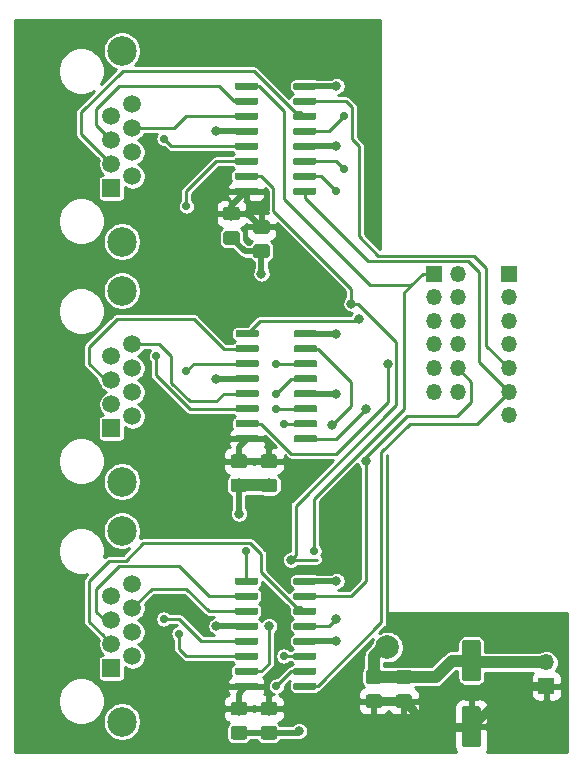
<source format=gbr>
%TF.GenerationSoftware,KiCad,Pcbnew,(5.1.2)-1*%
%TF.CreationDate,2019-06-16T17:19:58+02:00*%
%TF.ProjectId,i2s_tx,6932735f-7478-42e6-9b69-6361645f7063,rev?*%
%TF.SameCoordinates,Original*%
%TF.FileFunction,Copper,L1,Top*%
%TF.FilePolarity,Positive*%
%FSLAX46Y46*%
G04 Gerber Fmt 4.6, Leading zero omitted, Abs format (unit mm)*
G04 Created by KiCad (PCBNEW (5.1.2)-1) date 2019-06-16 17:19:58*
%MOMM*%
%LPD*%
G04 APERTURE LIST*
%ADD10C,0.150000*%
%ADD11C,0.600000*%
%ADD12R,1.350000X1.350000*%
%ADD13O,1.350000X1.350000*%
%ADD14R,1.500000X1.500000*%
%ADD15C,1.500000*%
%ADD16C,2.500000*%
%ADD17C,1.150000*%
%ADD18C,1.600000*%
%ADD19C,0.800000*%
%ADD20C,2.000000*%
%ADD21C,0.700000*%
%ADD22C,1.000000*%
%ADD23C,0.500000*%
%ADD24C,0.250000*%
%ADD25C,0.750000*%
%ADD26C,0.254000*%
G04 APERTURE END LIST*
D10*
G36*
X48464703Y-37800722D02*
G01*
X48479264Y-37802882D01*
X48493543Y-37806459D01*
X48507403Y-37811418D01*
X48520710Y-37817712D01*
X48533336Y-37825280D01*
X48545159Y-37834048D01*
X48556066Y-37843934D01*
X48565952Y-37854841D01*
X48574720Y-37866664D01*
X48582288Y-37879290D01*
X48588582Y-37892597D01*
X48593541Y-37906457D01*
X48597118Y-37920736D01*
X48599278Y-37935297D01*
X48600000Y-37950000D01*
X48600000Y-38250000D01*
X48599278Y-38264703D01*
X48597118Y-38279264D01*
X48593541Y-38293543D01*
X48588582Y-38307403D01*
X48582288Y-38320710D01*
X48574720Y-38333336D01*
X48565952Y-38345159D01*
X48556066Y-38356066D01*
X48545159Y-38365952D01*
X48533336Y-38374720D01*
X48520710Y-38382288D01*
X48507403Y-38388582D01*
X48493543Y-38393541D01*
X48479264Y-38397118D01*
X48464703Y-38399278D01*
X48450000Y-38400000D01*
X46800000Y-38400000D01*
X46785297Y-38399278D01*
X46770736Y-38397118D01*
X46756457Y-38393541D01*
X46742597Y-38388582D01*
X46729290Y-38382288D01*
X46716664Y-38374720D01*
X46704841Y-38365952D01*
X46693934Y-38356066D01*
X46684048Y-38345159D01*
X46675280Y-38333336D01*
X46667712Y-38320710D01*
X46661418Y-38307403D01*
X46656459Y-38293543D01*
X46652882Y-38279264D01*
X46650722Y-38264703D01*
X46650000Y-38250000D01*
X46650000Y-37950000D01*
X46650722Y-37935297D01*
X46652882Y-37920736D01*
X46656459Y-37906457D01*
X46661418Y-37892597D01*
X46667712Y-37879290D01*
X46675280Y-37866664D01*
X46684048Y-37854841D01*
X46693934Y-37843934D01*
X46704841Y-37834048D01*
X46716664Y-37825280D01*
X46729290Y-37817712D01*
X46742597Y-37811418D01*
X46756457Y-37806459D01*
X46770736Y-37802882D01*
X46785297Y-37800722D01*
X46800000Y-37800000D01*
X48450000Y-37800000D01*
X48464703Y-37800722D01*
X48464703Y-37800722D01*
G37*
D11*
X47625000Y-38100000D03*
D10*
G36*
X48464703Y-36530722D02*
G01*
X48479264Y-36532882D01*
X48493543Y-36536459D01*
X48507403Y-36541418D01*
X48520710Y-36547712D01*
X48533336Y-36555280D01*
X48545159Y-36564048D01*
X48556066Y-36573934D01*
X48565952Y-36584841D01*
X48574720Y-36596664D01*
X48582288Y-36609290D01*
X48588582Y-36622597D01*
X48593541Y-36636457D01*
X48597118Y-36650736D01*
X48599278Y-36665297D01*
X48600000Y-36680000D01*
X48600000Y-36980000D01*
X48599278Y-36994703D01*
X48597118Y-37009264D01*
X48593541Y-37023543D01*
X48588582Y-37037403D01*
X48582288Y-37050710D01*
X48574720Y-37063336D01*
X48565952Y-37075159D01*
X48556066Y-37086066D01*
X48545159Y-37095952D01*
X48533336Y-37104720D01*
X48520710Y-37112288D01*
X48507403Y-37118582D01*
X48493543Y-37123541D01*
X48479264Y-37127118D01*
X48464703Y-37129278D01*
X48450000Y-37130000D01*
X46800000Y-37130000D01*
X46785297Y-37129278D01*
X46770736Y-37127118D01*
X46756457Y-37123541D01*
X46742597Y-37118582D01*
X46729290Y-37112288D01*
X46716664Y-37104720D01*
X46704841Y-37095952D01*
X46693934Y-37086066D01*
X46684048Y-37075159D01*
X46675280Y-37063336D01*
X46667712Y-37050710D01*
X46661418Y-37037403D01*
X46656459Y-37023543D01*
X46652882Y-37009264D01*
X46650722Y-36994703D01*
X46650000Y-36980000D01*
X46650000Y-36680000D01*
X46650722Y-36665297D01*
X46652882Y-36650736D01*
X46656459Y-36636457D01*
X46661418Y-36622597D01*
X46667712Y-36609290D01*
X46675280Y-36596664D01*
X46684048Y-36584841D01*
X46693934Y-36573934D01*
X46704841Y-36564048D01*
X46716664Y-36555280D01*
X46729290Y-36547712D01*
X46742597Y-36541418D01*
X46756457Y-36536459D01*
X46770736Y-36532882D01*
X46785297Y-36530722D01*
X46800000Y-36530000D01*
X48450000Y-36530000D01*
X48464703Y-36530722D01*
X48464703Y-36530722D01*
G37*
D11*
X47625000Y-36830000D03*
D10*
G36*
X48464703Y-35260722D02*
G01*
X48479264Y-35262882D01*
X48493543Y-35266459D01*
X48507403Y-35271418D01*
X48520710Y-35277712D01*
X48533336Y-35285280D01*
X48545159Y-35294048D01*
X48556066Y-35303934D01*
X48565952Y-35314841D01*
X48574720Y-35326664D01*
X48582288Y-35339290D01*
X48588582Y-35352597D01*
X48593541Y-35366457D01*
X48597118Y-35380736D01*
X48599278Y-35395297D01*
X48600000Y-35410000D01*
X48600000Y-35710000D01*
X48599278Y-35724703D01*
X48597118Y-35739264D01*
X48593541Y-35753543D01*
X48588582Y-35767403D01*
X48582288Y-35780710D01*
X48574720Y-35793336D01*
X48565952Y-35805159D01*
X48556066Y-35816066D01*
X48545159Y-35825952D01*
X48533336Y-35834720D01*
X48520710Y-35842288D01*
X48507403Y-35848582D01*
X48493543Y-35853541D01*
X48479264Y-35857118D01*
X48464703Y-35859278D01*
X48450000Y-35860000D01*
X46800000Y-35860000D01*
X46785297Y-35859278D01*
X46770736Y-35857118D01*
X46756457Y-35853541D01*
X46742597Y-35848582D01*
X46729290Y-35842288D01*
X46716664Y-35834720D01*
X46704841Y-35825952D01*
X46693934Y-35816066D01*
X46684048Y-35805159D01*
X46675280Y-35793336D01*
X46667712Y-35780710D01*
X46661418Y-35767403D01*
X46656459Y-35753543D01*
X46652882Y-35739264D01*
X46650722Y-35724703D01*
X46650000Y-35710000D01*
X46650000Y-35410000D01*
X46650722Y-35395297D01*
X46652882Y-35380736D01*
X46656459Y-35366457D01*
X46661418Y-35352597D01*
X46667712Y-35339290D01*
X46675280Y-35326664D01*
X46684048Y-35314841D01*
X46693934Y-35303934D01*
X46704841Y-35294048D01*
X46716664Y-35285280D01*
X46729290Y-35277712D01*
X46742597Y-35271418D01*
X46756457Y-35266459D01*
X46770736Y-35262882D01*
X46785297Y-35260722D01*
X46800000Y-35260000D01*
X48450000Y-35260000D01*
X48464703Y-35260722D01*
X48464703Y-35260722D01*
G37*
D11*
X47625000Y-35560000D03*
D10*
G36*
X48464703Y-33990722D02*
G01*
X48479264Y-33992882D01*
X48493543Y-33996459D01*
X48507403Y-34001418D01*
X48520710Y-34007712D01*
X48533336Y-34015280D01*
X48545159Y-34024048D01*
X48556066Y-34033934D01*
X48565952Y-34044841D01*
X48574720Y-34056664D01*
X48582288Y-34069290D01*
X48588582Y-34082597D01*
X48593541Y-34096457D01*
X48597118Y-34110736D01*
X48599278Y-34125297D01*
X48600000Y-34140000D01*
X48600000Y-34440000D01*
X48599278Y-34454703D01*
X48597118Y-34469264D01*
X48593541Y-34483543D01*
X48588582Y-34497403D01*
X48582288Y-34510710D01*
X48574720Y-34523336D01*
X48565952Y-34535159D01*
X48556066Y-34546066D01*
X48545159Y-34555952D01*
X48533336Y-34564720D01*
X48520710Y-34572288D01*
X48507403Y-34578582D01*
X48493543Y-34583541D01*
X48479264Y-34587118D01*
X48464703Y-34589278D01*
X48450000Y-34590000D01*
X46800000Y-34590000D01*
X46785297Y-34589278D01*
X46770736Y-34587118D01*
X46756457Y-34583541D01*
X46742597Y-34578582D01*
X46729290Y-34572288D01*
X46716664Y-34564720D01*
X46704841Y-34555952D01*
X46693934Y-34546066D01*
X46684048Y-34535159D01*
X46675280Y-34523336D01*
X46667712Y-34510710D01*
X46661418Y-34497403D01*
X46656459Y-34483543D01*
X46652882Y-34469264D01*
X46650722Y-34454703D01*
X46650000Y-34440000D01*
X46650000Y-34140000D01*
X46650722Y-34125297D01*
X46652882Y-34110736D01*
X46656459Y-34096457D01*
X46661418Y-34082597D01*
X46667712Y-34069290D01*
X46675280Y-34056664D01*
X46684048Y-34044841D01*
X46693934Y-34033934D01*
X46704841Y-34024048D01*
X46716664Y-34015280D01*
X46729290Y-34007712D01*
X46742597Y-34001418D01*
X46756457Y-33996459D01*
X46770736Y-33992882D01*
X46785297Y-33990722D01*
X46800000Y-33990000D01*
X48450000Y-33990000D01*
X48464703Y-33990722D01*
X48464703Y-33990722D01*
G37*
D11*
X47625000Y-34290000D03*
D10*
G36*
X48464703Y-32720722D02*
G01*
X48479264Y-32722882D01*
X48493543Y-32726459D01*
X48507403Y-32731418D01*
X48520710Y-32737712D01*
X48533336Y-32745280D01*
X48545159Y-32754048D01*
X48556066Y-32763934D01*
X48565952Y-32774841D01*
X48574720Y-32786664D01*
X48582288Y-32799290D01*
X48588582Y-32812597D01*
X48593541Y-32826457D01*
X48597118Y-32840736D01*
X48599278Y-32855297D01*
X48600000Y-32870000D01*
X48600000Y-33170000D01*
X48599278Y-33184703D01*
X48597118Y-33199264D01*
X48593541Y-33213543D01*
X48588582Y-33227403D01*
X48582288Y-33240710D01*
X48574720Y-33253336D01*
X48565952Y-33265159D01*
X48556066Y-33276066D01*
X48545159Y-33285952D01*
X48533336Y-33294720D01*
X48520710Y-33302288D01*
X48507403Y-33308582D01*
X48493543Y-33313541D01*
X48479264Y-33317118D01*
X48464703Y-33319278D01*
X48450000Y-33320000D01*
X46800000Y-33320000D01*
X46785297Y-33319278D01*
X46770736Y-33317118D01*
X46756457Y-33313541D01*
X46742597Y-33308582D01*
X46729290Y-33302288D01*
X46716664Y-33294720D01*
X46704841Y-33285952D01*
X46693934Y-33276066D01*
X46684048Y-33265159D01*
X46675280Y-33253336D01*
X46667712Y-33240710D01*
X46661418Y-33227403D01*
X46656459Y-33213543D01*
X46652882Y-33199264D01*
X46650722Y-33184703D01*
X46650000Y-33170000D01*
X46650000Y-32870000D01*
X46650722Y-32855297D01*
X46652882Y-32840736D01*
X46656459Y-32826457D01*
X46661418Y-32812597D01*
X46667712Y-32799290D01*
X46675280Y-32786664D01*
X46684048Y-32774841D01*
X46693934Y-32763934D01*
X46704841Y-32754048D01*
X46716664Y-32745280D01*
X46729290Y-32737712D01*
X46742597Y-32731418D01*
X46756457Y-32726459D01*
X46770736Y-32722882D01*
X46785297Y-32720722D01*
X46800000Y-32720000D01*
X48450000Y-32720000D01*
X48464703Y-32720722D01*
X48464703Y-32720722D01*
G37*
D11*
X47625000Y-33020000D03*
D10*
G36*
X48464703Y-31450722D02*
G01*
X48479264Y-31452882D01*
X48493543Y-31456459D01*
X48507403Y-31461418D01*
X48520710Y-31467712D01*
X48533336Y-31475280D01*
X48545159Y-31484048D01*
X48556066Y-31493934D01*
X48565952Y-31504841D01*
X48574720Y-31516664D01*
X48582288Y-31529290D01*
X48588582Y-31542597D01*
X48593541Y-31556457D01*
X48597118Y-31570736D01*
X48599278Y-31585297D01*
X48600000Y-31600000D01*
X48600000Y-31900000D01*
X48599278Y-31914703D01*
X48597118Y-31929264D01*
X48593541Y-31943543D01*
X48588582Y-31957403D01*
X48582288Y-31970710D01*
X48574720Y-31983336D01*
X48565952Y-31995159D01*
X48556066Y-32006066D01*
X48545159Y-32015952D01*
X48533336Y-32024720D01*
X48520710Y-32032288D01*
X48507403Y-32038582D01*
X48493543Y-32043541D01*
X48479264Y-32047118D01*
X48464703Y-32049278D01*
X48450000Y-32050000D01*
X46800000Y-32050000D01*
X46785297Y-32049278D01*
X46770736Y-32047118D01*
X46756457Y-32043541D01*
X46742597Y-32038582D01*
X46729290Y-32032288D01*
X46716664Y-32024720D01*
X46704841Y-32015952D01*
X46693934Y-32006066D01*
X46684048Y-31995159D01*
X46675280Y-31983336D01*
X46667712Y-31970710D01*
X46661418Y-31957403D01*
X46656459Y-31943543D01*
X46652882Y-31929264D01*
X46650722Y-31914703D01*
X46650000Y-31900000D01*
X46650000Y-31600000D01*
X46650722Y-31585297D01*
X46652882Y-31570736D01*
X46656459Y-31556457D01*
X46661418Y-31542597D01*
X46667712Y-31529290D01*
X46675280Y-31516664D01*
X46684048Y-31504841D01*
X46693934Y-31493934D01*
X46704841Y-31484048D01*
X46716664Y-31475280D01*
X46729290Y-31467712D01*
X46742597Y-31461418D01*
X46756457Y-31456459D01*
X46770736Y-31452882D01*
X46785297Y-31450722D01*
X46800000Y-31450000D01*
X48450000Y-31450000D01*
X48464703Y-31450722D01*
X48464703Y-31450722D01*
G37*
D11*
X47625000Y-31750000D03*
D10*
G36*
X48464703Y-30180722D02*
G01*
X48479264Y-30182882D01*
X48493543Y-30186459D01*
X48507403Y-30191418D01*
X48520710Y-30197712D01*
X48533336Y-30205280D01*
X48545159Y-30214048D01*
X48556066Y-30223934D01*
X48565952Y-30234841D01*
X48574720Y-30246664D01*
X48582288Y-30259290D01*
X48588582Y-30272597D01*
X48593541Y-30286457D01*
X48597118Y-30300736D01*
X48599278Y-30315297D01*
X48600000Y-30330000D01*
X48600000Y-30630000D01*
X48599278Y-30644703D01*
X48597118Y-30659264D01*
X48593541Y-30673543D01*
X48588582Y-30687403D01*
X48582288Y-30700710D01*
X48574720Y-30713336D01*
X48565952Y-30725159D01*
X48556066Y-30736066D01*
X48545159Y-30745952D01*
X48533336Y-30754720D01*
X48520710Y-30762288D01*
X48507403Y-30768582D01*
X48493543Y-30773541D01*
X48479264Y-30777118D01*
X48464703Y-30779278D01*
X48450000Y-30780000D01*
X46800000Y-30780000D01*
X46785297Y-30779278D01*
X46770736Y-30777118D01*
X46756457Y-30773541D01*
X46742597Y-30768582D01*
X46729290Y-30762288D01*
X46716664Y-30754720D01*
X46704841Y-30745952D01*
X46693934Y-30736066D01*
X46684048Y-30725159D01*
X46675280Y-30713336D01*
X46667712Y-30700710D01*
X46661418Y-30687403D01*
X46656459Y-30673543D01*
X46652882Y-30659264D01*
X46650722Y-30644703D01*
X46650000Y-30630000D01*
X46650000Y-30330000D01*
X46650722Y-30315297D01*
X46652882Y-30300736D01*
X46656459Y-30286457D01*
X46661418Y-30272597D01*
X46667712Y-30259290D01*
X46675280Y-30246664D01*
X46684048Y-30234841D01*
X46693934Y-30223934D01*
X46704841Y-30214048D01*
X46716664Y-30205280D01*
X46729290Y-30197712D01*
X46742597Y-30191418D01*
X46756457Y-30186459D01*
X46770736Y-30182882D01*
X46785297Y-30180722D01*
X46800000Y-30180000D01*
X48450000Y-30180000D01*
X48464703Y-30180722D01*
X48464703Y-30180722D01*
G37*
D11*
X47625000Y-30480000D03*
D10*
G36*
X48464703Y-28910722D02*
G01*
X48479264Y-28912882D01*
X48493543Y-28916459D01*
X48507403Y-28921418D01*
X48520710Y-28927712D01*
X48533336Y-28935280D01*
X48545159Y-28944048D01*
X48556066Y-28953934D01*
X48565952Y-28964841D01*
X48574720Y-28976664D01*
X48582288Y-28989290D01*
X48588582Y-29002597D01*
X48593541Y-29016457D01*
X48597118Y-29030736D01*
X48599278Y-29045297D01*
X48600000Y-29060000D01*
X48600000Y-29360000D01*
X48599278Y-29374703D01*
X48597118Y-29389264D01*
X48593541Y-29403543D01*
X48588582Y-29417403D01*
X48582288Y-29430710D01*
X48574720Y-29443336D01*
X48565952Y-29455159D01*
X48556066Y-29466066D01*
X48545159Y-29475952D01*
X48533336Y-29484720D01*
X48520710Y-29492288D01*
X48507403Y-29498582D01*
X48493543Y-29503541D01*
X48479264Y-29507118D01*
X48464703Y-29509278D01*
X48450000Y-29510000D01*
X46800000Y-29510000D01*
X46785297Y-29509278D01*
X46770736Y-29507118D01*
X46756457Y-29503541D01*
X46742597Y-29498582D01*
X46729290Y-29492288D01*
X46716664Y-29484720D01*
X46704841Y-29475952D01*
X46693934Y-29466066D01*
X46684048Y-29455159D01*
X46675280Y-29443336D01*
X46667712Y-29430710D01*
X46661418Y-29417403D01*
X46656459Y-29403543D01*
X46652882Y-29389264D01*
X46650722Y-29374703D01*
X46650000Y-29360000D01*
X46650000Y-29060000D01*
X46650722Y-29045297D01*
X46652882Y-29030736D01*
X46656459Y-29016457D01*
X46661418Y-29002597D01*
X46667712Y-28989290D01*
X46675280Y-28976664D01*
X46684048Y-28964841D01*
X46693934Y-28953934D01*
X46704841Y-28944048D01*
X46716664Y-28935280D01*
X46729290Y-28927712D01*
X46742597Y-28921418D01*
X46756457Y-28916459D01*
X46770736Y-28912882D01*
X46785297Y-28910722D01*
X46800000Y-28910000D01*
X48450000Y-28910000D01*
X48464703Y-28910722D01*
X48464703Y-28910722D01*
G37*
D11*
X47625000Y-29210000D03*
D10*
G36*
X53414703Y-28910722D02*
G01*
X53429264Y-28912882D01*
X53443543Y-28916459D01*
X53457403Y-28921418D01*
X53470710Y-28927712D01*
X53483336Y-28935280D01*
X53495159Y-28944048D01*
X53506066Y-28953934D01*
X53515952Y-28964841D01*
X53524720Y-28976664D01*
X53532288Y-28989290D01*
X53538582Y-29002597D01*
X53543541Y-29016457D01*
X53547118Y-29030736D01*
X53549278Y-29045297D01*
X53550000Y-29060000D01*
X53550000Y-29360000D01*
X53549278Y-29374703D01*
X53547118Y-29389264D01*
X53543541Y-29403543D01*
X53538582Y-29417403D01*
X53532288Y-29430710D01*
X53524720Y-29443336D01*
X53515952Y-29455159D01*
X53506066Y-29466066D01*
X53495159Y-29475952D01*
X53483336Y-29484720D01*
X53470710Y-29492288D01*
X53457403Y-29498582D01*
X53443543Y-29503541D01*
X53429264Y-29507118D01*
X53414703Y-29509278D01*
X53400000Y-29510000D01*
X51750000Y-29510000D01*
X51735297Y-29509278D01*
X51720736Y-29507118D01*
X51706457Y-29503541D01*
X51692597Y-29498582D01*
X51679290Y-29492288D01*
X51666664Y-29484720D01*
X51654841Y-29475952D01*
X51643934Y-29466066D01*
X51634048Y-29455159D01*
X51625280Y-29443336D01*
X51617712Y-29430710D01*
X51611418Y-29417403D01*
X51606459Y-29403543D01*
X51602882Y-29389264D01*
X51600722Y-29374703D01*
X51600000Y-29360000D01*
X51600000Y-29060000D01*
X51600722Y-29045297D01*
X51602882Y-29030736D01*
X51606459Y-29016457D01*
X51611418Y-29002597D01*
X51617712Y-28989290D01*
X51625280Y-28976664D01*
X51634048Y-28964841D01*
X51643934Y-28953934D01*
X51654841Y-28944048D01*
X51666664Y-28935280D01*
X51679290Y-28927712D01*
X51692597Y-28921418D01*
X51706457Y-28916459D01*
X51720736Y-28912882D01*
X51735297Y-28910722D01*
X51750000Y-28910000D01*
X53400000Y-28910000D01*
X53414703Y-28910722D01*
X53414703Y-28910722D01*
G37*
D11*
X52575000Y-29210000D03*
D10*
G36*
X53414703Y-30180722D02*
G01*
X53429264Y-30182882D01*
X53443543Y-30186459D01*
X53457403Y-30191418D01*
X53470710Y-30197712D01*
X53483336Y-30205280D01*
X53495159Y-30214048D01*
X53506066Y-30223934D01*
X53515952Y-30234841D01*
X53524720Y-30246664D01*
X53532288Y-30259290D01*
X53538582Y-30272597D01*
X53543541Y-30286457D01*
X53547118Y-30300736D01*
X53549278Y-30315297D01*
X53550000Y-30330000D01*
X53550000Y-30630000D01*
X53549278Y-30644703D01*
X53547118Y-30659264D01*
X53543541Y-30673543D01*
X53538582Y-30687403D01*
X53532288Y-30700710D01*
X53524720Y-30713336D01*
X53515952Y-30725159D01*
X53506066Y-30736066D01*
X53495159Y-30745952D01*
X53483336Y-30754720D01*
X53470710Y-30762288D01*
X53457403Y-30768582D01*
X53443543Y-30773541D01*
X53429264Y-30777118D01*
X53414703Y-30779278D01*
X53400000Y-30780000D01*
X51750000Y-30780000D01*
X51735297Y-30779278D01*
X51720736Y-30777118D01*
X51706457Y-30773541D01*
X51692597Y-30768582D01*
X51679290Y-30762288D01*
X51666664Y-30754720D01*
X51654841Y-30745952D01*
X51643934Y-30736066D01*
X51634048Y-30725159D01*
X51625280Y-30713336D01*
X51617712Y-30700710D01*
X51611418Y-30687403D01*
X51606459Y-30673543D01*
X51602882Y-30659264D01*
X51600722Y-30644703D01*
X51600000Y-30630000D01*
X51600000Y-30330000D01*
X51600722Y-30315297D01*
X51602882Y-30300736D01*
X51606459Y-30286457D01*
X51611418Y-30272597D01*
X51617712Y-30259290D01*
X51625280Y-30246664D01*
X51634048Y-30234841D01*
X51643934Y-30223934D01*
X51654841Y-30214048D01*
X51666664Y-30205280D01*
X51679290Y-30197712D01*
X51692597Y-30191418D01*
X51706457Y-30186459D01*
X51720736Y-30182882D01*
X51735297Y-30180722D01*
X51750000Y-30180000D01*
X53400000Y-30180000D01*
X53414703Y-30180722D01*
X53414703Y-30180722D01*
G37*
D11*
X52575000Y-30480000D03*
D10*
G36*
X53414703Y-31450722D02*
G01*
X53429264Y-31452882D01*
X53443543Y-31456459D01*
X53457403Y-31461418D01*
X53470710Y-31467712D01*
X53483336Y-31475280D01*
X53495159Y-31484048D01*
X53506066Y-31493934D01*
X53515952Y-31504841D01*
X53524720Y-31516664D01*
X53532288Y-31529290D01*
X53538582Y-31542597D01*
X53543541Y-31556457D01*
X53547118Y-31570736D01*
X53549278Y-31585297D01*
X53550000Y-31600000D01*
X53550000Y-31900000D01*
X53549278Y-31914703D01*
X53547118Y-31929264D01*
X53543541Y-31943543D01*
X53538582Y-31957403D01*
X53532288Y-31970710D01*
X53524720Y-31983336D01*
X53515952Y-31995159D01*
X53506066Y-32006066D01*
X53495159Y-32015952D01*
X53483336Y-32024720D01*
X53470710Y-32032288D01*
X53457403Y-32038582D01*
X53443543Y-32043541D01*
X53429264Y-32047118D01*
X53414703Y-32049278D01*
X53400000Y-32050000D01*
X51750000Y-32050000D01*
X51735297Y-32049278D01*
X51720736Y-32047118D01*
X51706457Y-32043541D01*
X51692597Y-32038582D01*
X51679290Y-32032288D01*
X51666664Y-32024720D01*
X51654841Y-32015952D01*
X51643934Y-32006066D01*
X51634048Y-31995159D01*
X51625280Y-31983336D01*
X51617712Y-31970710D01*
X51611418Y-31957403D01*
X51606459Y-31943543D01*
X51602882Y-31929264D01*
X51600722Y-31914703D01*
X51600000Y-31900000D01*
X51600000Y-31600000D01*
X51600722Y-31585297D01*
X51602882Y-31570736D01*
X51606459Y-31556457D01*
X51611418Y-31542597D01*
X51617712Y-31529290D01*
X51625280Y-31516664D01*
X51634048Y-31504841D01*
X51643934Y-31493934D01*
X51654841Y-31484048D01*
X51666664Y-31475280D01*
X51679290Y-31467712D01*
X51692597Y-31461418D01*
X51706457Y-31456459D01*
X51720736Y-31452882D01*
X51735297Y-31450722D01*
X51750000Y-31450000D01*
X53400000Y-31450000D01*
X53414703Y-31450722D01*
X53414703Y-31450722D01*
G37*
D11*
X52575000Y-31750000D03*
D10*
G36*
X53414703Y-32720722D02*
G01*
X53429264Y-32722882D01*
X53443543Y-32726459D01*
X53457403Y-32731418D01*
X53470710Y-32737712D01*
X53483336Y-32745280D01*
X53495159Y-32754048D01*
X53506066Y-32763934D01*
X53515952Y-32774841D01*
X53524720Y-32786664D01*
X53532288Y-32799290D01*
X53538582Y-32812597D01*
X53543541Y-32826457D01*
X53547118Y-32840736D01*
X53549278Y-32855297D01*
X53550000Y-32870000D01*
X53550000Y-33170000D01*
X53549278Y-33184703D01*
X53547118Y-33199264D01*
X53543541Y-33213543D01*
X53538582Y-33227403D01*
X53532288Y-33240710D01*
X53524720Y-33253336D01*
X53515952Y-33265159D01*
X53506066Y-33276066D01*
X53495159Y-33285952D01*
X53483336Y-33294720D01*
X53470710Y-33302288D01*
X53457403Y-33308582D01*
X53443543Y-33313541D01*
X53429264Y-33317118D01*
X53414703Y-33319278D01*
X53400000Y-33320000D01*
X51750000Y-33320000D01*
X51735297Y-33319278D01*
X51720736Y-33317118D01*
X51706457Y-33313541D01*
X51692597Y-33308582D01*
X51679290Y-33302288D01*
X51666664Y-33294720D01*
X51654841Y-33285952D01*
X51643934Y-33276066D01*
X51634048Y-33265159D01*
X51625280Y-33253336D01*
X51617712Y-33240710D01*
X51611418Y-33227403D01*
X51606459Y-33213543D01*
X51602882Y-33199264D01*
X51600722Y-33184703D01*
X51600000Y-33170000D01*
X51600000Y-32870000D01*
X51600722Y-32855297D01*
X51602882Y-32840736D01*
X51606459Y-32826457D01*
X51611418Y-32812597D01*
X51617712Y-32799290D01*
X51625280Y-32786664D01*
X51634048Y-32774841D01*
X51643934Y-32763934D01*
X51654841Y-32754048D01*
X51666664Y-32745280D01*
X51679290Y-32737712D01*
X51692597Y-32731418D01*
X51706457Y-32726459D01*
X51720736Y-32722882D01*
X51735297Y-32720722D01*
X51750000Y-32720000D01*
X53400000Y-32720000D01*
X53414703Y-32720722D01*
X53414703Y-32720722D01*
G37*
D11*
X52575000Y-33020000D03*
D10*
G36*
X53414703Y-33990722D02*
G01*
X53429264Y-33992882D01*
X53443543Y-33996459D01*
X53457403Y-34001418D01*
X53470710Y-34007712D01*
X53483336Y-34015280D01*
X53495159Y-34024048D01*
X53506066Y-34033934D01*
X53515952Y-34044841D01*
X53524720Y-34056664D01*
X53532288Y-34069290D01*
X53538582Y-34082597D01*
X53543541Y-34096457D01*
X53547118Y-34110736D01*
X53549278Y-34125297D01*
X53550000Y-34140000D01*
X53550000Y-34440000D01*
X53549278Y-34454703D01*
X53547118Y-34469264D01*
X53543541Y-34483543D01*
X53538582Y-34497403D01*
X53532288Y-34510710D01*
X53524720Y-34523336D01*
X53515952Y-34535159D01*
X53506066Y-34546066D01*
X53495159Y-34555952D01*
X53483336Y-34564720D01*
X53470710Y-34572288D01*
X53457403Y-34578582D01*
X53443543Y-34583541D01*
X53429264Y-34587118D01*
X53414703Y-34589278D01*
X53400000Y-34590000D01*
X51750000Y-34590000D01*
X51735297Y-34589278D01*
X51720736Y-34587118D01*
X51706457Y-34583541D01*
X51692597Y-34578582D01*
X51679290Y-34572288D01*
X51666664Y-34564720D01*
X51654841Y-34555952D01*
X51643934Y-34546066D01*
X51634048Y-34535159D01*
X51625280Y-34523336D01*
X51617712Y-34510710D01*
X51611418Y-34497403D01*
X51606459Y-34483543D01*
X51602882Y-34469264D01*
X51600722Y-34454703D01*
X51600000Y-34440000D01*
X51600000Y-34140000D01*
X51600722Y-34125297D01*
X51602882Y-34110736D01*
X51606459Y-34096457D01*
X51611418Y-34082597D01*
X51617712Y-34069290D01*
X51625280Y-34056664D01*
X51634048Y-34044841D01*
X51643934Y-34033934D01*
X51654841Y-34024048D01*
X51666664Y-34015280D01*
X51679290Y-34007712D01*
X51692597Y-34001418D01*
X51706457Y-33996459D01*
X51720736Y-33992882D01*
X51735297Y-33990722D01*
X51750000Y-33990000D01*
X53400000Y-33990000D01*
X53414703Y-33990722D01*
X53414703Y-33990722D01*
G37*
D11*
X52575000Y-34290000D03*
D10*
G36*
X53414703Y-35260722D02*
G01*
X53429264Y-35262882D01*
X53443543Y-35266459D01*
X53457403Y-35271418D01*
X53470710Y-35277712D01*
X53483336Y-35285280D01*
X53495159Y-35294048D01*
X53506066Y-35303934D01*
X53515952Y-35314841D01*
X53524720Y-35326664D01*
X53532288Y-35339290D01*
X53538582Y-35352597D01*
X53543541Y-35366457D01*
X53547118Y-35380736D01*
X53549278Y-35395297D01*
X53550000Y-35410000D01*
X53550000Y-35710000D01*
X53549278Y-35724703D01*
X53547118Y-35739264D01*
X53543541Y-35753543D01*
X53538582Y-35767403D01*
X53532288Y-35780710D01*
X53524720Y-35793336D01*
X53515952Y-35805159D01*
X53506066Y-35816066D01*
X53495159Y-35825952D01*
X53483336Y-35834720D01*
X53470710Y-35842288D01*
X53457403Y-35848582D01*
X53443543Y-35853541D01*
X53429264Y-35857118D01*
X53414703Y-35859278D01*
X53400000Y-35860000D01*
X51750000Y-35860000D01*
X51735297Y-35859278D01*
X51720736Y-35857118D01*
X51706457Y-35853541D01*
X51692597Y-35848582D01*
X51679290Y-35842288D01*
X51666664Y-35834720D01*
X51654841Y-35825952D01*
X51643934Y-35816066D01*
X51634048Y-35805159D01*
X51625280Y-35793336D01*
X51617712Y-35780710D01*
X51611418Y-35767403D01*
X51606459Y-35753543D01*
X51602882Y-35739264D01*
X51600722Y-35724703D01*
X51600000Y-35710000D01*
X51600000Y-35410000D01*
X51600722Y-35395297D01*
X51602882Y-35380736D01*
X51606459Y-35366457D01*
X51611418Y-35352597D01*
X51617712Y-35339290D01*
X51625280Y-35326664D01*
X51634048Y-35314841D01*
X51643934Y-35303934D01*
X51654841Y-35294048D01*
X51666664Y-35285280D01*
X51679290Y-35277712D01*
X51692597Y-35271418D01*
X51706457Y-35266459D01*
X51720736Y-35262882D01*
X51735297Y-35260722D01*
X51750000Y-35260000D01*
X53400000Y-35260000D01*
X53414703Y-35260722D01*
X53414703Y-35260722D01*
G37*
D11*
X52575000Y-35560000D03*
D10*
G36*
X53414703Y-36530722D02*
G01*
X53429264Y-36532882D01*
X53443543Y-36536459D01*
X53457403Y-36541418D01*
X53470710Y-36547712D01*
X53483336Y-36555280D01*
X53495159Y-36564048D01*
X53506066Y-36573934D01*
X53515952Y-36584841D01*
X53524720Y-36596664D01*
X53532288Y-36609290D01*
X53538582Y-36622597D01*
X53543541Y-36636457D01*
X53547118Y-36650736D01*
X53549278Y-36665297D01*
X53550000Y-36680000D01*
X53550000Y-36980000D01*
X53549278Y-36994703D01*
X53547118Y-37009264D01*
X53543541Y-37023543D01*
X53538582Y-37037403D01*
X53532288Y-37050710D01*
X53524720Y-37063336D01*
X53515952Y-37075159D01*
X53506066Y-37086066D01*
X53495159Y-37095952D01*
X53483336Y-37104720D01*
X53470710Y-37112288D01*
X53457403Y-37118582D01*
X53443543Y-37123541D01*
X53429264Y-37127118D01*
X53414703Y-37129278D01*
X53400000Y-37130000D01*
X51750000Y-37130000D01*
X51735297Y-37129278D01*
X51720736Y-37127118D01*
X51706457Y-37123541D01*
X51692597Y-37118582D01*
X51679290Y-37112288D01*
X51666664Y-37104720D01*
X51654841Y-37095952D01*
X51643934Y-37086066D01*
X51634048Y-37075159D01*
X51625280Y-37063336D01*
X51617712Y-37050710D01*
X51611418Y-37037403D01*
X51606459Y-37023543D01*
X51602882Y-37009264D01*
X51600722Y-36994703D01*
X51600000Y-36980000D01*
X51600000Y-36680000D01*
X51600722Y-36665297D01*
X51602882Y-36650736D01*
X51606459Y-36636457D01*
X51611418Y-36622597D01*
X51617712Y-36609290D01*
X51625280Y-36596664D01*
X51634048Y-36584841D01*
X51643934Y-36573934D01*
X51654841Y-36564048D01*
X51666664Y-36555280D01*
X51679290Y-36547712D01*
X51692597Y-36541418D01*
X51706457Y-36536459D01*
X51720736Y-36532882D01*
X51735297Y-36530722D01*
X51750000Y-36530000D01*
X53400000Y-36530000D01*
X53414703Y-36530722D01*
X53414703Y-36530722D01*
G37*
D11*
X52575000Y-36830000D03*
D10*
G36*
X53414703Y-37800722D02*
G01*
X53429264Y-37802882D01*
X53443543Y-37806459D01*
X53457403Y-37811418D01*
X53470710Y-37817712D01*
X53483336Y-37825280D01*
X53495159Y-37834048D01*
X53506066Y-37843934D01*
X53515952Y-37854841D01*
X53524720Y-37866664D01*
X53532288Y-37879290D01*
X53538582Y-37892597D01*
X53543541Y-37906457D01*
X53547118Y-37920736D01*
X53549278Y-37935297D01*
X53550000Y-37950000D01*
X53550000Y-38250000D01*
X53549278Y-38264703D01*
X53547118Y-38279264D01*
X53543541Y-38293543D01*
X53538582Y-38307403D01*
X53532288Y-38320710D01*
X53524720Y-38333336D01*
X53515952Y-38345159D01*
X53506066Y-38356066D01*
X53495159Y-38365952D01*
X53483336Y-38374720D01*
X53470710Y-38382288D01*
X53457403Y-38388582D01*
X53443543Y-38393541D01*
X53429264Y-38397118D01*
X53414703Y-38399278D01*
X53400000Y-38400000D01*
X51750000Y-38400000D01*
X51735297Y-38399278D01*
X51720736Y-38397118D01*
X51706457Y-38393541D01*
X51692597Y-38388582D01*
X51679290Y-38382288D01*
X51666664Y-38374720D01*
X51654841Y-38365952D01*
X51643934Y-38356066D01*
X51634048Y-38345159D01*
X51625280Y-38333336D01*
X51617712Y-38320710D01*
X51611418Y-38307403D01*
X51606459Y-38293543D01*
X51602882Y-38279264D01*
X51600722Y-38264703D01*
X51600000Y-38250000D01*
X51600000Y-37950000D01*
X51600722Y-37935297D01*
X51602882Y-37920736D01*
X51606459Y-37906457D01*
X51611418Y-37892597D01*
X51617712Y-37879290D01*
X51625280Y-37866664D01*
X51634048Y-37854841D01*
X51643934Y-37843934D01*
X51654841Y-37834048D01*
X51666664Y-37825280D01*
X51679290Y-37817712D01*
X51692597Y-37811418D01*
X51706457Y-37806459D01*
X51720736Y-37802882D01*
X51735297Y-37800722D01*
X51750000Y-37800000D01*
X53400000Y-37800000D01*
X53414703Y-37800722D01*
X53414703Y-37800722D01*
G37*
D11*
X52575000Y-38100000D03*
D12*
X63500000Y-45085000D03*
D13*
X65500000Y-45085000D03*
X63500000Y-47085000D03*
X65500000Y-47085000D03*
X63500000Y-49085000D03*
X65500000Y-49085000D03*
X63500000Y-51085000D03*
X65500000Y-51085000D03*
X63500000Y-53085000D03*
X65500000Y-53085000D03*
X63500000Y-55085000D03*
X65500000Y-55085000D03*
D14*
X36195000Y-78500000D03*
D15*
X36195000Y-76460000D03*
X36195000Y-74420000D03*
X36195000Y-72380000D03*
X37975000Y-77480000D03*
X37975000Y-75440000D03*
X37975000Y-73400000D03*
X37975000Y-71360000D03*
D16*
X37085000Y-66850000D03*
X37085000Y-83010000D03*
X37085000Y-42370000D03*
X37085000Y-26210000D03*
D15*
X37975000Y-30720000D03*
X37975000Y-32760000D03*
X37975000Y-34800000D03*
X37975000Y-36840000D03*
X36195000Y-31740000D03*
X36195000Y-33780000D03*
X36195000Y-35820000D03*
D14*
X36195000Y-37860000D03*
D10*
G36*
X50004505Y-62436204D02*
G01*
X50028773Y-62439804D01*
X50052572Y-62445765D01*
X50075671Y-62454030D01*
X50097850Y-62464520D01*
X50118893Y-62477132D01*
X50138599Y-62491747D01*
X50156777Y-62508223D01*
X50173253Y-62526401D01*
X50187868Y-62546107D01*
X50200480Y-62567150D01*
X50210970Y-62589329D01*
X50219235Y-62612428D01*
X50225196Y-62636227D01*
X50228796Y-62660495D01*
X50230000Y-62684999D01*
X50230000Y-63335001D01*
X50228796Y-63359505D01*
X50225196Y-63383773D01*
X50219235Y-63407572D01*
X50210970Y-63430671D01*
X50200480Y-63452850D01*
X50187868Y-63473893D01*
X50173253Y-63493599D01*
X50156777Y-63511777D01*
X50138599Y-63528253D01*
X50118893Y-63542868D01*
X50097850Y-63555480D01*
X50075671Y-63565970D01*
X50052572Y-63574235D01*
X50028773Y-63580196D01*
X50004505Y-63583796D01*
X49980001Y-63585000D01*
X49079999Y-63585000D01*
X49055495Y-63583796D01*
X49031227Y-63580196D01*
X49007428Y-63574235D01*
X48984329Y-63565970D01*
X48962150Y-63555480D01*
X48941107Y-63542868D01*
X48921401Y-63528253D01*
X48903223Y-63511777D01*
X48886747Y-63493599D01*
X48872132Y-63473893D01*
X48859520Y-63452850D01*
X48849030Y-63430671D01*
X48840765Y-63407572D01*
X48834804Y-63383773D01*
X48831204Y-63359505D01*
X48830000Y-63335001D01*
X48830000Y-62684999D01*
X48831204Y-62660495D01*
X48834804Y-62636227D01*
X48840765Y-62612428D01*
X48849030Y-62589329D01*
X48859520Y-62567150D01*
X48872132Y-62546107D01*
X48886747Y-62526401D01*
X48903223Y-62508223D01*
X48921401Y-62491747D01*
X48941107Y-62477132D01*
X48962150Y-62464520D01*
X48984329Y-62454030D01*
X49007428Y-62445765D01*
X49031227Y-62439804D01*
X49055495Y-62436204D01*
X49079999Y-62435000D01*
X49980001Y-62435000D01*
X50004505Y-62436204D01*
X50004505Y-62436204D01*
G37*
D17*
X49530000Y-63010000D03*
D10*
G36*
X50004505Y-60386204D02*
G01*
X50028773Y-60389804D01*
X50052572Y-60395765D01*
X50075671Y-60404030D01*
X50097850Y-60414520D01*
X50118893Y-60427132D01*
X50138599Y-60441747D01*
X50156777Y-60458223D01*
X50173253Y-60476401D01*
X50187868Y-60496107D01*
X50200480Y-60517150D01*
X50210970Y-60539329D01*
X50219235Y-60562428D01*
X50225196Y-60586227D01*
X50228796Y-60610495D01*
X50230000Y-60634999D01*
X50230000Y-61285001D01*
X50228796Y-61309505D01*
X50225196Y-61333773D01*
X50219235Y-61357572D01*
X50210970Y-61380671D01*
X50200480Y-61402850D01*
X50187868Y-61423893D01*
X50173253Y-61443599D01*
X50156777Y-61461777D01*
X50138599Y-61478253D01*
X50118893Y-61492868D01*
X50097850Y-61505480D01*
X50075671Y-61515970D01*
X50052572Y-61524235D01*
X50028773Y-61530196D01*
X50004505Y-61533796D01*
X49980001Y-61535000D01*
X49079999Y-61535000D01*
X49055495Y-61533796D01*
X49031227Y-61530196D01*
X49007428Y-61524235D01*
X48984329Y-61515970D01*
X48962150Y-61505480D01*
X48941107Y-61492868D01*
X48921401Y-61478253D01*
X48903223Y-61461777D01*
X48886747Y-61443599D01*
X48872132Y-61423893D01*
X48859520Y-61402850D01*
X48849030Y-61380671D01*
X48840765Y-61357572D01*
X48834804Y-61333773D01*
X48831204Y-61309505D01*
X48830000Y-61285001D01*
X48830000Y-60634999D01*
X48831204Y-60610495D01*
X48834804Y-60586227D01*
X48840765Y-60562428D01*
X48849030Y-60539329D01*
X48859520Y-60517150D01*
X48872132Y-60496107D01*
X48886747Y-60476401D01*
X48903223Y-60458223D01*
X48921401Y-60441747D01*
X48941107Y-60427132D01*
X48962150Y-60414520D01*
X48984329Y-60404030D01*
X49007428Y-60395765D01*
X49031227Y-60389804D01*
X49055495Y-60386204D01*
X49079999Y-60385000D01*
X49980001Y-60385000D01*
X50004505Y-60386204D01*
X50004505Y-60386204D01*
G37*
D17*
X49530000Y-60960000D03*
D10*
G36*
X47464505Y-60386204D02*
G01*
X47488773Y-60389804D01*
X47512572Y-60395765D01*
X47535671Y-60404030D01*
X47557850Y-60414520D01*
X47578893Y-60427132D01*
X47598599Y-60441747D01*
X47616777Y-60458223D01*
X47633253Y-60476401D01*
X47647868Y-60496107D01*
X47660480Y-60517150D01*
X47670970Y-60539329D01*
X47679235Y-60562428D01*
X47685196Y-60586227D01*
X47688796Y-60610495D01*
X47690000Y-60634999D01*
X47690000Y-61285001D01*
X47688796Y-61309505D01*
X47685196Y-61333773D01*
X47679235Y-61357572D01*
X47670970Y-61380671D01*
X47660480Y-61402850D01*
X47647868Y-61423893D01*
X47633253Y-61443599D01*
X47616777Y-61461777D01*
X47598599Y-61478253D01*
X47578893Y-61492868D01*
X47557850Y-61505480D01*
X47535671Y-61515970D01*
X47512572Y-61524235D01*
X47488773Y-61530196D01*
X47464505Y-61533796D01*
X47440001Y-61535000D01*
X46539999Y-61535000D01*
X46515495Y-61533796D01*
X46491227Y-61530196D01*
X46467428Y-61524235D01*
X46444329Y-61515970D01*
X46422150Y-61505480D01*
X46401107Y-61492868D01*
X46381401Y-61478253D01*
X46363223Y-61461777D01*
X46346747Y-61443599D01*
X46332132Y-61423893D01*
X46319520Y-61402850D01*
X46309030Y-61380671D01*
X46300765Y-61357572D01*
X46294804Y-61333773D01*
X46291204Y-61309505D01*
X46290000Y-61285001D01*
X46290000Y-60634999D01*
X46291204Y-60610495D01*
X46294804Y-60586227D01*
X46300765Y-60562428D01*
X46309030Y-60539329D01*
X46319520Y-60517150D01*
X46332132Y-60496107D01*
X46346747Y-60476401D01*
X46363223Y-60458223D01*
X46381401Y-60441747D01*
X46401107Y-60427132D01*
X46422150Y-60414520D01*
X46444329Y-60404030D01*
X46467428Y-60395765D01*
X46491227Y-60389804D01*
X46515495Y-60386204D01*
X46539999Y-60385000D01*
X47440001Y-60385000D01*
X47464505Y-60386204D01*
X47464505Y-60386204D01*
G37*
D17*
X46990000Y-60960000D03*
D10*
G36*
X47464505Y-62436204D02*
G01*
X47488773Y-62439804D01*
X47512572Y-62445765D01*
X47535671Y-62454030D01*
X47557850Y-62464520D01*
X47578893Y-62477132D01*
X47598599Y-62491747D01*
X47616777Y-62508223D01*
X47633253Y-62526401D01*
X47647868Y-62546107D01*
X47660480Y-62567150D01*
X47670970Y-62589329D01*
X47679235Y-62612428D01*
X47685196Y-62636227D01*
X47688796Y-62660495D01*
X47690000Y-62684999D01*
X47690000Y-63335001D01*
X47688796Y-63359505D01*
X47685196Y-63383773D01*
X47679235Y-63407572D01*
X47670970Y-63430671D01*
X47660480Y-63452850D01*
X47647868Y-63473893D01*
X47633253Y-63493599D01*
X47616777Y-63511777D01*
X47598599Y-63528253D01*
X47578893Y-63542868D01*
X47557850Y-63555480D01*
X47535671Y-63565970D01*
X47512572Y-63574235D01*
X47488773Y-63580196D01*
X47464505Y-63583796D01*
X47440001Y-63585000D01*
X46539999Y-63585000D01*
X46515495Y-63583796D01*
X46491227Y-63580196D01*
X46467428Y-63574235D01*
X46444329Y-63565970D01*
X46422150Y-63555480D01*
X46401107Y-63542868D01*
X46381401Y-63528253D01*
X46363223Y-63511777D01*
X46346747Y-63493599D01*
X46332132Y-63473893D01*
X46319520Y-63452850D01*
X46309030Y-63430671D01*
X46300765Y-63407572D01*
X46294804Y-63383773D01*
X46291204Y-63359505D01*
X46290000Y-63335001D01*
X46290000Y-62684999D01*
X46291204Y-62660495D01*
X46294804Y-62636227D01*
X46300765Y-62612428D01*
X46309030Y-62589329D01*
X46319520Y-62567150D01*
X46332132Y-62546107D01*
X46346747Y-62526401D01*
X46363223Y-62508223D01*
X46381401Y-62491747D01*
X46401107Y-62477132D01*
X46422150Y-62464520D01*
X46444329Y-62454030D01*
X46467428Y-62445765D01*
X46491227Y-62439804D01*
X46515495Y-62436204D01*
X46539999Y-62435000D01*
X47440001Y-62435000D01*
X47464505Y-62436204D01*
X47464505Y-62436204D01*
G37*
D17*
X46990000Y-63010000D03*
D10*
G36*
X50004505Y-83391204D02*
G01*
X50028773Y-83394804D01*
X50052572Y-83400765D01*
X50075671Y-83409030D01*
X50097850Y-83419520D01*
X50118893Y-83432132D01*
X50138599Y-83446747D01*
X50156777Y-83463223D01*
X50173253Y-83481401D01*
X50187868Y-83501107D01*
X50200480Y-83522150D01*
X50210970Y-83544329D01*
X50219235Y-83567428D01*
X50225196Y-83591227D01*
X50228796Y-83615495D01*
X50230000Y-83639999D01*
X50230000Y-84290001D01*
X50228796Y-84314505D01*
X50225196Y-84338773D01*
X50219235Y-84362572D01*
X50210970Y-84385671D01*
X50200480Y-84407850D01*
X50187868Y-84428893D01*
X50173253Y-84448599D01*
X50156777Y-84466777D01*
X50138599Y-84483253D01*
X50118893Y-84497868D01*
X50097850Y-84510480D01*
X50075671Y-84520970D01*
X50052572Y-84529235D01*
X50028773Y-84535196D01*
X50004505Y-84538796D01*
X49980001Y-84540000D01*
X49079999Y-84540000D01*
X49055495Y-84538796D01*
X49031227Y-84535196D01*
X49007428Y-84529235D01*
X48984329Y-84520970D01*
X48962150Y-84510480D01*
X48941107Y-84497868D01*
X48921401Y-84483253D01*
X48903223Y-84466777D01*
X48886747Y-84448599D01*
X48872132Y-84428893D01*
X48859520Y-84407850D01*
X48849030Y-84385671D01*
X48840765Y-84362572D01*
X48834804Y-84338773D01*
X48831204Y-84314505D01*
X48830000Y-84290001D01*
X48830000Y-83639999D01*
X48831204Y-83615495D01*
X48834804Y-83591227D01*
X48840765Y-83567428D01*
X48849030Y-83544329D01*
X48859520Y-83522150D01*
X48872132Y-83501107D01*
X48886747Y-83481401D01*
X48903223Y-83463223D01*
X48921401Y-83446747D01*
X48941107Y-83432132D01*
X48962150Y-83419520D01*
X48984329Y-83409030D01*
X49007428Y-83400765D01*
X49031227Y-83394804D01*
X49055495Y-83391204D01*
X49079999Y-83390000D01*
X49980001Y-83390000D01*
X50004505Y-83391204D01*
X50004505Y-83391204D01*
G37*
D17*
X49530000Y-83965000D03*
D10*
G36*
X50004505Y-81341204D02*
G01*
X50028773Y-81344804D01*
X50052572Y-81350765D01*
X50075671Y-81359030D01*
X50097850Y-81369520D01*
X50118893Y-81382132D01*
X50138599Y-81396747D01*
X50156777Y-81413223D01*
X50173253Y-81431401D01*
X50187868Y-81451107D01*
X50200480Y-81472150D01*
X50210970Y-81494329D01*
X50219235Y-81517428D01*
X50225196Y-81541227D01*
X50228796Y-81565495D01*
X50230000Y-81589999D01*
X50230000Y-82240001D01*
X50228796Y-82264505D01*
X50225196Y-82288773D01*
X50219235Y-82312572D01*
X50210970Y-82335671D01*
X50200480Y-82357850D01*
X50187868Y-82378893D01*
X50173253Y-82398599D01*
X50156777Y-82416777D01*
X50138599Y-82433253D01*
X50118893Y-82447868D01*
X50097850Y-82460480D01*
X50075671Y-82470970D01*
X50052572Y-82479235D01*
X50028773Y-82485196D01*
X50004505Y-82488796D01*
X49980001Y-82490000D01*
X49079999Y-82490000D01*
X49055495Y-82488796D01*
X49031227Y-82485196D01*
X49007428Y-82479235D01*
X48984329Y-82470970D01*
X48962150Y-82460480D01*
X48941107Y-82447868D01*
X48921401Y-82433253D01*
X48903223Y-82416777D01*
X48886747Y-82398599D01*
X48872132Y-82378893D01*
X48859520Y-82357850D01*
X48849030Y-82335671D01*
X48840765Y-82312572D01*
X48834804Y-82288773D01*
X48831204Y-82264505D01*
X48830000Y-82240001D01*
X48830000Y-81589999D01*
X48831204Y-81565495D01*
X48834804Y-81541227D01*
X48840765Y-81517428D01*
X48849030Y-81494329D01*
X48859520Y-81472150D01*
X48872132Y-81451107D01*
X48886747Y-81431401D01*
X48903223Y-81413223D01*
X48921401Y-81396747D01*
X48941107Y-81382132D01*
X48962150Y-81369520D01*
X48984329Y-81359030D01*
X49007428Y-81350765D01*
X49031227Y-81344804D01*
X49055495Y-81341204D01*
X49079999Y-81340000D01*
X49980001Y-81340000D01*
X50004505Y-81341204D01*
X50004505Y-81341204D01*
G37*
D17*
X49530000Y-81915000D03*
D10*
G36*
X49369505Y-42606204D02*
G01*
X49393773Y-42609804D01*
X49417572Y-42615765D01*
X49440671Y-42624030D01*
X49462850Y-42634520D01*
X49483893Y-42647132D01*
X49503599Y-42661747D01*
X49521777Y-42678223D01*
X49538253Y-42696401D01*
X49552868Y-42716107D01*
X49565480Y-42737150D01*
X49575970Y-42759329D01*
X49584235Y-42782428D01*
X49590196Y-42806227D01*
X49593796Y-42830495D01*
X49595000Y-42854999D01*
X49595000Y-43505001D01*
X49593796Y-43529505D01*
X49590196Y-43553773D01*
X49584235Y-43577572D01*
X49575970Y-43600671D01*
X49565480Y-43622850D01*
X49552868Y-43643893D01*
X49538253Y-43663599D01*
X49521777Y-43681777D01*
X49503599Y-43698253D01*
X49483893Y-43712868D01*
X49462850Y-43725480D01*
X49440671Y-43735970D01*
X49417572Y-43744235D01*
X49393773Y-43750196D01*
X49369505Y-43753796D01*
X49345001Y-43755000D01*
X48444999Y-43755000D01*
X48420495Y-43753796D01*
X48396227Y-43750196D01*
X48372428Y-43744235D01*
X48349329Y-43735970D01*
X48327150Y-43725480D01*
X48306107Y-43712868D01*
X48286401Y-43698253D01*
X48268223Y-43681777D01*
X48251747Y-43663599D01*
X48237132Y-43643893D01*
X48224520Y-43622850D01*
X48214030Y-43600671D01*
X48205765Y-43577572D01*
X48199804Y-43553773D01*
X48196204Y-43529505D01*
X48195000Y-43505001D01*
X48195000Y-42854999D01*
X48196204Y-42830495D01*
X48199804Y-42806227D01*
X48205765Y-42782428D01*
X48214030Y-42759329D01*
X48224520Y-42737150D01*
X48237132Y-42716107D01*
X48251747Y-42696401D01*
X48268223Y-42678223D01*
X48286401Y-42661747D01*
X48306107Y-42647132D01*
X48327150Y-42634520D01*
X48349329Y-42624030D01*
X48372428Y-42615765D01*
X48396227Y-42609804D01*
X48420495Y-42606204D01*
X48444999Y-42605000D01*
X49345001Y-42605000D01*
X49369505Y-42606204D01*
X49369505Y-42606204D01*
G37*
D17*
X48895000Y-43180000D03*
D10*
G36*
X49369505Y-40556204D02*
G01*
X49393773Y-40559804D01*
X49417572Y-40565765D01*
X49440671Y-40574030D01*
X49462850Y-40584520D01*
X49483893Y-40597132D01*
X49503599Y-40611747D01*
X49521777Y-40628223D01*
X49538253Y-40646401D01*
X49552868Y-40666107D01*
X49565480Y-40687150D01*
X49575970Y-40709329D01*
X49584235Y-40732428D01*
X49590196Y-40756227D01*
X49593796Y-40780495D01*
X49595000Y-40804999D01*
X49595000Y-41455001D01*
X49593796Y-41479505D01*
X49590196Y-41503773D01*
X49584235Y-41527572D01*
X49575970Y-41550671D01*
X49565480Y-41572850D01*
X49552868Y-41593893D01*
X49538253Y-41613599D01*
X49521777Y-41631777D01*
X49503599Y-41648253D01*
X49483893Y-41662868D01*
X49462850Y-41675480D01*
X49440671Y-41685970D01*
X49417572Y-41694235D01*
X49393773Y-41700196D01*
X49369505Y-41703796D01*
X49345001Y-41705000D01*
X48444999Y-41705000D01*
X48420495Y-41703796D01*
X48396227Y-41700196D01*
X48372428Y-41694235D01*
X48349329Y-41685970D01*
X48327150Y-41675480D01*
X48306107Y-41662868D01*
X48286401Y-41648253D01*
X48268223Y-41631777D01*
X48251747Y-41613599D01*
X48237132Y-41593893D01*
X48224520Y-41572850D01*
X48214030Y-41550671D01*
X48205765Y-41527572D01*
X48199804Y-41503773D01*
X48196204Y-41479505D01*
X48195000Y-41455001D01*
X48195000Y-40804999D01*
X48196204Y-40780495D01*
X48199804Y-40756227D01*
X48205765Y-40732428D01*
X48214030Y-40709329D01*
X48224520Y-40687150D01*
X48237132Y-40666107D01*
X48251747Y-40646401D01*
X48268223Y-40628223D01*
X48286401Y-40611747D01*
X48306107Y-40597132D01*
X48327150Y-40584520D01*
X48349329Y-40574030D01*
X48372428Y-40565765D01*
X48396227Y-40559804D01*
X48420495Y-40556204D01*
X48444999Y-40555000D01*
X49345001Y-40555000D01*
X49369505Y-40556204D01*
X49369505Y-40556204D01*
G37*
D17*
X48895000Y-41130000D03*
D10*
G36*
X47464505Y-81341204D02*
G01*
X47488773Y-81344804D01*
X47512572Y-81350765D01*
X47535671Y-81359030D01*
X47557850Y-81369520D01*
X47578893Y-81382132D01*
X47598599Y-81396747D01*
X47616777Y-81413223D01*
X47633253Y-81431401D01*
X47647868Y-81451107D01*
X47660480Y-81472150D01*
X47670970Y-81494329D01*
X47679235Y-81517428D01*
X47685196Y-81541227D01*
X47688796Y-81565495D01*
X47690000Y-81589999D01*
X47690000Y-82240001D01*
X47688796Y-82264505D01*
X47685196Y-82288773D01*
X47679235Y-82312572D01*
X47670970Y-82335671D01*
X47660480Y-82357850D01*
X47647868Y-82378893D01*
X47633253Y-82398599D01*
X47616777Y-82416777D01*
X47598599Y-82433253D01*
X47578893Y-82447868D01*
X47557850Y-82460480D01*
X47535671Y-82470970D01*
X47512572Y-82479235D01*
X47488773Y-82485196D01*
X47464505Y-82488796D01*
X47440001Y-82490000D01*
X46539999Y-82490000D01*
X46515495Y-82488796D01*
X46491227Y-82485196D01*
X46467428Y-82479235D01*
X46444329Y-82470970D01*
X46422150Y-82460480D01*
X46401107Y-82447868D01*
X46381401Y-82433253D01*
X46363223Y-82416777D01*
X46346747Y-82398599D01*
X46332132Y-82378893D01*
X46319520Y-82357850D01*
X46309030Y-82335671D01*
X46300765Y-82312572D01*
X46294804Y-82288773D01*
X46291204Y-82264505D01*
X46290000Y-82240001D01*
X46290000Y-81589999D01*
X46291204Y-81565495D01*
X46294804Y-81541227D01*
X46300765Y-81517428D01*
X46309030Y-81494329D01*
X46319520Y-81472150D01*
X46332132Y-81451107D01*
X46346747Y-81431401D01*
X46363223Y-81413223D01*
X46381401Y-81396747D01*
X46401107Y-81382132D01*
X46422150Y-81369520D01*
X46444329Y-81359030D01*
X46467428Y-81350765D01*
X46491227Y-81344804D01*
X46515495Y-81341204D01*
X46539999Y-81340000D01*
X47440001Y-81340000D01*
X47464505Y-81341204D01*
X47464505Y-81341204D01*
G37*
D17*
X46990000Y-81915000D03*
D10*
G36*
X47464505Y-83391204D02*
G01*
X47488773Y-83394804D01*
X47512572Y-83400765D01*
X47535671Y-83409030D01*
X47557850Y-83419520D01*
X47578893Y-83432132D01*
X47598599Y-83446747D01*
X47616777Y-83463223D01*
X47633253Y-83481401D01*
X47647868Y-83501107D01*
X47660480Y-83522150D01*
X47670970Y-83544329D01*
X47679235Y-83567428D01*
X47685196Y-83591227D01*
X47688796Y-83615495D01*
X47690000Y-83639999D01*
X47690000Y-84290001D01*
X47688796Y-84314505D01*
X47685196Y-84338773D01*
X47679235Y-84362572D01*
X47670970Y-84385671D01*
X47660480Y-84407850D01*
X47647868Y-84428893D01*
X47633253Y-84448599D01*
X47616777Y-84466777D01*
X47598599Y-84483253D01*
X47578893Y-84497868D01*
X47557850Y-84510480D01*
X47535671Y-84520970D01*
X47512572Y-84529235D01*
X47488773Y-84535196D01*
X47464505Y-84538796D01*
X47440001Y-84540000D01*
X46539999Y-84540000D01*
X46515495Y-84538796D01*
X46491227Y-84535196D01*
X46467428Y-84529235D01*
X46444329Y-84520970D01*
X46422150Y-84510480D01*
X46401107Y-84497868D01*
X46381401Y-84483253D01*
X46363223Y-84466777D01*
X46346747Y-84448599D01*
X46332132Y-84428893D01*
X46319520Y-84407850D01*
X46309030Y-84385671D01*
X46300765Y-84362572D01*
X46294804Y-84338773D01*
X46291204Y-84314505D01*
X46290000Y-84290001D01*
X46290000Y-83639999D01*
X46291204Y-83615495D01*
X46294804Y-83591227D01*
X46300765Y-83567428D01*
X46309030Y-83544329D01*
X46319520Y-83522150D01*
X46332132Y-83501107D01*
X46346747Y-83481401D01*
X46363223Y-83463223D01*
X46381401Y-83446747D01*
X46401107Y-83432132D01*
X46422150Y-83419520D01*
X46444329Y-83409030D01*
X46467428Y-83400765D01*
X46491227Y-83394804D01*
X46515495Y-83391204D01*
X46539999Y-83390000D01*
X47440001Y-83390000D01*
X47464505Y-83391204D01*
X47464505Y-83391204D01*
G37*
D17*
X46990000Y-83965000D03*
D10*
G36*
X46829505Y-39431204D02*
G01*
X46853773Y-39434804D01*
X46877572Y-39440765D01*
X46900671Y-39449030D01*
X46922850Y-39459520D01*
X46943893Y-39472132D01*
X46963599Y-39486747D01*
X46981777Y-39503223D01*
X46998253Y-39521401D01*
X47012868Y-39541107D01*
X47025480Y-39562150D01*
X47035970Y-39584329D01*
X47044235Y-39607428D01*
X47050196Y-39631227D01*
X47053796Y-39655495D01*
X47055000Y-39679999D01*
X47055000Y-40330001D01*
X47053796Y-40354505D01*
X47050196Y-40378773D01*
X47044235Y-40402572D01*
X47035970Y-40425671D01*
X47025480Y-40447850D01*
X47012868Y-40468893D01*
X46998253Y-40488599D01*
X46981777Y-40506777D01*
X46963599Y-40523253D01*
X46943893Y-40537868D01*
X46922850Y-40550480D01*
X46900671Y-40560970D01*
X46877572Y-40569235D01*
X46853773Y-40575196D01*
X46829505Y-40578796D01*
X46805001Y-40580000D01*
X45904999Y-40580000D01*
X45880495Y-40578796D01*
X45856227Y-40575196D01*
X45832428Y-40569235D01*
X45809329Y-40560970D01*
X45787150Y-40550480D01*
X45766107Y-40537868D01*
X45746401Y-40523253D01*
X45728223Y-40506777D01*
X45711747Y-40488599D01*
X45697132Y-40468893D01*
X45684520Y-40447850D01*
X45674030Y-40425671D01*
X45665765Y-40402572D01*
X45659804Y-40378773D01*
X45656204Y-40354505D01*
X45655000Y-40330001D01*
X45655000Y-39679999D01*
X45656204Y-39655495D01*
X45659804Y-39631227D01*
X45665765Y-39607428D01*
X45674030Y-39584329D01*
X45684520Y-39562150D01*
X45697132Y-39541107D01*
X45711747Y-39521401D01*
X45728223Y-39503223D01*
X45746401Y-39486747D01*
X45766107Y-39472132D01*
X45787150Y-39459520D01*
X45809329Y-39449030D01*
X45832428Y-39440765D01*
X45856227Y-39434804D01*
X45880495Y-39431204D01*
X45904999Y-39430000D01*
X46805001Y-39430000D01*
X46829505Y-39431204D01*
X46829505Y-39431204D01*
G37*
D17*
X46355000Y-40005000D03*
D10*
G36*
X46829505Y-41481204D02*
G01*
X46853773Y-41484804D01*
X46877572Y-41490765D01*
X46900671Y-41499030D01*
X46922850Y-41509520D01*
X46943893Y-41522132D01*
X46963599Y-41536747D01*
X46981777Y-41553223D01*
X46998253Y-41571401D01*
X47012868Y-41591107D01*
X47025480Y-41612150D01*
X47035970Y-41634329D01*
X47044235Y-41657428D01*
X47050196Y-41681227D01*
X47053796Y-41705495D01*
X47055000Y-41729999D01*
X47055000Y-42380001D01*
X47053796Y-42404505D01*
X47050196Y-42428773D01*
X47044235Y-42452572D01*
X47035970Y-42475671D01*
X47025480Y-42497850D01*
X47012868Y-42518893D01*
X46998253Y-42538599D01*
X46981777Y-42556777D01*
X46963599Y-42573253D01*
X46943893Y-42587868D01*
X46922850Y-42600480D01*
X46900671Y-42610970D01*
X46877572Y-42619235D01*
X46853773Y-42625196D01*
X46829505Y-42628796D01*
X46805001Y-42630000D01*
X45904999Y-42630000D01*
X45880495Y-42628796D01*
X45856227Y-42625196D01*
X45832428Y-42619235D01*
X45809329Y-42610970D01*
X45787150Y-42600480D01*
X45766107Y-42587868D01*
X45746401Y-42573253D01*
X45728223Y-42556777D01*
X45711747Y-42538599D01*
X45697132Y-42518893D01*
X45684520Y-42497850D01*
X45674030Y-42475671D01*
X45665765Y-42452572D01*
X45659804Y-42428773D01*
X45656204Y-42404505D01*
X45655000Y-42380001D01*
X45655000Y-41729999D01*
X45656204Y-41705495D01*
X45659804Y-41681227D01*
X45665765Y-41657428D01*
X45674030Y-41634329D01*
X45684520Y-41612150D01*
X45697132Y-41591107D01*
X45711747Y-41571401D01*
X45728223Y-41553223D01*
X45746401Y-41536747D01*
X45766107Y-41522132D01*
X45787150Y-41509520D01*
X45809329Y-41499030D01*
X45832428Y-41490765D01*
X45856227Y-41484804D01*
X45880495Y-41481204D01*
X45904999Y-41480000D01*
X46805001Y-41480000D01*
X46829505Y-41481204D01*
X46829505Y-41481204D01*
G37*
D17*
X46355000Y-42055000D03*
D10*
G36*
X53479703Y-58755722D02*
G01*
X53494264Y-58757882D01*
X53508543Y-58761459D01*
X53522403Y-58766418D01*
X53535710Y-58772712D01*
X53548336Y-58780280D01*
X53560159Y-58789048D01*
X53571066Y-58798934D01*
X53580952Y-58809841D01*
X53589720Y-58821664D01*
X53597288Y-58834290D01*
X53603582Y-58847597D01*
X53608541Y-58861457D01*
X53612118Y-58875736D01*
X53614278Y-58890297D01*
X53615000Y-58905000D01*
X53615000Y-59205000D01*
X53614278Y-59219703D01*
X53612118Y-59234264D01*
X53608541Y-59248543D01*
X53603582Y-59262403D01*
X53597288Y-59275710D01*
X53589720Y-59288336D01*
X53580952Y-59300159D01*
X53571066Y-59311066D01*
X53560159Y-59320952D01*
X53548336Y-59329720D01*
X53535710Y-59337288D01*
X53522403Y-59343582D01*
X53508543Y-59348541D01*
X53494264Y-59352118D01*
X53479703Y-59354278D01*
X53465000Y-59355000D01*
X51815000Y-59355000D01*
X51800297Y-59354278D01*
X51785736Y-59352118D01*
X51771457Y-59348541D01*
X51757597Y-59343582D01*
X51744290Y-59337288D01*
X51731664Y-59329720D01*
X51719841Y-59320952D01*
X51708934Y-59311066D01*
X51699048Y-59300159D01*
X51690280Y-59288336D01*
X51682712Y-59275710D01*
X51676418Y-59262403D01*
X51671459Y-59248543D01*
X51667882Y-59234264D01*
X51665722Y-59219703D01*
X51665000Y-59205000D01*
X51665000Y-58905000D01*
X51665722Y-58890297D01*
X51667882Y-58875736D01*
X51671459Y-58861457D01*
X51676418Y-58847597D01*
X51682712Y-58834290D01*
X51690280Y-58821664D01*
X51699048Y-58809841D01*
X51708934Y-58798934D01*
X51719841Y-58789048D01*
X51731664Y-58780280D01*
X51744290Y-58772712D01*
X51757597Y-58766418D01*
X51771457Y-58761459D01*
X51785736Y-58757882D01*
X51800297Y-58755722D01*
X51815000Y-58755000D01*
X53465000Y-58755000D01*
X53479703Y-58755722D01*
X53479703Y-58755722D01*
G37*
D11*
X52640000Y-59055000D03*
D10*
G36*
X53479703Y-57485722D02*
G01*
X53494264Y-57487882D01*
X53508543Y-57491459D01*
X53522403Y-57496418D01*
X53535710Y-57502712D01*
X53548336Y-57510280D01*
X53560159Y-57519048D01*
X53571066Y-57528934D01*
X53580952Y-57539841D01*
X53589720Y-57551664D01*
X53597288Y-57564290D01*
X53603582Y-57577597D01*
X53608541Y-57591457D01*
X53612118Y-57605736D01*
X53614278Y-57620297D01*
X53615000Y-57635000D01*
X53615000Y-57935000D01*
X53614278Y-57949703D01*
X53612118Y-57964264D01*
X53608541Y-57978543D01*
X53603582Y-57992403D01*
X53597288Y-58005710D01*
X53589720Y-58018336D01*
X53580952Y-58030159D01*
X53571066Y-58041066D01*
X53560159Y-58050952D01*
X53548336Y-58059720D01*
X53535710Y-58067288D01*
X53522403Y-58073582D01*
X53508543Y-58078541D01*
X53494264Y-58082118D01*
X53479703Y-58084278D01*
X53465000Y-58085000D01*
X51815000Y-58085000D01*
X51800297Y-58084278D01*
X51785736Y-58082118D01*
X51771457Y-58078541D01*
X51757597Y-58073582D01*
X51744290Y-58067288D01*
X51731664Y-58059720D01*
X51719841Y-58050952D01*
X51708934Y-58041066D01*
X51699048Y-58030159D01*
X51690280Y-58018336D01*
X51682712Y-58005710D01*
X51676418Y-57992403D01*
X51671459Y-57978543D01*
X51667882Y-57964264D01*
X51665722Y-57949703D01*
X51665000Y-57935000D01*
X51665000Y-57635000D01*
X51665722Y-57620297D01*
X51667882Y-57605736D01*
X51671459Y-57591457D01*
X51676418Y-57577597D01*
X51682712Y-57564290D01*
X51690280Y-57551664D01*
X51699048Y-57539841D01*
X51708934Y-57528934D01*
X51719841Y-57519048D01*
X51731664Y-57510280D01*
X51744290Y-57502712D01*
X51757597Y-57496418D01*
X51771457Y-57491459D01*
X51785736Y-57487882D01*
X51800297Y-57485722D01*
X51815000Y-57485000D01*
X53465000Y-57485000D01*
X53479703Y-57485722D01*
X53479703Y-57485722D01*
G37*
D11*
X52640000Y-57785000D03*
D10*
G36*
X53479703Y-56215722D02*
G01*
X53494264Y-56217882D01*
X53508543Y-56221459D01*
X53522403Y-56226418D01*
X53535710Y-56232712D01*
X53548336Y-56240280D01*
X53560159Y-56249048D01*
X53571066Y-56258934D01*
X53580952Y-56269841D01*
X53589720Y-56281664D01*
X53597288Y-56294290D01*
X53603582Y-56307597D01*
X53608541Y-56321457D01*
X53612118Y-56335736D01*
X53614278Y-56350297D01*
X53615000Y-56365000D01*
X53615000Y-56665000D01*
X53614278Y-56679703D01*
X53612118Y-56694264D01*
X53608541Y-56708543D01*
X53603582Y-56722403D01*
X53597288Y-56735710D01*
X53589720Y-56748336D01*
X53580952Y-56760159D01*
X53571066Y-56771066D01*
X53560159Y-56780952D01*
X53548336Y-56789720D01*
X53535710Y-56797288D01*
X53522403Y-56803582D01*
X53508543Y-56808541D01*
X53494264Y-56812118D01*
X53479703Y-56814278D01*
X53465000Y-56815000D01*
X51815000Y-56815000D01*
X51800297Y-56814278D01*
X51785736Y-56812118D01*
X51771457Y-56808541D01*
X51757597Y-56803582D01*
X51744290Y-56797288D01*
X51731664Y-56789720D01*
X51719841Y-56780952D01*
X51708934Y-56771066D01*
X51699048Y-56760159D01*
X51690280Y-56748336D01*
X51682712Y-56735710D01*
X51676418Y-56722403D01*
X51671459Y-56708543D01*
X51667882Y-56694264D01*
X51665722Y-56679703D01*
X51665000Y-56665000D01*
X51665000Y-56365000D01*
X51665722Y-56350297D01*
X51667882Y-56335736D01*
X51671459Y-56321457D01*
X51676418Y-56307597D01*
X51682712Y-56294290D01*
X51690280Y-56281664D01*
X51699048Y-56269841D01*
X51708934Y-56258934D01*
X51719841Y-56249048D01*
X51731664Y-56240280D01*
X51744290Y-56232712D01*
X51757597Y-56226418D01*
X51771457Y-56221459D01*
X51785736Y-56217882D01*
X51800297Y-56215722D01*
X51815000Y-56215000D01*
X53465000Y-56215000D01*
X53479703Y-56215722D01*
X53479703Y-56215722D01*
G37*
D11*
X52640000Y-56515000D03*
D10*
G36*
X53479703Y-54945722D02*
G01*
X53494264Y-54947882D01*
X53508543Y-54951459D01*
X53522403Y-54956418D01*
X53535710Y-54962712D01*
X53548336Y-54970280D01*
X53560159Y-54979048D01*
X53571066Y-54988934D01*
X53580952Y-54999841D01*
X53589720Y-55011664D01*
X53597288Y-55024290D01*
X53603582Y-55037597D01*
X53608541Y-55051457D01*
X53612118Y-55065736D01*
X53614278Y-55080297D01*
X53615000Y-55095000D01*
X53615000Y-55395000D01*
X53614278Y-55409703D01*
X53612118Y-55424264D01*
X53608541Y-55438543D01*
X53603582Y-55452403D01*
X53597288Y-55465710D01*
X53589720Y-55478336D01*
X53580952Y-55490159D01*
X53571066Y-55501066D01*
X53560159Y-55510952D01*
X53548336Y-55519720D01*
X53535710Y-55527288D01*
X53522403Y-55533582D01*
X53508543Y-55538541D01*
X53494264Y-55542118D01*
X53479703Y-55544278D01*
X53465000Y-55545000D01*
X51815000Y-55545000D01*
X51800297Y-55544278D01*
X51785736Y-55542118D01*
X51771457Y-55538541D01*
X51757597Y-55533582D01*
X51744290Y-55527288D01*
X51731664Y-55519720D01*
X51719841Y-55510952D01*
X51708934Y-55501066D01*
X51699048Y-55490159D01*
X51690280Y-55478336D01*
X51682712Y-55465710D01*
X51676418Y-55452403D01*
X51671459Y-55438543D01*
X51667882Y-55424264D01*
X51665722Y-55409703D01*
X51665000Y-55395000D01*
X51665000Y-55095000D01*
X51665722Y-55080297D01*
X51667882Y-55065736D01*
X51671459Y-55051457D01*
X51676418Y-55037597D01*
X51682712Y-55024290D01*
X51690280Y-55011664D01*
X51699048Y-54999841D01*
X51708934Y-54988934D01*
X51719841Y-54979048D01*
X51731664Y-54970280D01*
X51744290Y-54962712D01*
X51757597Y-54956418D01*
X51771457Y-54951459D01*
X51785736Y-54947882D01*
X51800297Y-54945722D01*
X51815000Y-54945000D01*
X53465000Y-54945000D01*
X53479703Y-54945722D01*
X53479703Y-54945722D01*
G37*
D11*
X52640000Y-55245000D03*
D10*
G36*
X53479703Y-53675722D02*
G01*
X53494264Y-53677882D01*
X53508543Y-53681459D01*
X53522403Y-53686418D01*
X53535710Y-53692712D01*
X53548336Y-53700280D01*
X53560159Y-53709048D01*
X53571066Y-53718934D01*
X53580952Y-53729841D01*
X53589720Y-53741664D01*
X53597288Y-53754290D01*
X53603582Y-53767597D01*
X53608541Y-53781457D01*
X53612118Y-53795736D01*
X53614278Y-53810297D01*
X53615000Y-53825000D01*
X53615000Y-54125000D01*
X53614278Y-54139703D01*
X53612118Y-54154264D01*
X53608541Y-54168543D01*
X53603582Y-54182403D01*
X53597288Y-54195710D01*
X53589720Y-54208336D01*
X53580952Y-54220159D01*
X53571066Y-54231066D01*
X53560159Y-54240952D01*
X53548336Y-54249720D01*
X53535710Y-54257288D01*
X53522403Y-54263582D01*
X53508543Y-54268541D01*
X53494264Y-54272118D01*
X53479703Y-54274278D01*
X53465000Y-54275000D01*
X51815000Y-54275000D01*
X51800297Y-54274278D01*
X51785736Y-54272118D01*
X51771457Y-54268541D01*
X51757597Y-54263582D01*
X51744290Y-54257288D01*
X51731664Y-54249720D01*
X51719841Y-54240952D01*
X51708934Y-54231066D01*
X51699048Y-54220159D01*
X51690280Y-54208336D01*
X51682712Y-54195710D01*
X51676418Y-54182403D01*
X51671459Y-54168543D01*
X51667882Y-54154264D01*
X51665722Y-54139703D01*
X51665000Y-54125000D01*
X51665000Y-53825000D01*
X51665722Y-53810297D01*
X51667882Y-53795736D01*
X51671459Y-53781457D01*
X51676418Y-53767597D01*
X51682712Y-53754290D01*
X51690280Y-53741664D01*
X51699048Y-53729841D01*
X51708934Y-53718934D01*
X51719841Y-53709048D01*
X51731664Y-53700280D01*
X51744290Y-53692712D01*
X51757597Y-53686418D01*
X51771457Y-53681459D01*
X51785736Y-53677882D01*
X51800297Y-53675722D01*
X51815000Y-53675000D01*
X53465000Y-53675000D01*
X53479703Y-53675722D01*
X53479703Y-53675722D01*
G37*
D11*
X52640000Y-53975000D03*
D10*
G36*
X53479703Y-52405722D02*
G01*
X53494264Y-52407882D01*
X53508543Y-52411459D01*
X53522403Y-52416418D01*
X53535710Y-52422712D01*
X53548336Y-52430280D01*
X53560159Y-52439048D01*
X53571066Y-52448934D01*
X53580952Y-52459841D01*
X53589720Y-52471664D01*
X53597288Y-52484290D01*
X53603582Y-52497597D01*
X53608541Y-52511457D01*
X53612118Y-52525736D01*
X53614278Y-52540297D01*
X53615000Y-52555000D01*
X53615000Y-52855000D01*
X53614278Y-52869703D01*
X53612118Y-52884264D01*
X53608541Y-52898543D01*
X53603582Y-52912403D01*
X53597288Y-52925710D01*
X53589720Y-52938336D01*
X53580952Y-52950159D01*
X53571066Y-52961066D01*
X53560159Y-52970952D01*
X53548336Y-52979720D01*
X53535710Y-52987288D01*
X53522403Y-52993582D01*
X53508543Y-52998541D01*
X53494264Y-53002118D01*
X53479703Y-53004278D01*
X53465000Y-53005000D01*
X51815000Y-53005000D01*
X51800297Y-53004278D01*
X51785736Y-53002118D01*
X51771457Y-52998541D01*
X51757597Y-52993582D01*
X51744290Y-52987288D01*
X51731664Y-52979720D01*
X51719841Y-52970952D01*
X51708934Y-52961066D01*
X51699048Y-52950159D01*
X51690280Y-52938336D01*
X51682712Y-52925710D01*
X51676418Y-52912403D01*
X51671459Y-52898543D01*
X51667882Y-52884264D01*
X51665722Y-52869703D01*
X51665000Y-52855000D01*
X51665000Y-52555000D01*
X51665722Y-52540297D01*
X51667882Y-52525736D01*
X51671459Y-52511457D01*
X51676418Y-52497597D01*
X51682712Y-52484290D01*
X51690280Y-52471664D01*
X51699048Y-52459841D01*
X51708934Y-52448934D01*
X51719841Y-52439048D01*
X51731664Y-52430280D01*
X51744290Y-52422712D01*
X51757597Y-52416418D01*
X51771457Y-52411459D01*
X51785736Y-52407882D01*
X51800297Y-52405722D01*
X51815000Y-52405000D01*
X53465000Y-52405000D01*
X53479703Y-52405722D01*
X53479703Y-52405722D01*
G37*
D11*
X52640000Y-52705000D03*
D10*
G36*
X53479703Y-51135722D02*
G01*
X53494264Y-51137882D01*
X53508543Y-51141459D01*
X53522403Y-51146418D01*
X53535710Y-51152712D01*
X53548336Y-51160280D01*
X53560159Y-51169048D01*
X53571066Y-51178934D01*
X53580952Y-51189841D01*
X53589720Y-51201664D01*
X53597288Y-51214290D01*
X53603582Y-51227597D01*
X53608541Y-51241457D01*
X53612118Y-51255736D01*
X53614278Y-51270297D01*
X53615000Y-51285000D01*
X53615000Y-51585000D01*
X53614278Y-51599703D01*
X53612118Y-51614264D01*
X53608541Y-51628543D01*
X53603582Y-51642403D01*
X53597288Y-51655710D01*
X53589720Y-51668336D01*
X53580952Y-51680159D01*
X53571066Y-51691066D01*
X53560159Y-51700952D01*
X53548336Y-51709720D01*
X53535710Y-51717288D01*
X53522403Y-51723582D01*
X53508543Y-51728541D01*
X53494264Y-51732118D01*
X53479703Y-51734278D01*
X53465000Y-51735000D01*
X51815000Y-51735000D01*
X51800297Y-51734278D01*
X51785736Y-51732118D01*
X51771457Y-51728541D01*
X51757597Y-51723582D01*
X51744290Y-51717288D01*
X51731664Y-51709720D01*
X51719841Y-51700952D01*
X51708934Y-51691066D01*
X51699048Y-51680159D01*
X51690280Y-51668336D01*
X51682712Y-51655710D01*
X51676418Y-51642403D01*
X51671459Y-51628543D01*
X51667882Y-51614264D01*
X51665722Y-51599703D01*
X51665000Y-51585000D01*
X51665000Y-51285000D01*
X51665722Y-51270297D01*
X51667882Y-51255736D01*
X51671459Y-51241457D01*
X51676418Y-51227597D01*
X51682712Y-51214290D01*
X51690280Y-51201664D01*
X51699048Y-51189841D01*
X51708934Y-51178934D01*
X51719841Y-51169048D01*
X51731664Y-51160280D01*
X51744290Y-51152712D01*
X51757597Y-51146418D01*
X51771457Y-51141459D01*
X51785736Y-51137882D01*
X51800297Y-51135722D01*
X51815000Y-51135000D01*
X53465000Y-51135000D01*
X53479703Y-51135722D01*
X53479703Y-51135722D01*
G37*
D11*
X52640000Y-51435000D03*
D10*
G36*
X53479703Y-49865722D02*
G01*
X53494264Y-49867882D01*
X53508543Y-49871459D01*
X53522403Y-49876418D01*
X53535710Y-49882712D01*
X53548336Y-49890280D01*
X53560159Y-49899048D01*
X53571066Y-49908934D01*
X53580952Y-49919841D01*
X53589720Y-49931664D01*
X53597288Y-49944290D01*
X53603582Y-49957597D01*
X53608541Y-49971457D01*
X53612118Y-49985736D01*
X53614278Y-50000297D01*
X53615000Y-50015000D01*
X53615000Y-50315000D01*
X53614278Y-50329703D01*
X53612118Y-50344264D01*
X53608541Y-50358543D01*
X53603582Y-50372403D01*
X53597288Y-50385710D01*
X53589720Y-50398336D01*
X53580952Y-50410159D01*
X53571066Y-50421066D01*
X53560159Y-50430952D01*
X53548336Y-50439720D01*
X53535710Y-50447288D01*
X53522403Y-50453582D01*
X53508543Y-50458541D01*
X53494264Y-50462118D01*
X53479703Y-50464278D01*
X53465000Y-50465000D01*
X51815000Y-50465000D01*
X51800297Y-50464278D01*
X51785736Y-50462118D01*
X51771457Y-50458541D01*
X51757597Y-50453582D01*
X51744290Y-50447288D01*
X51731664Y-50439720D01*
X51719841Y-50430952D01*
X51708934Y-50421066D01*
X51699048Y-50410159D01*
X51690280Y-50398336D01*
X51682712Y-50385710D01*
X51676418Y-50372403D01*
X51671459Y-50358543D01*
X51667882Y-50344264D01*
X51665722Y-50329703D01*
X51665000Y-50315000D01*
X51665000Y-50015000D01*
X51665722Y-50000297D01*
X51667882Y-49985736D01*
X51671459Y-49971457D01*
X51676418Y-49957597D01*
X51682712Y-49944290D01*
X51690280Y-49931664D01*
X51699048Y-49919841D01*
X51708934Y-49908934D01*
X51719841Y-49899048D01*
X51731664Y-49890280D01*
X51744290Y-49882712D01*
X51757597Y-49876418D01*
X51771457Y-49871459D01*
X51785736Y-49867882D01*
X51800297Y-49865722D01*
X51815000Y-49865000D01*
X53465000Y-49865000D01*
X53479703Y-49865722D01*
X53479703Y-49865722D01*
G37*
D11*
X52640000Y-50165000D03*
D10*
G36*
X48529703Y-49865722D02*
G01*
X48544264Y-49867882D01*
X48558543Y-49871459D01*
X48572403Y-49876418D01*
X48585710Y-49882712D01*
X48598336Y-49890280D01*
X48610159Y-49899048D01*
X48621066Y-49908934D01*
X48630952Y-49919841D01*
X48639720Y-49931664D01*
X48647288Y-49944290D01*
X48653582Y-49957597D01*
X48658541Y-49971457D01*
X48662118Y-49985736D01*
X48664278Y-50000297D01*
X48665000Y-50015000D01*
X48665000Y-50315000D01*
X48664278Y-50329703D01*
X48662118Y-50344264D01*
X48658541Y-50358543D01*
X48653582Y-50372403D01*
X48647288Y-50385710D01*
X48639720Y-50398336D01*
X48630952Y-50410159D01*
X48621066Y-50421066D01*
X48610159Y-50430952D01*
X48598336Y-50439720D01*
X48585710Y-50447288D01*
X48572403Y-50453582D01*
X48558543Y-50458541D01*
X48544264Y-50462118D01*
X48529703Y-50464278D01*
X48515000Y-50465000D01*
X46865000Y-50465000D01*
X46850297Y-50464278D01*
X46835736Y-50462118D01*
X46821457Y-50458541D01*
X46807597Y-50453582D01*
X46794290Y-50447288D01*
X46781664Y-50439720D01*
X46769841Y-50430952D01*
X46758934Y-50421066D01*
X46749048Y-50410159D01*
X46740280Y-50398336D01*
X46732712Y-50385710D01*
X46726418Y-50372403D01*
X46721459Y-50358543D01*
X46717882Y-50344264D01*
X46715722Y-50329703D01*
X46715000Y-50315000D01*
X46715000Y-50015000D01*
X46715722Y-50000297D01*
X46717882Y-49985736D01*
X46721459Y-49971457D01*
X46726418Y-49957597D01*
X46732712Y-49944290D01*
X46740280Y-49931664D01*
X46749048Y-49919841D01*
X46758934Y-49908934D01*
X46769841Y-49899048D01*
X46781664Y-49890280D01*
X46794290Y-49882712D01*
X46807597Y-49876418D01*
X46821457Y-49871459D01*
X46835736Y-49867882D01*
X46850297Y-49865722D01*
X46865000Y-49865000D01*
X48515000Y-49865000D01*
X48529703Y-49865722D01*
X48529703Y-49865722D01*
G37*
D11*
X47690000Y-50165000D03*
D10*
G36*
X48529703Y-51135722D02*
G01*
X48544264Y-51137882D01*
X48558543Y-51141459D01*
X48572403Y-51146418D01*
X48585710Y-51152712D01*
X48598336Y-51160280D01*
X48610159Y-51169048D01*
X48621066Y-51178934D01*
X48630952Y-51189841D01*
X48639720Y-51201664D01*
X48647288Y-51214290D01*
X48653582Y-51227597D01*
X48658541Y-51241457D01*
X48662118Y-51255736D01*
X48664278Y-51270297D01*
X48665000Y-51285000D01*
X48665000Y-51585000D01*
X48664278Y-51599703D01*
X48662118Y-51614264D01*
X48658541Y-51628543D01*
X48653582Y-51642403D01*
X48647288Y-51655710D01*
X48639720Y-51668336D01*
X48630952Y-51680159D01*
X48621066Y-51691066D01*
X48610159Y-51700952D01*
X48598336Y-51709720D01*
X48585710Y-51717288D01*
X48572403Y-51723582D01*
X48558543Y-51728541D01*
X48544264Y-51732118D01*
X48529703Y-51734278D01*
X48515000Y-51735000D01*
X46865000Y-51735000D01*
X46850297Y-51734278D01*
X46835736Y-51732118D01*
X46821457Y-51728541D01*
X46807597Y-51723582D01*
X46794290Y-51717288D01*
X46781664Y-51709720D01*
X46769841Y-51700952D01*
X46758934Y-51691066D01*
X46749048Y-51680159D01*
X46740280Y-51668336D01*
X46732712Y-51655710D01*
X46726418Y-51642403D01*
X46721459Y-51628543D01*
X46717882Y-51614264D01*
X46715722Y-51599703D01*
X46715000Y-51585000D01*
X46715000Y-51285000D01*
X46715722Y-51270297D01*
X46717882Y-51255736D01*
X46721459Y-51241457D01*
X46726418Y-51227597D01*
X46732712Y-51214290D01*
X46740280Y-51201664D01*
X46749048Y-51189841D01*
X46758934Y-51178934D01*
X46769841Y-51169048D01*
X46781664Y-51160280D01*
X46794290Y-51152712D01*
X46807597Y-51146418D01*
X46821457Y-51141459D01*
X46835736Y-51137882D01*
X46850297Y-51135722D01*
X46865000Y-51135000D01*
X48515000Y-51135000D01*
X48529703Y-51135722D01*
X48529703Y-51135722D01*
G37*
D11*
X47690000Y-51435000D03*
D10*
G36*
X48529703Y-52405722D02*
G01*
X48544264Y-52407882D01*
X48558543Y-52411459D01*
X48572403Y-52416418D01*
X48585710Y-52422712D01*
X48598336Y-52430280D01*
X48610159Y-52439048D01*
X48621066Y-52448934D01*
X48630952Y-52459841D01*
X48639720Y-52471664D01*
X48647288Y-52484290D01*
X48653582Y-52497597D01*
X48658541Y-52511457D01*
X48662118Y-52525736D01*
X48664278Y-52540297D01*
X48665000Y-52555000D01*
X48665000Y-52855000D01*
X48664278Y-52869703D01*
X48662118Y-52884264D01*
X48658541Y-52898543D01*
X48653582Y-52912403D01*
X48647288Y-52925710D01*
X48639720Y-52938336D01*
X48630952Y-52950159D01*
X48621066Y-52961066D01*
X48610159Y-52970952D01*
X48598336Y-52979720D01*
X48585710Y-52987288D01*
X48572403Y-52993582D01*
X48558543Y-52998541D01*
X48544264Y-53002118D01*
X48529703Y-53004278D01*
X48515000Y-53005000D01*
X46865000Y-53005000D01*
X46850297Y-53004278D01*
X46835736Y-53002118D01*
X46821457Y-52998541D01*
X46807597Y-52993582D01*
X46794290Y-52987288D01*
X46781664Y-52979720D01*
X46769841Y-52970952D01*
X46758934Y-52961066D01*
X46749048Y-52950159D01*
X46740280Y-52938336D01*
X46732712Y-52925710D01*
X46726418Y-52912403D01*
X46721459Y-52898543D01*
X46717882Y-52884264D01*
X46715722Y-52869703D01*
X46715000Y-52855000D01*
X46715000Y-52555000D01*
X46715722Y-52540297D01*
X46717882Y-52525736D01*
X46721459Y-52511457D01*
X46726418Y-52497597D01*
X46732712Y-52484290D01*
X46740280Y-52471664D01*
X46749048Y-52459841D01*
X46758934Y-52448934D01*
X46769841Y-52439048D01*
X46781664Y-52430280D01*
X46794290Y-52422712D01*
X46807597Y-52416418D01*
X46821457Y-52411459D01*
X46835736Y-52407882D01*
X46850297Y-52405722D01*
X46865000Y-52405000D01*
X48515000Y-52405000D01*
X48529703Y-52405722D01*
X48529703Y-52405722D01*
G37*
D11*
X47690000Y-52705000D03*
D10*
G36*
X48529703Y-53675722D02*
G01*
X48544264Y-53677882D01*
X48558543Y-53681459D01*
X48572403Y-53686418D01*
X48585710Y-53692712D01*
X48598336Y-53700280D01*
X48610159Y-53709048D01*
X48621066Y-53718934D01*
X48630952Y-53729841D01*
X48639720Y-53741664D01*
X48647288Y-53754290D01*
X48653582Y-53767597D01*
X48658541Y-53781457D01*
X48662118Y-53795736D01*
X48664278Y-53810297D01*
X48665000Y-53825000D01*
X48665000Y-54125000D01*
X48664278Y-54139703D01*
X48662118Y-54154264D01*
X48658541Y-54168543D01*
X48653582Y-54182403D01*
X48647288Y-54195710D01*
X48639720Y-54208336D01*
X48630952Y-54220159D01*
X48621066Y-54231066D01*
X48610159Y-54240952D01*
X48598336Y-54249720D01*
X48585710Y-54257288D01*
X48572403Y-54263582D01*
X48558543Y-54268541D01*
X48544264Y-54272118D01*
X48529703Y-54274278D01*
X48515000Y-54275000D01*
X46865000Y-54275000D01*
X46850297Y-54274278D01*
X46835736Y-54272118D01*
X46821457Y-54268541D01*
X46807597Y-54263582D01*
X46794290Y-54257288D01*
X46781664Y-54249720D01*
X46769841Y-54240952D01*
X46758934Y-54231066D01*
X46749048Y-54220159D01*
X46740280Y-54208336D01*
X46732712Y-54195710D01*
X46726418Y-54182403D01*
X46721459Y-54168543D01*
X46717882Y-54154264D01*
X46715722Y-54139703D01*
X46715000Y-54125000D01*
X46715000Y-53825000D01*
X46715722Y-53810297D01*
X46717882Y-53795736D01*
X46721459Y-53781457D01*
X46726418Y-53767597D01*
X46732712Y-53754290D01*
X46740280Y-53741664D01*
X46749048Y-53729841D01*
X46758934Y-53718934D01*
X46769841Y-53709048D01*
X46781664Y-53700280D01*
X46794290Y-53692712D01*
X46807597Y-53686418D01*
X46821457Y-53681459D01*
X46835736Y-53677882D01*
X46850297Y-53675722D01*
X46865000Y-53675000D01*
X48515000Y-53675000D01*
X48529703Y-53675722D01*
X48529703Y-53675722D01*
G37*
D11*
X47690000Y-53975000D03*
D10*
G36*
X48529703Y-54945722D02*
G01*
X48544264Y-54947882D01*
X48558543Y-54951459D01*
X48572403Y-54956418D01*
X48585710Y-54962712D01*
X48598336Y-54970280D01*
X48610159Y-54979048D01*
X48621066Y-54988934D01*
X48630952Y-54999841D01*
X48639720Y-55011664D01*
X48647288Y-55024290D01*
X48653582Y-55037597D01*
X48658541Y-55051457D01*
X48662118Y-55065736D01*
X48664278Y-55080297D01*
X48665000Y-55095000D01*
X48665000Y-55395000D01*
X48664278Y-55409703D01*
X48662118Y-55424264D01*
X48658541Y-55438543D01*
X48653582Y-55452403D01*
X48647288Y-55465710D01*
X48639720Y-55478336D01*
X48630952Y-55490159D01*
X48621066Y-55501066D01*
X48610159Y-55510952D01*
X48598336Y-55519720D01*
X48585710Y-55527288D01*
X48572403Y-55533582D01*
X48558543Y-55538541D01*
X48544264Y-55542118D01*
X48529703Y-55544278D01*
X48515000Y-55545000D01*
X46865000Y-55545000D01*
X46850297Y-55544278D01*
X46835736Y-55542118D01*
X46821457Y-55538541D01*
X46807597Y-55533582D01*
X46794290Y-55527288D01*
X46781664Y-55519720D01*
X46769841Y-55510952D01*
X46758934Y-55501066D01*
X46749048Y-55490159D01*
X46740280Y-55478336D01*
X46732712Y-55465710D01*
X46726418Y-55452403D01*
X46721459Y-55438543D01*
X46717882Y-55424264D01*
X46715722Y-55409703D01*
X46715000Y-55395000D01*
X46715000Y-55095000D01*
X46715722Y-55080297D01*
X46717882Y-55065736D01*
X46721459Y-55051457D01*
X46726418Y-55037597D01*
X46732712Y-55024290D01*
X46740280Y-55011664D01*
X46749048Y-54999841D01*
X46758934Y-54988934D01*
X46769841Y-54979048D01*
X46781664Y-54970280D01*
X46794290Y-54962712D01*
X46807597Y-54956418D01*
X46821457Y-54951459D01*
X46835736Y-54947882D01*
X46850297Y-54945722D01*
X46865000Y-54945000D01*
X48515000Y-54945000D01*
X48529703Y-54945722D01*
X48529703Y-54945722D01*
G37*
D11*
X47690000Y-55245000D03*
D10*
G36*
X48529703Y-56215722D02*
G01*
X48544264Y-56217882D01*
X48558543Y-56221459D01*
X48572403Y-56226418D01*
X48585710Y-56232712D01*
X48598336Y-56240280D01*
X48610159Y-56249048D01*
X48621066Y-56258934D01*
X48630952Y-56269841D01*
X48639720Y-56281664D01*
X48647288Y-56294290D01*
X48653582Y-56307597D01*
X48658541Y-56321457D01*
X48662118Y-56335736D01*
X48664278Y-56350297D01*
X48665000Y-56365000D01*
X48665000Y-56665000D01*
X48664278Y-56679703D01*
X48662118Y-56694264D01*
X48658541Y-56708543D01*
X48653582Y-56722403D01*
X48647288Y-56735710D01*
X48639720Y-56748336D01*
X48630952Y-56760159D01*
X48621066Y-56771066D01*
X48610159Y-56780952D01*
X48598336Y-56789720D01*
X48585710Y-56797288D01*
X48572403Y-56803582D01*
X48558543Y-56808541D01*
X48544264Y-56812118D01*
X48529703Y-56814278D01*
X48515000Y-56815000D01*
X46865000Y-56815000D01*
X46850297Y-56814278D01*
X46835736Y-56812118D01*
X46821457Y-56808541D01*
X46807597Y-56803582D01*
X46794290Y-56797288D01*
X46781664Y-56789720D01*
X46769841Y-56780952D01*
X46758934Y-56771066D01*
X46749048Y-56760159D01*
X46740280Y-56748336D01*
X46732712Y-56735710D01*
X46726418Y-56722403D01*
X46721459Y-56708543D01*
X46717882Y-56694264D01*
X46715722Y-56679703D01*
X46715000Y-56665000D01*
X46715000Y-56365000D01*
X46715722Y-56350297D01*
X46717882Y-56335736D01*
X46721459Y-56321457D01*
X46726418Y-56307597D01*
X46732712Y-56294290D01*
X46740280Y-56281664D01*
X46749048Y-56269841D01*
X46758934Y-56258934D01*
X46769841Y-56249048D01*
X46781664Y-56240280D01*
X46794290Y-56232712D01*
X46807597Y-56226418D01*
X46821457Y-56221459D01*
X46835736Y-56217882D01*
X46850297Y-56215722D01*
X46865000Y-56215000D01*
X48515000Y-56215000D01*
X48529703Y-56215722D01*
X48529703Y-56215722D01*
G37*
D11*
X47690000Y-56515000D03*
D10*
G36*
X48529703Y-57485722D02*
G01*
X48544264Y-57487882D01*
X48558543Y-57491459D01*
X48572403Y-57496418D01*
X48585710Y-57502712D01*
X48598336Y-57510280D01*
X48610159Y-57519048D01*
X48621066Y-57528934D01*
X48630952Y-57539841D01*
X48639720Y-57551664D01*
X48647288Y-57564290D01*
X48653582Y-57577597D01*
X48658541Y-57591457D01*
X48662118Y-57605736D01*
X48664278Y-57620297D01*
X48665000Y-57635000D01*
X48665000Y-57935000D01*
X48664278Y-57949703D01*
X48662118Y-57964264D01*
X48658541Y-57978543D01*
X48653582Y-57992403D01*
X48647288Y-58005710D01*
X48639720Y-58018336D01*
X48630952Y-58030159D01*
X48621066Y-58041066D01*
X48610159Y-58050952D01*
X48598336Y-58059720D01*
X48585710Y-58067288D01*
X48572403Y-58073582D01*
X48558543Y-58078541D01*
X48544264Y-58082118D01*
X48529703Y-58084278D01*
X48515000Y-58085000D01*
X46865000Y-58085000D01*
X46850297Y-58084278D01*
X46835736Y-58082118D01*
X46821457Y-58078541D01*
X46807597Y-58073582D01*
X46794290Y-58067288D01*
X46781664Y-58059720D01*
X46769841Y-58050952D01*
X46758934Y-58041066D01*
X46749048Y-58030159D01*
X46740280Y-58018336D01*
X46732712Y-58005710D01*
X46726418Y-57992403D01*
X46721459Y-57978543D01*
X46717882Y-57964264D01*
X46715722Y-57949703D01*
X46715000Y-57935000D01*
X46715000Y-57635000D01*
X46715722Y-57620297D01*
X46717882Y-57605736D01*
X46721459Y-57591457D01*
X46726418Y-57577597D01*
X46732712Y-57564290D01*
X46740280Y-57551664D01*
X46749048Y-57539841D01*
X46758934Y-57528934D01*
X46769841Y-57519048D01*
X46781664Y-57510280D01*
X46794290Y-57502712D01*
X46807597Y-57496418D01*
X46821457Y-57491459D01*
X46835736Y-57487882D01*
X46850297Y-57485722D01*
X46865000Y-57485000D01*
X48515000Y-57485000D01*
X48529703Y-57485722D01*
X48529703Y-57485722D01*
G37*
D11*
X47690000Y-57785000D03*
D10*
G36*
X48529703Y-58755722D02*
G01*
X48544264Y-58757882D01*
X48558543Y-58761459D01*
X48572403Y-58766418D01*
X48585710Y-58772712D01*
X48598336Y-58780280D01*
X48610159Y-58789048D01*
X48621066Y-58798934D01*
X48630952Y-58809841D01*
X48639720Y-58821664D01*
X48647288Y-58834290D01*
X48653582Y-58847597D01*
X48658541Y-58861457D01*
X48662118Y-58875736D01*
X48664278Y-58890297D01*
X48665000Y-58905000D01*
X48665000Y-59205000D01*
X48664278Y-59219703D01*
X48662118Y-59234264D01*
X48658541Y-59248543D01*
X48653582Y-59262403D01*
X48647288Y-59275710D01*
X48639720Y-59288336D01*
X48630952Y-59300159D01*
X48621066Y-59311066D01*
X48610159Y-59320952D01*
X48598336Y-59329720D01*
X48585710Y-59337288D01*
X48572403Y-59343582D01*
X48558543Y-59348541D01*
X48544264Y-59352118D01*
X48529703Y-59354278D01*
X48515000Y-59355000D01*
X46865000Y-59355000D01*
X46850297Y-59354278D01*
X46835736Y-59352118D01*
X46821457Y-59348541D01*
X46807597Y-59343582D01*
X46794290Y-59337288D01*
X46781664Y-59329720D01*
X46769841Y-59320952D01*
X46758934Y-59311066D01*
X46749048Y-59300159D01*
X46740280Y-59288336D01*
X46732712Y-59275710D01*
X46726418Y-59262403D01*
X46721459Y-59248543D01*
X46717882Y-59234264D01*
X46715722Y-59219703D01*
X46715000Y-59205000D01*
X46715000Y-58905000D01*
X46715722Y-58890297D01*
X46717882Y-58875736D01*
X46721459Y-58861457D01*
X46726418Y-58847597D01*
X46732712Y-58834290D01*
X46740280Y-58821664D01*
X46749048Y-58809841D01*
X46758934Y-58798934D01*
X46769841Y-58789048D01*
X46781664Y-58780280D01*
X46794290Y-58772712D01*
X46807597Y-58766418D01*
X46821457Y-58761459D01*
X46835736Y-58757882D01*
X46850297Y-58755722D01*
X46865000Y-58755000D01*
X48515000Y-58755000D01*
X48529703Y-58755722D01*
X48529703Y-58755722D01*
G37*
D11*
X47690000Y-59055000D03*
D10*
G36*
X53414703Y-79710722D02*
G01*
X53429264Y-79712882D01*
X53443543Y-79716459D01*
X53457403Y-79721418D01*
X53470710Y-79727712D01*
X53483336Y-79735280D01*
X53495159Y-79744048D01*
X53506066Y-79753934D01*
X53515952Y-79764841D01*
X53524720Y-79776664D01*
X53532288Y-79789290D01*
X53538582Y-79802597D01*
X53543541Y-79816457D01*
X53547118Y-79830736D01*
X53549278Y-79845297D01*
X53550000Y-79860000D01*
X53550000Y-80160000D01*
X53549278Y-80174703D01*
X53547118Y-80189264D01*
X53543541Y-80203543D01*
X53538582Y-80217403D01*
X53532288Y-80230710D01*
X53524720Y-80243336D01*
X53515952Y-80255159D01*
X53506066Y-80266066D01*
X53495159Y-80275952D01*
X53483336Y-80284720D01*
X53470710Y-80292288D01*
X53457403Y-80298582D01*
X53443543Y-80303541D01*
X53429264Y-80307118D01*
X53414703Y-80309278D01*
X53400000Y-80310000D01*
X51750000Y-80310000D01*
X51735297Y-80309278D01*
X51720736Y-80307118D01*
X51706457Y-80303541D01*
X51692597Y-80298582D01*
X51679290Y-80292288D01*
X51666664Y-80284720D01*
X51654841Y-80275952D01*
X51643934Y-80266066D01*
X51634048Y-80255159D01*
X51625280Y-80243336D01*
X51617712Y-80230710D01*
X51611418Y-80217403D01*
X51606459Y-80203543D01*
X51602882Y-80189264D01*
X51600722Y-80174703D01*
X51600000Y-80160000D01*
X51600000Y-79860000D01*
X51600722Y-79845297D01*
X51602882Y-79830736D01*
X51606459Y-79816457D01*
X51611418Y-79802597D01*
X51617712Y-79789290D01*
X51625280Y-79776664D01*
X51634048Y-79764841D01*
X51643934Y-79753934D01*
X51654841Y-79744048D01*
X51666664Y-79735280D01*
X51679290Y-79727712D01*
X51692597Y-79721418D01*
X51706457Y-79716459D01*
X51720736Y-79712882D01*
X51735297Y-79710722D01*
X51750000Y-79710000D01*
X53400000Y-79710000D01*
X53414703Y-79710722D01*
X53414703Y-79710722D01*
G37*
D11*
X52575000Y-80010000D03*
D10*
G36*
X53414703Y-78440722D02*
G01*
X53429264Y-78442882D01*
X53443543Y-78446459D01*
X53457403Y-78451418D01*
X53470710Y-78457712D01*
X53483336Y-78465280D01*
X53495159Y-78474048D01*
X53506066Y-78483934D01*
X53515952Y-78494841D01*
X53524720Y-78506664D01*
X53532288Y-78519290D01*
X53538582Y-78532597D01*
X53543541Y-78546457D01*
X53547118Y-78560736D01*
X53549278Y-78575297D01*
X53550000Y-78590000D01*
X53550000Y-78890000D01*
X53549278Y-78904703D01*
X53547118Y-78919264D01*
X53543541Y-78933543D01*
X53538582Y-78947403D01*
X53532288Y-78960710D01*
X53524720Y-78973336D01*
X53515952Y-78985159D01*
X53506066Y-78996066D01*
X53495159Y-79005952D01*
X53483336Y-79014720D01*
X53470710Y-79022288D01*
X53457403Y-79028582D01*
X53443543Y-79033541D01*
X53429264Y-79037118D01*
X53414703Y-79039278D01*
X53400000Y-79040000D01*
X51750000Y-79040000D01*
X51735297Y-79039278D01*
X51720736Y-79037118D01*
X51706457Y-79033541D01*
X51692597Y-79028582D01*
X51679290Y-79022288D01*
X51666664Y-79014720D01*
X51654841Y-79005952D01*
X51643934Y-78996066D01*
X51634048Y-78985159D01*
X51625280Y-78973336D01*
X51617712Y-78960710D01*
X51611418Y-78947403D01*
X51606459Y-78933543D01*
X51602882Y-78919264D01*
X51600722Y-78904703D01*
X51600000Y-78890000D01*
X51600000Y-78590000D01*
X51600722Y-78575297D01*
X51602882Y-78560736D01*
X51606459Y-78546457D01*
X51611418Y-78532597D01*
X51617712Y-78519290D01*
X51625280Y-78506664D01*
X51634048Y-78494841D01*
X51643934Y-78483934D01*
X51654841Y-78474048D01*
X51666664Y-78465280D01*
X51679290Y-78457712D01*
X51692597Y-78451418D01*
X51706457Y-78446459D01*
X51720736Y-78442882D01*
X51735297Y-78440722D01*
X51750000Y-78440000D01*
X53400000Y-78440000D01*
X53414703Y-78440722D01*
X53414703Y-78440722D01*
G37*
D11*
X52575000Y-78740000D03*
D10*
G36*
X53414703Y-77170722D02*
G01*
X53429264Y-77172882D01*
X53443543Y-77176459D01*
X53457403Y-77181418D01*
X53470710Y-77187712D01*
X53483336Y-77195280D01*
X53495159Y-77204048D01*
X53506066Y-77213934D01*
X53515952Y-77224841D01*
X53524720Y-77236664D01*
X53532288Y-77249290D01*
X53538582Y-77262597D01*
X53543541Y-77276457D01*
X53547118Y-77290736D01*
X53549278Y-77305297D01*
X53550000Y-77320000D01*
X53550000Y-77620000D01*
X53549278Y-77634703D01*
X53547118Y-77649264D01*
X53543541Y-77663543D01*
X53538582Y-77677403D01*
X53532288Y-77690710D01*
X53524720Y-77703336D01*
X53515952Y-77715159D01*
X53506066Y-77726066D01*
X53495159Y-77735952D01*
X53483336Y-77744720D01*
X53470710Y-77752288D01*
X53457403Y-77758582D01*
X53443543Y-77763541D01*
X53429264Y-77767118D01*
X53414703Y-77769278D01*
X53400000Y-77770000D01*
X51750000Y-77770000D01*
X51735297Y-77769278D01*
X51720736Y-77767118D01*
X51706457Y-77763541D01*
X51692597Y-77758582D01*
X51679290Y-77752288D01*
X51666664Y-77744720D01*
X51654841Y-77735952D01*
X51643934Y-77726066D01*
X51634048Y-77715159D01*
X51625280Y-77703336D01*
X51617712Y-77690710D01*
X51611418Y-77677403D01*
X51606459Y-77663543D01*
X51602882Y-77649264D01*
X51600722Y-77634703D01*
X51600000Y-77620000D01*
X51600000Y-77320000D01*
X51600722Y-77305297D01*
X51602882Y-77290736D01*
X51606459Y-77276457D01*
X51611418Y-77262597D01*
X51617712Y-77249290D01*
X51625280Y-77236664D01*
X51634048Y-77224841D01*
X51643934Y-77213934D01*
X51654841Y-77204048D01*
X51666664Y-77195280D01*
X51679290Y-77187712D01*
X51692597Y-77181418D01*
X51706457Y-77176459D01*
X51720736Y-77172882D01*
X51735297Y-77170722D01*
X51750000Y-77170000D01*
X53400000Y-77170000D01*
X53414703Y-77170722D01*
X53414703Y-77170722D01*
G37*
D11*
X52575000Y-77470000D03*
D10*
G36*
X53414703Y-75900722D02*
G01*
X53429264Y-75902882D01*
X53443543Y-75906459D01*
X53457403Y-75911418D01*
X53470710Y-75917712D01*
X53483336Y-75925280D01*
X53495159Y-75934048D01*
X53506066Y-75943934D01*
X53515952Y-75954841D01*
X53524720Y-75966664D01*
X53532288Y-75979290D01*
X53538582Y-75992597D01*
X53543541Y-76006457D01*
X53547118Y-76020736D01*
X53549278Y-76035297D01*
X53550000Y-76050000D01*
X53550000Y-76350000D01*
X53549278Y-76364703D01*
X53547118Y-76379264D01*
X53543541Y-76393543D01*
X53538582Y-76407403D01*
X53532288Y-76420710D01*
X53524720Y-76433336D01*
X53515952Y-76445159D01*
X53506066Y-76456066D01*
X53495159Y-76465952D01*
X53483336Y-76474720D01*
X53470710Y-76482288D01*
X53457403Y-76488582D01*
X53443543Y-76493541D01*
X53429264Y-76497118D01*
X53414703Y-76499278D01*
X53400000Y-76500000D01*
X51750000Y-76500000D01*
X51735297Y-76499278D01*
X51720736Y-76497118D01*
X51706457Y-76493541D01*
X51692597Y-76488582D01*
X51679290Y-76482288D01*
X51666664Y-76474720D01*
X51654841Y-76465952D01*
X51643934Y-76456066D01*
X51634048Y-76445159D01*
X51625280Y-76433336D01*
X51617712Y-76420710D01*
X51611418Y-76407403D01*
X51606459Y-76393543D01*
X51602882Y-76379264D01*
X51600722Y-76364703D01*
X51600000Y-76350000D01*
X51600000Y-76050000D01*
X51600722Y-76035297D01*
X51602882Y-76020736D01*
X51606459Y-76006457D01*
X51611418Y-75992597D01*
X51617712Y-75979290D01*
X51625280Y-75966664D01*
X51634048Y-75954841D01*
X51643934Y-75943934D01*
X51654841Y-75934048D01*
X51666664Y-75925280D01*
X51679290Y-75917712D01*
X51692597Y-75911418D01*
X51706457Y-75906459D01*
X51720736Y-75902882D01*
X51735297Y-75900722D01*
X51750000Y-75900000D01*
X53400000Y-75900000D01*
X53414703Y-75900722D01*
X53414703Y-75900722D01*
G37*
D11*
X52575000Y-76200000D03*
D10*
G36*
X53414703Y-74630722D02*
G01*
X53429264Y-74632882D01*
X53443543Y-74636459D01*
X53457403Y-74641418D01*
X53470710Y-74647712D01*
X53483336Y-74655280D01*
X53495159Y-74664048D01*
X53506066Y-74673934D01*
X53515952Y-74684841D01*
X53524720Y-74696664D01*
X53532288Y-74709290D01*
X53538582Y-74722597D01*
X53543541Y-74736457D01*
X53547118Y-74750736D01*
X53549278Y-74765297D01*
X53550000Y-74780000D01*
X53550000Y-75080000D01*
X53549278Y-75094703D01*
X53547118Y-75109264D01*
X53543541Y-75123543D01*
X53538582Y-75137403D01*
X53532288Y-75150710D01*
X53524720Y-75163336D01*
X53515952Y-75175159D01*
X53506066Y-75186066D01*
X53495159Y-75195952D01*
X53483336Y-75204720D01*
X53470710Y-75212288D01*
X53457403Y-75218582D01*
X53443543Y-75223541D01*
X53429264Y-75227118D01*
X53414703Y-75229278D01*
X53400000Y-75230000D01*
X51750000Y-75230000D01*
X51735297Y-75229278D01*
X51720736Y-75227118D01*
X51706457Y-75223541D01*
X51692597Y-75218582D01*
X51679290Y-75212288D01*
X51666664Y-75204720D01*
X51654841Y-75195952D01*
X51643934Y-75186066D01*
X51634048Y-75175159D01*
X51625280Y-75163336D01*
X51617712Y-75150710D01*
X51611418Y-75137403D01*
X51606459Y-75123543D01*
X51602882Y-75109264D01*
X51600722Y-75094703D01*
X51600000Y-75080000D01*
X51600000Y-74780000D01*
X51600722Y-74765297D01*
X51602882Y-74750736D01*
X51606459Y-74736457D01*
X51611418Y-74722597D01*
X51617712Y-74709290D01*
X51625280Y-74696664D01*
X51634048Y-74684841D01*
X51643934Y-74673934D01*
X51654841Y-74664048D01*
X51666664Y-74655280D01*
X51679290Y-74647712D01*
X51692597Y-74641418D01*
X51706457Y-74636459D01*
X51720736Y-74632882D01*
X51735297Y-74630722D01*
X51750000Y-74630000D01*
X53400000Y-74630000D01*
X53414703Y-74630722D01*
X53414703Y-74630722D01*
G37*
D11*
X52575000Y-74930000D03*
D10*
G36*
X53414703Y-73360722D02*
G01*
X53429264Y-73362882D01*
X53443543Y-73366459D01*
X53457403Y-73371418D01*
X53470710Y-73377712D01*
X53483336Y-73385280D01*
X53495159Y-73394048D01*
X53506066Y-73403934D01*
X53515952Y-73414841D01*
X53524720Y-73426664D01*
X53532288Y-73439290D01*
X53538582Y-73452597D01*
X53543541Y-73466457D01*
X53547118Y-73480736D01*
X53549278Y-73495297D01*
X53550000Y-73510000D01*
X53550000Y-73810000D01*
X53549278Y-73824703D01*
X53547118Y-73839264D01*
X53543541Y-73853543D01*
X53538582Y-73867403D01*
X53532288Y-73880710D01*
X53524720Y-73893336D01*
X53515952Y-73905159D01*
X53506066Y-73916066D01*
X53495159Y-73925952D01*
X53483336Y-73934720D01*
X53470710Y-73942288D01*
X53457403Y-73948582D01*
X53443543Y-73953541D01*
X53429264Y-73957118D01*
X53414703Y-73959278D01*
X53400000Y-73960000D01*
X51750000Y-73960000D01*
X51735297Y-73959278D01*
X51720736Y-73957118D01*
X51706457Y-73953541D01*
X51692597Y-73948582D01*
X51679290Y-73942288D01*
X51666664Y-73934720D01*
X51654841Y-73925952D01*
X51643934Y-73916066D01*
X51634048Y-73905159D01*
X51625280Y-73893336D01*
X51617712Y-73880710D01*
X51611418Y-73867403D01*
X51606459Y-73853543D01*
X51602882Y-73839264D01*
X51600722Y-73824703D01*
X51600000Y-73810000D01*
X51600000Y-73510000D01*
X51600722Y-73495297D01*
X51602882Y-73480736D01*
X51606459Y-73466457D01*
X51611418Y-73452597D01*
X51617712Y-73439290D01*
X51625280Y-73426664D01*
X51634048Y-73414841D01*
X51643934Y-73403934D01*
X51654841Y-73394048D01*
X51666664Y-73385280D01*
X51679290Y-73377712D01*
X51692597Y-73371418D01*
X51706457Y-73366459D01*
X51720736Y-73362882D01*
X51735297Y-73360722D01*
X51750000Y-73360000D01*
X53400000Y-73360000D01*
X53414703Y-73360722D01*
X53414703Y-73360722D01*
G37*
D11*
X52575000Y-73660000D03*
D10*
G36*
X53414703Y-72090722D02*
G01*
X53429264Y-72092882D01*
X53443543Y-72096459D01*
X53457403Y-72101418D01*
X53470710Y-72107712D01*
X53483336Y-72115280D01*
X53495159Y-72124048D01*
X53506066Y-72133934D01*
X53515952Y-72144841D01*
X53524720Y-72156664D01*
X53532288Y-72169290D01*
X53538582Y-72182597D01*
X53543541Y-72196457D01*
X53547118Y-72210736D01*
X53549278Y-72225297D01*
X53550000Y-72240000D01*
X53550000Y-72540000D01*
X53549278Y-72554703D01*
X53547118Y-72569264D01*
X53543541Y-72583543D01*
X53538582Y-72597403D01*
X53532288Y-72610710D01*
X53524720Y-72623336D01*
X53515952Y-72635159D01*
X53506066Y-72646066D01*
X53495159Y-72655952D01*
X53483336Y-72664720D01*
X53470710Y-72672288D01*
X53457403Y-72678582D01*
X53443543Y-72683541D01*
X53429264Y-72687118D01*
X53414703Y-72689278D01*
X53400000Y-72690000D01*
X51750000Y-72690000D01*
X51735297Y-72689278D01*
X51720736Y-72687118D01*
X51706457Y-72683541D01*
X51692597Y-72678582D01*
X51679290Y-72672288D01*
X51666664Y-72664720D01*
X51654841Y-72655952D01*
X51643934Y-72646066D01*
X51634048Y-72635159D01*
X51625280Y-72623336D01*
X51617712Y-72610710D01*
X51611418Y-72597403D01*
X51606459Y-72583543D01*
X51602882Y-72569264D01*
X51600722Y-72554703D01*
X51600000Y-72540000D01*
X51600000Y-72240000D01*
X51600722Y-72225297D01*
X51602882Y-72210736D01*
X51606459Y-72196457D01*
X51611418Y-72182597D01*
X51617712Y-72169290D01*
X51625280Y-72156664D01*
X51634048Y-72144841D01*
X51643934Y-72133934D01*
X51654841Y-72124048D01*
X51666664Y-72115280D01*
X51679290Y-72107712D01*
X51692597Y-72101418D01*
X51706457Y-72096459D01*
X51720736Y-72092882D01*
X51735297Y-72090722D01*
X51750000Y-72090000D01*
X53400000Y-72090000D01*
X53414703Y-72090722D01*
X53414703Y-72090722D01*
G37*
D11*
X52575000Y-72390000D03*
D10*
G36*
X53414703Y-70820722D02*
G01*
X53429264Y-70822882D01*
X53443543Y-70826459D01*
X53457403Y-70831418D01*
X53470710Y-70837712D01*
X53483336Y-70845280D01*
X53495159Y-70854048D01*
X53506066Y-70863934D01*
X53515952Y-70874841D01*
X53524720Y-70886664D01*
X53532288Y-70899290D01*
X53538582Y-70912597D01*
X53543541Y-70926457D01*
X53547118Y-70940736D01*
X53549278Y-70955297D01*
X53550000Y-70970000D01*
X53550000Y-71270000D01*
X53549278Y-71284703D01*
X53547118Y-71299264D01*
X53543541Y-71313543D01*
X53538582Y-71327403D01*
X53532288Y-71340710D01*
X53524720Y-71353336D01*
X53515952Y-71365159D01*
X53506066Y-71376066D01*
X53495159Y-71385952D01*
X53483336Y-71394720D01*
X53470710Y-71402288D01*
X53457403Y-71408582D01*
X53443543Y-71413541D01*
X53429264Y-71417118D01*
X53414703Y-71419278D01*
X53400000Y-71420000D01*
X51750000Y-71420000D01*
X51735297Y-71419278D01*
X51720736Y-71417118D01*
X51706457Y-71413541D01*
X51692597Y-71408582D01*
X51679290Y-71402288D01*
X51666664Y-71394720D01*
X51654841Y-71385952D01*
X51643934Y-71376066D01*
X51634048Y-71365159D01*
X51625280Y-71353336D01*
X51617712Y-71340710D01*
X51611418Y-71327403D01*
X51606459Y-71313543D01*
X51602882Y-71299264D01*
X51600722Y-71284703D01*
X51600000Y-71270000D01*
X51600000Y-70970000D01*
X51600722Y-70955297D01*
X51602882Y-70940736D01*
X51606459Y-70926457D01*
X51611418Y-70912597D01*
X51617712Y-70899290D01*
X51625280Y-70886664D01*
X51634048Y-70874841D01*
X51643934Y-70863934D01*
X51654841Y-70854048D01*
X51666664Y-70845280D01*
X51679290Y-70837712D01*
X51692597Y-70831418D01*
X51706457Y-70826459D01*
X51720736Y-70822882D01*
X51735297Y-70820722D01*
X51750000Y-70820000D01*
X53400000Y-70820000D01*
X53414703Y-70820722D01*
X53414703Y-70820722D01*
G37*
D11*
X52575000Y-71120000D03*
D10*
G36*
X48464703Y-70820722D02*
G01*
X48479264Y-70822882D01*
X48493543Y-70826459D01*
X48507403Y-70831418D01*
X48520710Y-70837712D01*
X48533336Y-70845280D01*
X48545159Y-70854048D01*
X48556066Y-70863934D01*
X48565952Y-70874841D01*
X48574720Y-70886664D01*
X48582288Y-70899290D01*
X48588582Y-70912597D01*
X48593541Y-70926457D01*
X48597118Y-70940736D01*
X48599278Y-70955297D01*
X48600000Y-70970000D01*
X48600000Y-71270000D01*
X48599278Y-71284703D01*
X48597118Y-71299264D01*
X48593541Y-71313543D01*
X48588582Y-71327403D01*
X48582288Y-71340710D01*
X48574720Y-71353336D01*
X48565952Y-71365159D01*
X48556066Y-71376066D01*
X48545159Y-71385952D01*
X48533336Y-71394720D01*
X48520710Y-71402288D01*
X48507403Y-71408582D01*
X48493543Y-71413541D01*
X48479264Y-71417118D01*
X48464703Y-71419278D01*
X48450000Y-71420000D01*
X46800000Y-71420000D01*
X46785297Y-71419278D01*
X46770736Y-71417118D01*
X46756457Y-71413541D01*
X46742597Y-71408582D01*
X46729290Y-71402288D01*
X46716664Y-71394720D01*
X46704841Y-71385952D01*
X46693934Y-71376066D01*
X46684048Y-71365159D01*
X46675280Y-71353336D01*
X46667712Y-71340710D01*
X46661418Y-71327403D01*
X46656459Y-71313543D01*
X46652882Y-71299264D01*
X46650722Y-71284703D01*
X46650000Y-71270000D01*
X46650000Y-70970000D01*
X46650722Y-70955297D01*
X46652882Y-70940736D01*
X46656459Y-70926457D01*
X46661418Y-70912597D01*
X46667712Y-70899290D01*
X46675280Y-70886664D01*
X46684048Y-70874841D01*
X46693934Y-70863934D01*
X46704841Y-70854048D01*
X46716664Y-70845280D01*
X46729290Y-70837712D01*
X46742597Y-70831418D01*
X46756457Y-70826459D01*
X46770736Y-70822882D01*
X46785297Y-70820722D01*
X46800000Y-70820000D01*
X48450000Y-70820000D01*
X48464703Y-70820722D01*
X48464703Y-70820722D01*
G37*
D11*
X47625000Y-71120000D03*
D10*
G36*
X48464703Y-72090722D02*
G01*
X48479264Y-72092882D01*
X48493543Y-72096459D01*
X48507403Y-72101418D01*
X48520710Y-72107712D01*
X48533336Y-72115280D01*
X48545159Y-72124048D01*
X48556066Y-72133934D01*
X48565952Y-72144841D01*
X48574720Y-72156664D01*
X48582288Y-72169290D01*
X48588582Y-72182597D01*
X48593541Y-72196457D01*
X48597118Y-72210736D01*
X48599278Y-72225297D01*
X48600000Y-72240000D01*
X48600000Y-72540000D01*
X48599278Y-72554703D01*
X48597118Y-72569264D01*
X48593541Y-72583543D01*
X48588582Y-72597403D01*
X48582288Y-72610710D01*
X48574720Y-72623336D01*
X48565952Y-72635159D01*
X48556066Y-72646066D01*
X48545159Y-72655952D01*
X48533336Y-72664720D01*
X48520710Y-72672288D01*
X48507403Y-72678582D01*
X48493543Y-72683541D01*
X48479264Y-72687118D01*
X48464703Y-72689278D01*
X48450000Y-72690000D01*
X46800000Y-72690000D01*
X46785297Y-72689278D01*
X46770736Y-72687118D01*
X46756457Y-72683541D01*
X46742597Y-72678582D01*
X46729290Y-72672288D01*
X46716664Y-72664720D01*
X46704841Y-72655952D01*
X46693934Y-72646066D01*
X46684048Y-72635159D01*
X46675280Y-72623336D01*
X46667712Y-72610710D01*
X46661418Y-72597403D01*
X46656459Y-72583543D01*
X46652882Y-72569264D01*
X46650722Y-72554703D01*
X46650000Y-72540000D01*
X46650000Y-72240000D01*
X46650722Y-72225297D01*
X46652882Y-72210736D01*
X46656459Y-72196457D01*
X46661418Y-72182597D01*
X46667712Y-72169290D01*
X46675280Y-72156664D01*
X46684048Y-72144841D01*
X46693934Y-72133934D01*
X46704841Y-72124048D01*
X46716664Y-72115280D01*
X46729290Y-72107712D01*
X46742597Y-72101418D01*
X46756457Y-72096459D01*
X46770736Y-72092882D01*
X46785297Y-72090722D01*
X46800000Y-72090000D01*
X48450000Y-72090000D01*
X48464703Y-72090722D01*
X48464703Y-72090722D01*
G37*
D11*
X47625000Y-72390000D03*
D10*
G36*
X48464703Y-73360722D02*
G01*
X48479264Y-73362882D01*
X48493543Y-73366459D01*
X48507403Y-73371418D01*
X48520710Y-73377712D01*
X48533336Y-73385280D01*
X48545159Y-73394048D01*
X48556066Y-73403934D01*
X48565952Y-73414841D01*
X48574720Y-73426664D01*
X48582288Y-73439290D01*
X48588582Y-73452597D01*
X48593541Y-73466457D01*
X48597118Y-73480736D01*
X48599278Y-73495297D01*
X48600000Y-73510000D01*
X48600000Y-73810000D01*
X48599278Y-73824703D01*
X48597118Y-73839264D01*
X48593541Y-73853543D01*
X48588582Y-73867403D01*
X48582288Y-73880710D01*
X48574720Y-73893336D01*
X48565952Y-73905159D01*
X48556066Y-73916066D01*
X48545159Y-73925952D01*
X48533336Y-73934720D01*
X48520710Y-73942288D01*
X48507403Y-73948582D01*
X48493543Y-73953541D01*
X48479264Y-73957118D01*
X48464703Y-73959278D01*
X48450000Y-73960000D01*
X46800000Y-73960000D01*
X46785297Y-73959278D01*
X46770736Y-73957118D01*
X46756457Y-73953541D01*
X46742597Y-73948582D01*
X46729290Y-73942288D01*
X46716664Y-73934720D01*
X46704841Y-73925952D01*
X46693934Y-73916066D01*
X46684048Y-73905159D01*
X46675280Y-73893336D01*
X46667712Y-73880710D01*
X46661418Y-73867403D01*
X46656459Y-73853543D01*
X46652882Y-73839264D01*
X46650722Y-73824703D01*
X46650000Y-73810000D01*
X46650000Y-73510000D01*
X46650722Y-73495297D01*
X46652882Y-73480736D01*
X46656459Y-73466457D01*
X46661418Y-73452597D01*
X46667712Y-73439290D01*
X46675280Y-73426664D01*
X46684048Y-73414841D01*
X46693934Y-73403934D01*
X46704841Y-73394048D01*
X46716664Y-73385280D01*
X46729290Y-73377712D01*
X46742597Y-73371418D01*
X46756457Y-73366459D01*
X46770736Y-73362882D01*
X46785297Y-73360722D01*
X46800000Y-73360000D01*
X48450000Y-73360000D01*
X48464703Y-73360722D01*
X48464703Y-73360722D01*
G37*
D11*
X47625000Y-73660000D03*
D10*
G36*
X48464703Y-74630722D02*
G01*
X48479264Y-74632882D01*
X48493543Y-74636459D01*
X48507403Y-74641418D01*
X48520710Y-74647712D01*
X48533336Y-74655280D01*
X48545159Y-74664048D01*
X48556066Y-74673934D01*
X48565952Y-74684841D01*
X48574720Y-74696664D01*
X48582288Y-74709290D01*
X48588582Y-74722597D01*
X48593541Y-74736457D01*
X48597118Y-74750736D01*
X48599278Y-74765297D01*
X48600000Y-74780000D01*
X48600000Y-75080000D01*
X48599278Y-75094703D01*
X48597118Y-75109264D01*
X48593541Y-75123543D01*
X48588582Y-75137403D01*
X48582288Y-75150710D01*
X48574720Y-75163336D01*
X48565952Y-75175159D01*
X48556066Y-75186066D01*
X48545159Y-75195952D01*
X48533336Y-75204720D01*
X48520710Y-75212288D01*
X48507403Y-75218582D01*
X48493543Y-75223541D01*
X48479264Y-75227118D01*
X48464703Y-75229278D01*
X48450000Y-75230000D01*
X46800000Y-75230000D01*
X46785297Y-75229278D01*
X46770736Y-75227118D01*
X46756457Y-75223541D01*
X46742597Y-75218582D01*
X46729290Y-75212288D01*
X46716664Y-75204720D01*
X46704841Y-75195952D01*
X46693934Y-75186066D01*
X46684048Y-75175159D01*
X46675280Y-75163336D01*
X46667712Y-75150710D01*
X46661418Y-75137403D01*
X46656459Y-75123543D01*
X46652882Y-75109264D01*
X46650722Y-75094703D01*
X46650000Y-75080000D01*
X46650000Y-74780000D01*
X46650722Y-74765297D01*
X46652882Y-74750736D01*
X46656459Y-74736457D01*
X46661418Y-74722597D01*
X46667712Y-74709290D01*
X46675280Y-74696664D01*
X46684048Y-74684841D01*
X46693934Y-74673934D01*
X46704841Y-74664048D01*
X46716664Y-74655280D01*
X46729290Y-74647712D01*
X46742597Y-74641418D01*
X46756457Y-74636459D01*
X46770736Y-74632882D01*
X46785297Y-74630722D01*
X46800000Y-74630000D01*
X48450000Y-74630000D01*
X48464703Y-74630722D01*
X48464703Y-74630722D01*
G37*
D11*
X47625000Y-74930000D03*
D10*
G36*
X48464703Y-75900722D02*
G01*
X48479264Y-75902882D01*
X48493543Y-75906459D01*
X48507403Y-75911418D01*
X48520710Y-75917712D01*
X48533336Y-75925280D01*
X48545159Y-75934048D01*
X48556066Y-75943934D01*
X48565952Y-75954841D01*
X48574720Y-75966664D01*
X48582288Y-75979290D01*
X48588582Y-75992597D01*
X48593541Y-76006457D01*
X48597118Y-76020736D01*
X48599278Y-76035297D01*
X48600000Y-76050000D01*
X48600000Y-76350000D01*
X48599278Y-76364703D01*
X48597118Y-76379264D01*
X48593541Y-76393543D01*
X48588582Y-76407403D01*
X48582288Y-76420710D01*
X48574720Y-76433336D01*
X48565952Y-76445159D01*
X48556066Y-76456066D01*
X48545159Y-76465952D01*
X48533336Y-76474720D01*
X48520710Y-76482288D01*
X48507403Y-76488582D01*
X48493543Y-76493541D01*
X48479264Y-76497118D01*
X48464703Y-76499278D01*
X48450000Y-76500000D01*
X46800000Y-76500000D01*
X46785297Y-76499278D01*
X46770736Y-76497118D01*
X46756457Y-76493541D01*
X46742597Y-76488582D01*
X46729290Y-76482288D01*
X46716664Y-76474720D01*
X46704841Y-76465952D01*
X46693934Y-76456066D01*
X46684048Y-76445159D01*
X46675280Y-76433336D01*
X46667712Y-76420710D01*
X46661418Y-76407403D01*
X46656459Y-76393543D01*
X46652882Y-76379264D01*
X46650722Y-76364703D01*
X46650000Y-76350000D01*
X46650000Y-76050000D01*
X46650722Y-76035297D01*
X46652882Y-76020736D01*
X46656459Y-76006457D01*
X46661418Y-75992597D01*
X46667712Y-75979290D01*
X46675280Y-75966664D01*
X46684048Y-75954841D01*
X46693934Y-75943934D01*
X46704841Y-75934048D01*
X46716664Y-75925280D01*
X46729290Y-75917712D01*
X46742597Y-75911418D01*
X46756457Y-75906459D01*
X46770736Y-75902882D01*
X46785297Y-75900722D01*
X46800000Y-75900000D01*
X48450000Y-75900000D01*
X48464703Y-75900722D01*
X48464703Y-75900722D01*
G37*
D11*
X47625000Y-76200000D03*
D10*
G36*
X48464703Y-77170722D02*
G01*
X48479264Y-77172882D01*
X48493543Y-77176459D01*
X48507403Y-77181418D01*
X48520710Y-77187712D01*
X48533336Y-77195280D01*
X48545159Y-77204048D01*
X48556066Y-77213934D01*
X48565952Y-77224841D01*
X48574720Y-77236664D01*
X48582288Y-77249290D01*
X48588582Y-77262597D01*
X48593541Y-77276457D01*
X48597118Y-77290736D01*
X48599278Y-77305297D01*
X48600000Y-77320000D01*
X48600000Y-77620000D01*
X48599278Y-77634703D01*
X48597118Y-77649264D01*
X48593541Y-77663543D01*
X48588582Y-77677403D01*
X48582288Y-77690710D01*
X48574720Y-77703336D01*
X48565952Y-77715159D01*
X48556066Y-77726066D01*
X48545159Y-77735952D01*
X48533336Y-77744720D01*
X48520710Y-77752288D01*
X48507403Y-77758582D01*
X48493543Y-77763541D01*
X48479264Y-77767118D01*
X48464703Y-77769278D01*
X48450000Y-77770000D01*
X46800000Y-77770000D01*
X46785297Y-77769278D01*
X46770736Y-77767118D01*
X46756457Y-77763541D01*
X46742597Y-77758582D01*
X46729290Y-77752288D01*
X46716664Y-77744720D01*
X46704841Y-77735952D01*
X46693934Y-77726066D01*
X46684048Y-77715159D01*
X46675280Y-77703336D01*
X46667712Y-77690710D01*
X46661418Y-77677403D01*
X46656459Y-77663543D01*
X46652882Y-77649264D01*
X46650722Y-77634703D01*
X46650000Y-77620000D01*
X46650000Y-77320000D01*
X46650722Y-77305297D01*
X46652882Y-77290736D01*
X46656459Y-77276457D01*
X46661418Y-77262597D01*
X46667712Y-77249290D01*
X46675280Y-77236664D01*
X46684048Y-77224841D01*
X46693934Y-77213934D01*
X46704841Y-77204048D01*
X46716664Y-77195280D01*
X46729290Y-77187712D01*
X46742597Y-77181418D01*
X46756457Y-77176459D01*
X46770736Y-77172882D01*
X46785297Y-77170722D01*
X46800000Y-77170000D01*
X48450000Y-77170000D01*
X48464703Y-77170722D01*
X48464703Y-77170722D01*
G37*
D11*
X47625000Y-77470000D03*
D10*
G36*
X48464703Y-78440722D02*
G01*
X48479264Y-78442882D01*
X48493543Y-78446459D01*
X48507403Y-78451418D01*
X48520710Y-78457712D01*
X48533336Y-78465280D01*
X48545159Y-78474048D01*
X48556066Y-78483934D01*
X48565952Y-78494841D01*
X48574720Y-78506664D01*
X48582288Y-78519290D01*
X48588582Y-78532597D01*
X48593541Y-78546457D01*
X48597118Y-78560736D01*
X48599278Y-78575297D01*
X48600000Y-78590000D01*
X48600000Y-78890000D01*
X48599278Y-78904703D01*
X48597118Y-78919264D01*
X48593541Y-78933543D01*
X48588582Y-78947403D01*
X48582288Y-78960710D01*
X48574720Y-78973336D01*
X48565952Y-78985159D01*
X48556066Y-78996066D01*
X48545159Y-79005952D01*
X48533336Y-79014720D01*
X48520710Y-79022288D01*
X48507403Y-79028582D01*
X48493543Y-79033541D01*
X48479264Y-79037118D01*
X48464703Y-79039278D01*
X48450000Y-79040000D01*
X46800000Y-79040000D01*
X46785297Y-79039278D01*
X46770736Y-79037118D01*
X46756457Y-79033541D01*
X46742597Y-79028582D01*
X46729290Y-79022288D01*
X46716664Y-79014720D01*
X46704841Y-79005952D01*
X46693934Y-78996066D01*
X46684048Y-78985159D01*
X46675280Y-78973336D01*
X46667712Y-78960710D01*
X46661418Y-78947403D01*
X46656459Y-78933543D01*
X46652882Y-78919264D01*
X46650722Y-78904703D01*
X46650000Y-78890000D01*
X46650000Y-78590000D01*
X46650722Y-78575297D01*
X46652882Y-78560736D01*
X46656459Y-78546457D01*
X46661418Y-78532597D01*
X46667712Y-78519290D01*
X46675280Y-78506664D01*
X46684048Y-78494841D01*
X46693934Y-78483934D01*
X46704841Y-78474048D01*
X46716664Y-78465280D01*
X46729290Y-78457712D01*
X46742597Y-78451418D01*
X46756457Y-78446459D01*
X46770736Y-78442882D01*
X46785297Y-78440722D01*
X46800000Y-78440000D01*
X48450000Y-78440000D01*
X48464703Y-78440722D01*
X48464703Y-78440722D01*
G37*
D11*
X47625000Y-78740000D03*
D10*
G36*
X48464703Y-79710722D02*
G01*
X48479264Y-79712882D01*
X48493543Y-79716459D01*
X48507403Y-79721418D01*
X48520710Y-79727712D01*
X48533336Y-79735280D01*
X48545159Y-79744048D01*
X48556066Y-79753934D01*
X48565952Y-79764841D01*
X48574720Y-79776664D01*
X48582288Y-79789290D01*
X48588582Y-79802597D01*
X48593541Y-79816457D01*
X48597118Y-79830736D01*
X48599278Y-79845297D01*
X48600000Y-79860000D01*
X48600000Y-80160000D01*
X48599278Y-80174703D01*
X48597118Y-80189264D01*
X48593541Y-80203543D01*
X48588582Y-80217403D01*
X48582288Y-80230710D01*
X48574720Y-80243336D01*
X48565952Y-80255159D01*
X48556066Y-80266066D01*
X48545159Y-80275952D01*
X48533336Y-80284720D01*
X48520710Y-80292288D01*
X48507403Y-80298582D01*
X48493543Y-80303541D01*
X48479264Y-80307118D01*
X48464703Y-80309278D01*
X48450000Y-80310000D01*
X46800000Y-80310000D01*
X46785297Y-80309278D01*
X46770736Y-80307118D01*
X46756457Y-80303541D01*
X46742597Y-80298582D01*
X46729290Y-80292288D01*
X46716664Y-80284720D01*
X46704841Y-80275952D01*
X46693934Y-80266066D01*
X46684048Y-80255159D01*
X46675280Y-80243336D01*
X46667712Y-80230710D01*
X46661418Y-80217403D01*
X46656459Y-80203543D01*
X46652882Y-80189264D01*
X46650722Y-80174703D01*
X46650000Y-80160000D01*
X46650000Y-79860000D01*
X46650722Y-79845297D01*
X46652882Y-79830736D01*
X46656459Y-79816457D01*
X46661418Y-79802597D01*
X46667712Y-79789290D01*
X46675280Y-79776664D01*
X46684048Y-79764841D01*
X46693934Y-79753934D01*
X46704841Y-79744048D01*
X46716664Y-79735280D01*
X46729290Y-79727712D01*
X46742597Y-79721418D01*
X46756457Y-79716459D01*
X46770736Y-79712882D01*
X46785297Y-79710722D01*
X46800000Y-79710000D01*
X48450000Y-79710000D01*
X48464703Y-79710722D01*
X48464703Y-79710722D01*
G37*
D11*
X47625000Y-80010000D03*
D14*
X36195000Y-58180000D03*
D15*
X36195000Y-56140000D03*
X36195000Y-54100000D03*
X36195000Y-52060000D03*
X37975000Y-57160000D03*
X37975000Y-55120000D03*
X37975000Y-53080000D03*
X37975000Y-51040000D03*
D16*
X37085000Y-46530000D03*
X37085000Y-62690000D03*
D12*
X73025000Y-80010000D03*
D13*
X73025000Y-78010000D03*
D10*
G36*
X67249504Y-81696204D02*
G01*
X67273773Y-81699804D01*
X67297571Y-81705765D01*
X67320671Y-81714030D01*
X67342849Y-81724520D01*
X67363893Y-81737133D01*
X67383598Y-81751747D01*
X67401777Y-81768223D01*
X67418253Y-81786402D01*
X67432867Y-81806107D01*
X67445480Y-81827151D01*
X67455970Y-81849329D01*
X67464235Y-81872429D01*
X67470196Y-81896227D01*
X67473796Y-81920496D01*
X67475000Y-81945000D01*
X67475000Y-84945000D01*
X67473796Y-84969504D01*
X67470196Y-84993773D01*
X67464235Y-85017571D01*
X67455970Y-85040671D01*
X67445480Y-85062849D01*
X67432867Y-85083893D01*
X67418253Y-85103598D01*
X67401777Y-85121777D01*
X67383598Y-85138253D01*
X67363893Y-85152867D01*
X67342849Y-85165480D01*
X67320671Y-85175970D01*
X67297571Y-85184235D01*
X67273773Y-85190196D01*
X67249504Y-85193796D01*
X67225000Y-85195000D01*
X66125000Y-85195000D01*
X66100496Y-85193796D01*
X66076227Y-85190196D01*
X66052429Y-85184235D01*
X66029329Y-85175970D01*
X66007151Y-85165480D01*
X65986107Y-85152867D01*
X65966402Y-85138253D01*
X65948223Y-85121777D01*
X65931747Y-85103598D01*
X65917133Y-85083893D01*
X65904520Y-85062849D01*
X65894030Y-85040671D01*
X65885765Y-85017571D01*
X65879804Y-84993773D01*
X65876204Y-84969504D01*
X65875000Y-84945000D01*
X65875000Y-81945000D01*
X65876204Y-81920496D01*
X65879804Y-81896227D01*
X65885765Y-81872429D01*
X65894030Y-81849329D01*
X65904520Y-81827151D01*
X65917133Y-81806107D01*
X65931747Y-81786402D01*
X65948223Y-81768223D01*
X65966402Y-81751747D01*
X65986107Y-81737133D01*
X66007151Y-81724520D01*
X66029329Y-81714030D01*
X66052429Y-81705765D01*
X66076227Y-81699804D01*
X66100496Y-81696204D01*
X66125000Y-81695000D01*
X67225000Y-81695000D01*
X67249504Y-81696204D01*
X67249504Y-81696204D01*
G37*
D18*
X66675000Y-83445000D03*
D10*
G36*
X67249504Y-76096204D02*
G01*
X67273773Y-76099804D01*
X67297571Y-76105765D01*
X67320671Y-76114030D01*
X67342849Y-76124520D01*
X67363893Y-76137133D01*
X67383598Y-76151747D01*
X67401777Y-76168223D01*
X67418253Y-76186402D01*
X67432867Y-76206107D01*
X67445480Y-76227151D01*
X67455970Y-76249329D01*
X67464235Y-76272429D01*
X67470196Y-76296227D01*
X67473796Y-76320496D01*
X67475000Y-76345000D01*
X67475000Y-79345000D01*
X67473796Y-79369504D01*
X67470196Y-79393773D01*
X67464235Y-79417571D01*
X67455970Y-79440671D01*
X67445480Y-79462849D01*
X67432867Y-79483893D01*
X67418253Y-79503598D01*
X67401777Y-79521777D01*
X67383598Y-79538253D01*
X67363893Y-79552867D01*
X67342849Y-79565480D01*
X67320671Y-79575970D01*
X67297571Y-79584235D01*
X67273773Y-79590196D01*
X67249504Y-79593796D01*
X67225000Y-79595000D01*
X66125000Y-79595000D01*
X66100496Y-79593796D01*
X66076227Y-79590196D01*
X66052429Y-79584235D01*
X66029329Y-79575970D01*
X66007151Y-79565480D01*
X65986107Y-79552867D01*
X65966402Y-79538253D01*
X65948223Y-79521777D01*
X65931747Y-79503598D01*
X65917133Y-79483893D01*
X65904520Y-79462849D01*
X65894030Y-79440671D01*
X65885765Y-79417571D01*
X65879804Y-79393773D01*
X65876204Y-79369504D01*
X65875000Y-79345000D01*
X65875000Y-76345000D01*
X65876204Y-76320496D01*
X65879804Y-76296227D01*
X65885765Y-76272429D01*
X65894030Y-76249329D01*
X65904520Y-76227151D01*
X65917133Y-76206107D01*
X65931747Y-76186402D01*
X65948223Y-76168223D01*
X65966402Y-76151747D01*
X65986107Y-76137133D01*
X66007151Y-76124520D01*
X66029329Y-76114030D01*
X66052429Y-76105765D01*
X66076227Y-76099804D01*
X66100496Y-76096204D01*
X66125000Y-76095000D01*
X67225000Y-76095000D01*
X67249504Y-76096204D01*
X67249504Y-76096204D01*
G37*
D18*
X66675000Y-77845000D03*
D10*
G36*
X61434505Y-80706204D02*
G01*
X61458773Y-80709804D01*
X61482572Y-80715765D01*
X61505671Y-80724030D01*
X61527850Y-80734520D01*
X61548893Y-80747132D01*
X61568599Y-80761747D01*
X61586777Y-80778223D01*
X61603253Y-80796401D01*
X61617868Y-80816107D01*
X61630480Y-80837150D01*
X61640970Y-80859329D01*
X61649235Y-80882428D01*
X61655196Y-80906227D01*
X61658796Y-80930495D01*
X61660000Y-80954999D01*
X61660000Y-81605001D01*
X61658796Y-81629505D01*
X61655196Y-81653773D01*
X61649235Y-81677572D01*
X61640970Y-81700671D01*
X61630480Y-81722850D01*
X61617868Y-81743893D01*
X61603253Y-81763599D01*
X61586777Y-81781777D01*
X61568599Y-81798253D01*
X61548893Y-81812868D01*
X61527850Y-81825480D01*
X61505671Y-81835970D01*
X61482572Y-81844235D01*
X61458773Y-81850196D01*
X61434505Y-81853796D01*
X61410001Y-81855000D01*
X60509999Y-81855000D01*
X60485495Y-81853796D01*
X60461227Y-81850196D01*
X60437428Y-81844235D01*
X60414329Y-81835970D01*
X60392150Y-81825480D01*
X60371107Y-81812868D01*
X60351401Y-81798253D01*
X60333223Y-81781777D01*
X60316747Y-81763599D01*
X60302132Y-81743893D01*
X60289520Y-81722850D01*
X60279030Y-81700671D01*
X60270765Y-81677572D01*
X60264804Y-81653773D01*
X60261204Y-81629505D01*
X60260000Y-81605001D01*
X60260000Y-80954999D01*
X60261204Y-80930495D01*
X60264804Y-80906227D01*
X60270765Y-80882428D01*
X60279030Y-80859329D01*
X60289520Y-80837150D01*
X60302132Y-80816107D01*
X60316747Y-80796401D01*
X60333223Y-80778223D01*
X60351401Y-80761747D01*
X60371107Y-80747132D01*
X60392150Y-80734520D01*
X60414329Y-80724030D01*
X60437428Y-80715765D01*
X60461227Y-80709804D01*
X60485495Y-80706204D01*
X60509999Y-80705000D01*
X61410001Y-80705000D01*
X61434505Y-80706204D01*
X61434505Y-80706204D01*
G37*
D17*
X60960000Y-81280000D03*
D10*
G36*
X61434505Y-78656204D02*
G01*
X61458773Y-78659804D01*
X61482572Y-78665765D01*
X61505671Y-78674030D01*
X61527850Y-78684520D01*
X61548893Y-78697132D01*
X61568599Y-78711747D01*
X61586777Y-78728223D01*
X61603253Y-78746401D01*
X61617868Y-78766107D01*
X61630480Y-78787150D01*
X61640970Y-78809329D01*
X61649235Y-78832428D01*
X61655196Y-78856227D01*
X61658796Y-78880495D01*
X61660000Y-78904999D01*
X61660000Y-79555001D01*
X61658796Y-79579505D01*
X61655196Y-79603773D01*
X61649235Y-79627572D01*
X61640970Y-79650671D01*
X61630480Y-79672850D01*
X61617868Y-79693893D01*
X61603253Y-79713599D01*
X61586777Y-79731777D01*
X61568599Y-79748253D01*
X61548893Y-79762868D01*
X61527850Y-79775480D01*
X61505671Y-79785970D01*
X61482572Y-79794235D01*
X61458773Y-79800196D01*
X61434505Y-79803796D01*
X61410001Y-79805000D01*
X60509999Y-79805000D01*
X60485495Y-79803796D01*
X60461227Y-79800196D01*
X60437428Y-79794235D01*
X60414329Y-79785970D01*
X60392150Y-79775480D01*
X60371107Y-79762868D01*
X60351401Y-79748253D01*
X60333223Y-79731777D01*
X60316747Y-79713599D01*
X60302132Y-79693893D01*
X60289520Y-79672850D01*
X60279030Y-79650671D01*
X60270765Y-79627572D01*
X60264804Y-79603773D01*
X60261204Y-79579505D01*
X60260000Y-79555001D01*
X60260000Y-78904999D01*
X60261204Y-78880495D01*
X60264804Y-78856227D01*
X60270765Y-78832428D01*
X60279030Y-78809329D01*
X60289520Y-78787150D01*
X60302132Y-78766107D01*
X60316747Y-78746401D01*
X60333223Y-78728223D01*
X60351401Y-78711747D01*
X60371107Y-78697132D01*
X60392150Y-78684520D01*
X60414329Y-78674030D01*
X60437428Y-78665765D01*
X60461227Y-78659804D01*
X60485495Y-78656204D01*
X60509999Y-78655000D01*
X61410001Y-78655000D01*
X61434505Y-78656204D01*
X61434505Y-78656204D01*
G37*
D17*
X60960000Y-79230000D03*
D10*
G36*
X58894505Y-78656204D02*
G01*
X58918773Y-78659804D01*
X58942572Y-78665765D01*
X58965671Y-78674030D01*
X58987850Y-78684520D01*
X59008893Y-78697132D01*
X59028599Y-78711747D01*
X59046777Y-78728223D01*
X59063253Y-78746401D01*
X59077868Y-78766107D01*
X59090480Y-78787150D01*
X59100970Y-78809329D01*
X59109235Y-78832428D01*
X59115196Y-78856227D01*
X59118796Y-78880495D01*
X59120000Y-78904999D01*
X59120000Y-79555001D01*
X59118796Y-79579505D01*
X59115196Y-79603773D01*
X59109235Y-79627572D01*
X59100970Y-79650671D01*
X59090480Y-79672850D01*
X59077868Y-79693893D01*
X59063253Y-79713599D01*
X59046777Y-79731777D01*
X59028599Y-79748253D01*
X59008893Y-79762868D01*
X58987850Y-79775480D01*
X58965671Y-79785970D01*
X58942572Y-79794235D01*
X58918773Y-79800196D01*
X58894505Y-79803796D01*
X58870001Y-79805000D01*
X57969999Y-79805000D01*
X57945495Y-79803796D01*
X57921227Y-79800196D01*
X57897428Y-79794235D01*
X57874329Y-79785970D01*
X57852150Y-79775480D01*
X57831107Y-79762868D01*
X57811401Y-79748253D01*
X57793223Y-79731777D01*
X57776747Y-79713599D01*
X57762132Y-79693893D01*
X57749520Y-79672850D01*
X57739030Y-79650671D01*
X57730765Y-79627572D01*
X57724804Y-79603773D01*
X57721204Y-79579505D01*
X57720000Y-79555001D01*
X57720000Y-78904999D01*
X57721204Y-78880495D01*
X57724804Y-78856227D01*
X57730765Y-78832428D01*
X57739030Y-78809329D01*
X57749520Y-78787150D01*
X57762132Y-78766107D01*
X57776747Y-78746401D01*
X57793223Y-78728223D01*
X57811401Y-78711747D01*
X57831107Y-78697132D01*
X57852150Y-78684520D01*
X57874329Y-78674030D01*
X57897428Y-78665765D01*
X57921227Y-78659804D01*
X57945495Y-78656204D01*
X57969999Y-78655000D01*
X58870001Y-78655000D01*
X58894505Y-78656204D01*
X58894505Y-78656204D01*
G37*
D17*
X58420000Y-79230000D03*
D10*
G36*
X58894505Y-80706204D02*
G01*
X58918773Y-80709804D01*
X58942572Y-80715765D01*
X58965671Y-80724030D01*
X58987850Y-80734520D01*
X59008893Y-80747132D01*
X59028599Y-80761747D01*
X59046777Y-80778223D01*
X59063253Y-80796401D01*
X59077868Y-80816107D01*
X59090480Y-80837150D01*
X59100970Y-80859329D01*
X59109235Y-80882428D01*
X59115196Y-80906227D01*
X59118796Y-80930495D01*
X59120000Y-80954999D01*
X59120000Y-81605001D01*
X59118796Y-81629505D01*
X59115196Y-81653773D01*
X59109235Y-81677572D01*
X59100970Y-81700671D01*
X59090480Y-81722850D01*
X59077868Y-81743893D01*
X59063253Y-81763599D01*
X59046777Y-81781777D01*
X59028599Y-81798253D01*
X59008893Y-81812868D01*
X58987850Y-81825480D01*
X58965671Y-81835970D01*
X58942572Y-81844235D01*
X58918773Y-81850196D01*
X58894505Y-81853796D01*
X58870001Y-81855000D01*
X57969999Y-81855000D01*
X57945495Y-81853796D01*
X57921227Y-81850196D01*
X57897428Y-81844235D01*
X57874329Y-81835970D01*
X57852150Y-81825480D01*
X57831107Y-81812868D01*
X57811401Y-81798253D01*
X57793223Y-81781777D01*
X57776747Y-81763599D01*
X57762132Y-81743893D01*
X57749520Y-81722850D01*
X57739030Y-81700671D01*
X57730765Y-81677572D01*
X57724804Y-81653773D01*
X57721204Y-81629505D01*
X57720000Y-81605001D01*
X57720000Y-80954999D01*
X57721204Y-80930495D01*
X57724804Y-80906227D01*
X57730765Y-80882428D01*
X57739030Y-80859329D01*
X57749520Y-80837150D01*
X57762132Y-80816107D01*
X57776747Y-80796401D01*
X57793223Y-80778223D01*
X57811401Y-80761747D01*
X57831107Y-80747132D01*
X57852150Y-80734520D01*
X57874329Y-80724030D01*
X57897428Y-80715765D01*
X57921227Y-80709804D01*
X57945495Y-80706204D01*
X57969999Y-80705000D01*
X58870001Y-80705000D01*
X58894505Y-80706204D01*
X58894505Y-80706204D01*
G37*
D17*
X58420000Y-81280000D03*
D12*
X69850000Y-45085000D03*
D13*
X69850000Y-47085000D03*
X69850000Y-49085000D03*
X69850000Y-51085000D03*
X69850000Y-53085000D03*
X69850000Y-55085000D03*
X69850000Y-57085000D03*
D19*
X46990000Y-65405000D03*
X55245000Y-71120000D03*
X55245000Y-76200000D03*
X45085000Y-74930000D03*
X52070000Y-83820000D03*
X48895000Y-45085000D03*
X55245000Y-29210000D03*
X55245000Y-34290000D03*
X45085000Y-33020000D03*
X55245000Y-50165000D03*
X55245000Y-55245000D03*
X45085000Y-53975000D03*
D20*
X59563000Y-76708000D03*
D19*
X57785000Y-56515000D03*
D21*
X50800000Y-57785000D03*
X50165000Y-56515000D03*
X50165000Y-55245000D03*
X50165000Y-52705000D03*
D19*
X57785000Y-60959966D03*
X54864000Y-57912000D03*
X57150000Y-48895000D03*
D21*
X42545000Y-53340000D03*
X40005000Y-52070000D03*
D19*
X59599990Y-52705000D03*
D21*
X50165000Y-80010000D03*
X50800000Y-77470000D03*
D19*
X55245000Y-74295000D03*
D21*
X53340000Y-68580000D03*
X47625000Y-68580000D03*
X40640000Y-74335000D03*
X41910000Y-75565000D03*
D19*
X56515000Y-47625000D03*
X49530000Y-74930000D03*
X51394999Y-69305000D03*
D21*
X42545000Y-39370000D03*
X40640000Y-33655000D03*
X55880000Y-31750000D03*
X55880000Y-36195000D03*
X55245000Y-38100000D03*
D22*
X66840000Y-78010000D02*
X66675000Y-77845000D01*
X73025000Y-78010000D02*
X66840000Y-78010000D01*
X66675000Y-77845000D02*
X65030000Y-77845000D01*
X63645000Y-79230000D02*
X60960000Y-79230000D01*
X65030000Y-77845000D02*
X63645000Y-79230000D01*
X60960000Y-79230000D02*
X58420000Y-79230000D01*
X49530000Y-63010000D02*
X46990000Y-63010000D01*
D23*
X52575000Y-71120000D02*
X55245000Y-71120000D01*
X52575000Y-76200000D02*
X55245000Y-76200000D01*
X47625000Y-74930000D02*
X45085000Y-74930000D01*
X49530000Y-83965000D02*
X46990000Y-83965000D01*
X49530000Y-83965000D02*
X51925000Y-83965000D01*
X51925000Y-83965000D02*
X52070000Y-83820000D01*
X48895000Y-43325000D02*
X48895000Y-45085000D01*
X52575000Y-29210000D02*
X55245000Y-29210000D01*
X52575000Y-34290000D02*
X55245000Y-34290000D01*
X47625000Y-33020000D02*
X45085000Y-33020000D01*
X52640000Y-50165000D02*
X55245000Y-50165000D01*
X52640000Y-55245000D02*
X55245000Y-55245000D01*
X47690000Y-53975000D02*
X45085000Y-53975000D01*
X47480000Y-43180000D02*
X46355000Y-42055000D01*
X48895000Y-43180000D02*
X47480000Y-43180000D01*
X46990000Y-63010000D02*
X46990000Y-65405000D01*
D22*
X58420000Y-79230000D02*
X58420000Y-77470000D01*
X59182000Y-76708000D02*
X59563000Y-76708000D01*
X58420000Y-77470000D02*
X59182000Y-76708000D01*
D24*
X52575000Y-80010000D02*
X53340000Y-80010000D01*
D23*
X69755000Y-55085000D02*
X69850000Y-54990000D01*
D24*
X57385001Y-56914999D02*
X57785000Y-56515000D01*
X52640000Y-59055000D02*
X55245000Y-59055000D01*
X55245000Y-59055000D02*
X57385001Y-56914999D01*
X69175001Y-54410001D02*
X69850000Y-55085000D01*
X52575000Y-38670000D02*
X57916011Y-44011011D01*
X52575000Y-38100000D02*
X52575000Y-38670000D01*
X57916011Y-44011011D02*
X66363011Y-44011011D01*
X66363011Y-44011011D02*
X67310000Y-44958000D01*
X67310000Y-44958000D02*
X67310000Y-52545000D01*
X67310000Y-52545000D02*
X69175001Y-54410001D01*
X69175001Y-55759999D02*
X69850000Y-55085000D01*
X53650000Y-80010000D02*
X59055000Y-74605000D01*
X52575000Y-80010000D02*
X53650000Y-80010000D01*
X59055000Y-74605000D02*
X59055000Y-60229750D01*
X59055000Y-60229750D02*
X61499750Y-57785000D01*
X61499750Y-57785000D02*
X67150000Y-57785000D01*
X67150000Y-57785000D02*
X69175001Y-55759999D01*
X52640000Y-57785000D02*
X50800000Y-57785000D01*
X52640000Y-56515000D02*
X50165000Y-56515000D01*
X52640000Y-53975000D02*
X51435000Y-53975000D01*
X51435000Y-53975000D02*
X51339990Y-54070010D01*
X51339990Y-54070010D02*
X50165000Y-55245000D01*
X52640000Y-52705000D02*
X50165000Y-52705000D01*
D23*
X65500000Y-52990000D02*
X65405000Y-53085000D01*
D24*
X66929000Y-43561000D02*
X67945000Y-44577000D01*
X67945000Y-51180000D02*
X69850000Y-53085000D01*
X56062001Y-30480000D02*
X56555001Y-30973000D01*
X52575000Y-30480000D02*
X56062001Y-30480000D01*
X58801000Y-43561000D02*
X66929000Y-43561000D01*
X56555001Y-30973000D02*
X56555001Y-33695001D01*
X56555001Y-33695001D02*
X57150000Y-34290000D01*
X57150000Y-34290000D02*
X57150000Y-41910000D01*
X67945000Y-44577000D02*
X67945000Y-51180000D01*
X57150000Y-41910000D02*
X58801000Y-43561000D01*
X56515000Y-72390000D02*
X57785000Y-71120000D01*
X52575000Y-72390000D02*
X56515000Y-72390000D01*
X57785000Y-71120000D02*
X57785000Y-61525651D01*
X57785000Y-61525651D02*
X57785000Y-60959966D01*
X57785000Y-60613640D02*
X57785000Y-60959966D01*
X61248640Y-57150000D02*
X57785000Y-60613640D01*
X65477501Y-57150000D02*
X61248640Y-57150000D01*
X66675000Y-55952501D02*
X65477501Y-57150000D01*
X65500000Y-53085000D02*
X66675000Y-54260000D01*
X66675000Y-54260000D02*
X66675000Y-55952501D01*
X55263999Y-57512001D02*
X54864000Y-57912000D01*
X56515000Y-56261000D02*
X55263999Y-57512001D01*
X56515000Y-54235000D02*
X56515000Y-56261000D01*
X53715000Y-51435000D02*
X56515000Y-54235000D01*
X52640000Y-51435000D02*
X53715000Y-51435000D01*
X47690000Y-50165000D02*
X48800200Y-49054800D01*
X48800200Y-49054800D02*
X56990200Y-49054800D01*
X56990200Y-49054800D02*
X57150000Y-48895000D01*
X36070000Y-53975000D02*
X36195000Y-54100000D01*
X35445001Y-53860001D02*
X35445001Y-53975000D01*
X45720000Y-51435000D02*
X43180000Y-48895000D01*
X43180000Y-48895000D02*
X36685501Y-48895000D01*
X47690000Y-51435000D02*
X45720000Y-51435000D01*
X36685501Y-48895000D02*
X34290000Y-51290501D01*
X34290000Y-51290501D02*
X34290000Y-52705000D01*
X35445001Y-53975000D02*
X36070000Y-53975000D01*
X34290000Y-52705000D02*
X35445001Y-53860001D01*
X47690000Y-52705000D02*
X43180000Y-52705000D01*
X43180000Y-52705000D02*
X42545000Y-53340000D01*
X47690000Y-55245000D02*
X45720000Y-55245000D01*
X45720000Y-55245000D02*
X45085000Y-55880000D01*
X42815000Y-55880000D02*
X41275000Y-54340000D01*
X45085000Y-55880000D02*
X42815000Y-55880000D01*
X41275000Y-54340000D02*
X41275000Y-52070000D01*
X40245000Y-51040000D02*
X37975000Y-51040000D01*
X41275000Y-52070000D02*
X40245000Y-51040000D01*
X40005000Y-53706410D02*
X40005000Y-52070000D01*
X47690000Y-56515000D02*
X42813590Y-56515000D01*
X42813590Y-56515000D02*
X40005000Y-53706410D01*
X59599990Y-53270685D02*
X59599990Y-52705000D01*
X59599990Y-55970010D02*
X59599990Y-53270685D01*
X55245000Y-60325000D02*
X59599990Y-55970010D01*
X51435000Y-60325000D02*
X55245000Y-60325000D01*
X47690000Y-57785000D02*
X48895000Y-57785000D01*
X48895000Y-57785000D02*
X51435000Y-60325000D01*
X52575000Y-78740000D02*
X51435000Y-78740000D01*
X51435000Y-78740000D02*
X50165000Y-80010000D01*
X52575000Y-77470000D02*
X50800000Y-77470000D01*
X52575000Y-74930000D02*
X54610000Y-74930000D01*
X54610000Y-74930000D02*
X55245000Y-74295000D01*
X35445001Y-75710001D02*
X36195000Y-76460000D01*
X34290000Y-74555000D02*
X35445001Y-75710001D01*
X34290000Y-71119295D02*
X34290000Y-74555000D01*
X36009304Y-69399991D02*
X34290000Y-71119295D01*
X37390510Y-69399991D02*
X36009304Y-69399991D01*
X38885502Y-67904999D02*
X37390510Y-69399991D01*
X52204290Y-73289290D02*
X51827522Y-73289290D01*
X52575000Y-73660000D02*
X52204290Y-73289290D01*
X51827522Y-73289290D02*
X48895000Y-70356768D01*
X48895000Y-70356768D02*
X48895000Y-68850998D01*
X48895000Y-68850998D02*
X47949001Y-67904999D01*
X47949001Y-67904999D02*
X38885502Y-67904999D01*
X47625000Y-68580000D02*
X47625000Y-71120000D01*
X62575000Y-45085000D02*
X63500000Y-45085000D01*
X61595000Y-46065000D02*
X62575000Y-45085000D01*
X58130000Y-46065000D02*
X61595000Y-46065000D01*
X50800000Y-38735000D02*
X58130000Y-46065000D01*
X50800000Y-31310000D02*
X50800000Y-38735000D01*
X47625000Y-29210000D02*
X48700000Y-29210000D01*
X48700000Y-29210000D02*
X50800000Y-31310000D01*
X60960000Y-46700000D02*
X61595000Y-46065000D01*
X60960000Y-56515000D02*
X60960000Y-46700000D01*
X53340000Y-68580000D02*
X53340000Y-64135000D01*
X53340000Y-64135000D02*
X60960000Y-56515000D01*
X47625000Y-72390000D02*
X44450000Y-72390000D01*
X41910000Y-69850000D02*
X36830000Y-69850000D01*
X44450000Y-72390000D02*
X41910000Y-69850000D01*
X36830000Y-69850000D02*
X34925000Y-71755000D01*
X35622500Y-74420000D02*
X36195000Y-74420000D01*
X34925000Y-71755000D02*
X34925000Y-73722500D01*
X34925000Y-73722500D02*
X35622500Y-74420000D01*
X38235000Y-73660000D02*
X37975000Y-73400000D01*
X39620000Y-71755000D02*
X37975000Y-73400000D01*
X42544295Y-71755000D02*
X39620000Y-71755000D01*
X47625000Y-73660000D02*
X44449295Y-73660000D01*
X44449295Y-73660000D02*
X42544295Y-71755000D01*
X41950000Y-74335000D02*
X40640000Y-74335000D01*
X47625000Y-76200000D02*
X43815000Y-76200000D01*
X43815000Y-76200000D02*
X41950000Y-74335000D01*
X47625000Y-77470000D02*
X42545000Y-77470000D01*
X41910000Y-76835000D02*
X42545000Y-77470000D01*
X41910000Y-75565000D02*
X41910000Y-76835000D01*
X47625000Y-78740000D02*
X48895000Y-78740000D01*
X48895000Y-78740000D02*
X49530000Y-78105000D01*
X47625000Y-36830000D02*
X48895000Y-36830000D01*
X48895000Y-36830000D02*
X49530000Y-37465000D01*
X49920010Y-37855010D02*
X49920010Y-39760010D01*
X49530000Y-37465000D02*
X49920010Y-37855010D01*
X49920010Y-39760010D02*
X56515000Y-46355000D01*
X56515000Y-46355000D02*
X56515000Y-47625000D01*
X49530000Y-78105000D02*
X49530000Y-74930000D01*
X51394999Y-69305000D02*
X53614002Y-69305000D01*
X51794998Y-68905001D02*
X51394999Y-69305000D01*
X51794998Y-64727502D02*
X51794998Y-68905001D01*
X60325000Y-56197500D02*
X51794998Y-64727502D01*
X60325000Y-50869315D02*
X60325000Y-56197500D01*
X56515000Y-47625000D02*
X57080685Y-47625000D01*
X57080685Y-47625000D02*
X60325000Y-50869315D01*
X42545000Y-39370000D02*
X42545000Y-38100000D01*
X45085000Y-35560000D02*
X47625000Y-35560000D01*
X42545000Y-38100000D02*
X45085000Y-35560000D01*
X41275000Y-34290000D02*
X47625000Y-34290000D01*
X40640000Y-33655000D02*
X41275000Y-34290000D01*
X37975000Y-32760000D02*
X41535000Y-32760000D01*
X42545000Y-31750000D02*
X47625000Y-31750000D01*
X41535000Y-32760000D02*
X42545000Y-31750000D01*
X46550000Y-30480000D02*
X47625000Y-30480000D01*
X45280000Y-29210000D02*
X46550000Y-30480000D01*
X36830000Y-29210000D02*
X45280000Y-29210000D01*
X34925000Y-31115000D02*
X36830000Y-29210000D01*
X36195000Y-33780000D02*
X34925000Y-32510000D01*
X34925000Y-32510000D02*
X34925000Y-31115000D01*
X52070000Y-31750000D02*
X52575000Y-31750000D01*
X52204290Y-31379290D02*
X52575000Y-31750000D01*
X36195000Y-35820000D02*
X33655000Y-33280000D01*
X33655000Y-31431795D02*
X37146795Y-27940000D01*
X37146795Y-27940000D02*
X48260000Y-27940000D01*
X33655000Y-33280000D02*
X33655000Y-31431795D01*
X48260000Y-27940000D02*
X51699290Y-31379290D01*
X51699290Y-31379290D02*
X52204290Y-31379290D01*
X54610000Y-33020000D02*
X52575000Y-33020000D01*
X55880000Y-31750000D02*
X54610000Y-33020000D01*
X55245000Y-35560000D02*
X52575000Y-35560000D01*
X55880000Y-36195000D02*
X55245000Y-35560000D01*
X53975000Y-36830000D02*
X52575000Y-36830000D01*
X55245000Y-38100000D02*
X53975000Y-36830000D01*
D23*
X65500000Y-44990000D02*
X65405000Y-45085000D01*
X69755000Y-47085000D02*
X69850000Y-46990000D01*
X65500000Y-48990000D02*
X65405000Y-49085000D01*
X69755000Y-51085000D02*
X69850000Y-50990000D01*
X46355000Y-39370000D02*
X47625000Y-38100000D01*
X46355000Y-40005000D02*
X46355000Y-39370000D01*
X46990000Y-59755000D02*
X47690000Y-59055000D01*
X46990000Y-60960000D02*
X46990000Y-59755000D01*
X46990000Y-60960000D02*
X49530000Y-60960000D01*
X47770000Y-40005000D02*
X46355000Y-40005000D01*
X48895000Y-41130000D02*
X47770000Y-40005000D01*
X46990000Y-80645000D02*
X47625000Y-80010000D01*
X46990000Y-81915000D02*
X46990000Y-80645000D01*
X49530000Y-81915000D02*
X46990000Y-81915000D01*
D25*
X70110000Y-80010000D02*
X66675000Y-83445000D01*
X73025000Y-80010000D02*
X70110000Y-80010000D01*
X63125000Y-83445000D02*
X60960000Y-81280000D01*
X66675000Y-83445000D02*
X63125000Y-83445000D01*
X60960000Y-81280000D02*
X58420000Y-81280000D01*
D26*
G36*
X58928000Y-42972408D02*
G01*
X57656000Y-41700409D01*
X57656000Y-34314854D01*
X57658448Y-34290000D01*
X57648678Y-34190807D01*
X57619745Y-34095425D01*
X57572759Y-34007521D01*
X57509527Y-33930473D01*
X57490220Y-33914628D01*
X57061001Y-33485410D01*
X57061001Y-30997845D01*
X57063448Y-30972999D01*
X57061001Y-30948153D01*
X57061001Y-30948146D01*
X57053679Y-30873807D01*
X57024746Y-30778425D01*
X56977760Y-30690521D01*
X56914528Y-30613473D01*
X56895221Y-30597628D01*
X56437377Y-30139785D01*
X56421528Y-30120473D01*
X56344480Y-30057241D01*
X56256576Y-30010255D01*
X56161194Y-29981322D01*
X56086855Y-29974000D01*
X56086847Y-29974000D01*
X56062001Y-29971553D01*
X56037155Y-29974000D01*
X55407388Y-29974000D01*
X55472809Y-29960987D01*
X55614942Y-29902113D01*
X55742859Y-29816642D01*
X55851642Y-29707859D01*
X55937113Y-29579942D01*
X55995987Y-29437809D01*
X56026000Y-29286922D01*
X56026000Y-29133078D01*
X55995987Y-28982191D01*
X55937113Y-28840058D01*
X55851642Y-28712141D01*
X55742859Y-28603358D01*
X55614942Y-28517887D01*
X55472809Y-28459013D01*
X55321922Y-28429000D01*
X55168078Y-28429000D01*
X55017191Y-28459013D01*
X54875058Y-28517887D01*
X54783595Y-28579000D01*
X53625019Y-28579000D01*
X53603910Y-28567717D01*
X53503953Y-28537395D01*
X53400000Y-28527157D01*
X51750000Y-28527157D01*
X51646047Y-28537395D01*
X51546090Y-28567717D01*
X51453968Y-28616957D01*
X51373223Y-28683223D01*
X51306957Y-28763968D01*
X51257717Y-28856090D01*
X51227395Y-28956047D01*
X51217157Y-29060000D01*
X51217157Y-29360000D01*
X51227395Y-29463953D01*
X51257717Y-29563910D01*
X51306957Y-29656032D01*
X51373223Y-29736777D01*
X51453968Y-29803043D01*
X51532464Y-29845000D01*
X51453968Y-29886957D01*
X51373223Y-29953223D01*
X51306957Y-30033968D01*
X51257717Y-30126090D01*
X51235365Y-30199773D01*
X48635376Y-27599785D01*
X48619527Y-27580473D01*
X48542479Y-27517241D01*
X48454575Y-27470255D01*
X48359193Y-27441322D01*
X48284854Y-27434000D01*
X48284846Y-27434000D01*
X48260000Y-27431553D01*
X48235154Y-27434000D01*
X38167583Y-27434000D01*
X38351881Y-27249702D01*
X38530374Y-26982568D01*
X38653322Y-26685745D01*
X38716000Y-26370640D01*
X38716000Y-26049360D01*
X38653322Y-25734255D01*
X38530374Y-25437432D01*
X38351881Y-25170298D01*
X38124702Y-24943119D01*
X37857568Y-24764626D01*
X37560745Y-24641678D01*
X37245640Y-24579000D01*
X36924360Y-24579000D01*
X36609255Y-24641678D01*
X36312432Y-24764626D01*
X36045298Y-24943119D01*
X35818119Y-25170298D01*
X35639626Y-25437432D01*
X35516678Y-25734255D01*
X35454000Y-26049360D01*
X35454000Y-26370640D01*
X35516678Y-26685745D01*
X35639626Y-26982568D01*
X35818119Y-27249702D01*
X36045298Y-27476881D01*
X36312432Y-27655374D01*
X36597677Y-27773526D01*
X35335409Y-29035795D01*
X35432694Y-28890197D01*
X35583910Y-28525129D01*
X35661000Y-28137574D01*
X35661000Y-27742426D01*
X35583910Y-27354871D01*
X35432694Y-26989803D01*
X35213162Y-26661250D01*
X34933750Y-26381838D01*
X34605197Y-26162306D01*
X34240129Y-26011090D01*
X33852574Y-25934000D01*
X33457426Y-25934000D01*
X33069871Y-26011090D01*
X32704803Y-26162306D01*
X32376250Y-26381838D01*
X32096838Y-26661250D01*
X31877306Y-26989803D01*
X31726090Y-27354871D01*
X31649000Y-27742426D01*
X31649000Y-28137574D01*
X31726090Y-28525129D01*
X31877306Y-28890197D01*
X32096838Y-29218750D01*
X32376250Y-29498162D01*
X32704803Y-29717694D01*
X33069871Y-29868910D01*
X33457426Y-29946000D01*
X33852574Y-29946000D01*
X34240129Y-29868910D01*
X34605197Y-29717694D01*
X34750795Y-29620409D01*
X33314781Y-31056423D01*
X33295474Y-31072268D01*
X33232242Y-31149316D01*
X33230484Y-31152605D01*
X33185255Y-31237221D01*
X33156322Y-31332603D01*
X33146553Y-31431795D01*
X33149001Y-31456651D01*
X33149000Y-33255154D01*
X33146553Y-33280000D01*
X33149000Y-33304846D01*
X33149000Y-33304853D01*
X33156322Y-33379192D01*
X33185255Y-33474574D01*
X33232241Y-33562479D01*
X33295473Y-33639527D01*
X33314785Y-33655376D01*
X35119778Y-35460370D01*
X35107464Y-35490100D01*
X35064000Y-35708606D01*
X35064000Y-35931394D01*
X35107464Y-36149900D01*
X35192721Y-36355729D01*
X35316495Y-36540970D01*
X35474030Y-36698505D01*
X35516911Y-36727157D01*
X35445000Y-36727157D01*
X35370311Y-36734513D01*
X35298492Y-36756299D01*
X35232304Y-36791678D01*
X35174289Y-36839289D01*
X35126678Y-36897304D01*
X35091299Y-36963492D01*
X35069513Y-37035311D01*
X35062157Y-37110000D01*
X35062157Y-38610000D01*
X35069513Y-38684689D01*
X35091299Y-38756508D01*
X35126678Y-38822696D01*
X35174289Y-38880711D01*
X35232304Y-38928322D01*
X35298492Y-38963701D01*
X35370311Y-38985487D01*
X35445000Y-38992843D01*
X36945000Y-38992843D01*
X37019689Y-38985487D01*
X37091508Y-38963701D01*
X37157696Y-38928322D01*
X37215711Y-38880711D01*
X37263322Y-38822696D01*
X37298701Y-38756508D01*
X37320487Y-38684689D01*
X37327843Y-38610000D01*
X37327843Y-37767825D01*
X37439271Y-37842279D01*
X37645100Y-37927536D01*
X37863606Y-37971000D01*
X38086394Y-37971000D01*
X38304900Y-37927536D01*
X38510729Y-37842279D01*
X38695970Y-37718505D01*
X38853505Y-37560970D01*
X38977279Y-37375729D01*
X39062536Y-37169900D01*
X39106000Y-36951394D01*
X39106000Y-36728606D01*
X39062536Y-36510100D01*
X38977279Y-36304271D01*
X38853505Y-36119030D01*
X38695970Y-35961495D01*
X38510729Y-35837721D01*
X38467947Y-35820000D01*
X38510729Y-35802279D01*
X38695970Y-35678505D01*
X38853505Y-35520970D01*
X38977279Y-35335729D01*
X39062536Y-35129900D01*
X39106000Y-34911394D01*
X39106000Y-34688606D01*
X39062536Y-34470100D01*
X38977279Y-34264271D01*
X38853505Y-34079030D01*
X38695970Y-33921495D01*
X38510729Y-33797721D01*
X38467947Y-33780000D01*
X38510729Y-33762279D01*
X38695970Y-33638505D01*
X38853505Y-33480970D01*
X38977279Y-33295729D01*
X38989593Y-33266000D01*
X40020755Y-33266000D01*
X39992196Y-33308742D01*
X39937092Y-33441775D01*
X39909000Y-33583003D01*
X39909000Y-33726997D01*
X39937092Y-33868225D01*
X39992196Y-34001258D01*
X40072195Y-34120985D01*
X40174015Y-34222805D01*
X40293742Y-34302804D01*
X40426775Y-34357908D01*
X40568003Y-34386000D01*
X40655408Y-34386000D01*
X40899628Y-34630220D01*
X40915473Y-34649527D01*
X40992521Y-34712759D01*
X41080425Y-34759745D01*
X41175807Y-34788678D01*
X41275000Y-34798448D01*
X41299854Y-34796000D01*
X46406172Y-34796000D01*
X46423223Y-34816777D01*
X46503968Y-34883043D01*
X46582464Y-34925000D01*
X46503968Y-34966957D01*
X46423223Y-35033223D01*
X46406172Y-35054000D01*
X45109845Y-35054000D01*
X45084999Y-35051553D01*
X45060153Y-35054000D01*
X45060146Y-35054000D01*
X44995694Y-35060348D01*
X44985806Y-35061322D01*
X44963607Y-35068056D01*
X44890425Y-35090255D01*
X44802521Y-35137241D01*
X44725473Y-35200473D01*
X44709628Y-35219780D01*
X42204781Y-37724628D01*
X42185474Y-37740473D01*
X42122242Y-37817521D01*
X42102204Y-37855009D01*
X42075255Y-37905426D01*
X42046322Y-38000808D01*
X42036553Y-38100000D01*
X42039001Y-38124856D01*
X42039000Y-38842210D01*
X41977195Y-38904015D01*
X41897196Y-39023742D01*
X41842092Y-39156775D01*
X41814000Y-39298003D01*
X41814000Y-39441997D01*
X41842092Y-39583225D01*
X41897196Y-39716258D01*
X41977195Y-39835985D01*
X42079015Y-39937805D01*
X42198742Y-40017804D01*
X42331775Y-40072908D01*
X42473003Y-40101000D01*
X42616997Y-40101000D01*
X42758225Y-40072908D01*
X42891258Y-40017804D01*
X43010985Y-39937805D01*
X43112805Y-39835985D01*
X43192804Y-39716258D01*
X43247908Y-39583225D01*
X43276000Y-39441997D01*
X43276000Y-39430000D01*
X45016928Y-39430000D01*
X45020000Y-39719250D01*
X45178750Y-39878000D01*
X46228000Y-39878000D01*
X46228000Y-39858000D01*
X46482000Y-39858000D01*
X46482000Y-39878000D01*
X47531250Y-39878000D01*
X47690000Y-39719250D01*
X47693072Y-39430000D01*
X47680812Y-39305518D01*
X47644502Y-39185820D01*
X47585537Y-39075506D01*
X47506185Y-38978815D01*
X47445356Y-38928894D01*
X47498000Y-38876250D01*
X47498000Y-38227000D01*
X47752000Y-38227000D01*
X47752000Y-38876250D01*
X47910750Y-39035000D01*
X48600000Y-39038072D01*
X48724482Y-39025812D01*
X48844180Y-38989502D01*
X48954494Y-38930537D01*
X49051185Y-38851185D01*
X49130537Y-38754494D01*
X49189502Y-38644180D01*
X49225812Y-38524482D01*
X49238072Y-38400000D01*
X49235000Y-38385750D01*
X49076250Y-38227000D01*
X47752000Y-38227000D01*
X47498000Y-38227000D01*
X46173750Y-38227000D01*
X46015000Y-38385750D01*
X46011928Y-38400000D01*
X46024188Y-38524482D01*
X46060498Y-38644180D01*
X46119463Y-38754494D01*
X46198815Y-38851185D01*
X46227998Y-38875135D01*
X46227998Y-38953748D01*
X46069250Y-38795000D01*
X45655000Y-38791928D01*
X45530518Y-38804188D01*
X45410820Y-38840498D01*
X45300506Y-38899463D01*
X45203815Y-38978815D01*
X45124463Y-39075506D01*
X45065498Y-39185820D01*
X45029188Y-39305518D01*
X45016928Y-39430000D01*
X43276000Y-39430000D01*
X43276000Y-39298003D01*
X43247908Y-39156775D01*
X43192804Y-39023742D01*
X43112805Y-38904015D01*
X43051000Y-38842210D01*
X43051000Y-38309591D01*
X45294592Y-36066000D01*
X46406172Y-36066000D01*
X46423223Y-36086777D01*
X46503968Y-36153043D01*
X46582464Y-36195000D01*
X46503968Y-36236957D01*
X46423223Y-36303223D01*
X46356957Y-36383968D01*
X46307717Y-36476090D01*
X46277395Y-36576047D01*
X46267157Y-36680000D01*
X46267157Y-36980000D01*
X46277395Y-37083953D01*
X46307717Y-37183910D01*
X46340571Y-37245375D01*
X46295506Y-37269463D01*
X46198815Y-37348815D01*
X46119463Y-37445506D01*
X46060498Y-37555820D01*
X46024188Y-37675518D01*
X46011928Y-37800000D01*
X46015000Y-37814250D01*
X46173750Y-37973000D01*
X47498000Y-37973000D01*
X47498000Y-37953000D01*
X47752000Y-37953000D01*
X47752000Y-37973000D01*
X49076250Y-37973000D01*
X49199329Y-37849921D01*
X49414010Y-38064602D01*
X49414011Y-39735154D01*
X49411563Y-39760010D01*
X49421332Y-39859202D01*
X49439193Y-39918083D01*
X49180750Y-39920000D01*
X49022000Y-40078750D01*
X49022000Y-41003000D01*
X50071250Y-41003000D01*
X50230000Y-40844250D01*
X50230616Y-40786208D01*
X56009000Y-46564592D01*
X56009001Y-47026498D01*
X55908358Y-47127141D01*
X55822887Y-47255058D01*
X55764013Y-47397191D01*
X55734000Y-47548078D01*
X55734000Y-47701922D01*
X55764013Y-47852809D01*
X55822887Y-47994942D01*
X55908358Y-48122859D01*
X56017141Y-48231642D01*
X56145058Y-48317113D01*
X56287191Y-48375987D01*
X56438078Y-48406000D01*
X56537439Y-48406000D01*
X56457887Y-48525058D01*
X56448053Y-48548800D01*
X48825054Y-48548800D01*
X48800200Y-48546352D01*
X48775346Y-48548800D01*
X48701007Y-48556122D01*
X48605625Y-48585055D01*
X48517721Y-48632041D01*
X48440673Y-48695273D01*
X48424829Y-48714579D01*
X47657252Y-49482157D01*
X46865000Y-49482157D01*
X46761047Y-49492395D01*
X46661090Y-49522717D01*
X46568968Y-49571957D01*
X46488223Y-49638223D01*
X46421957Y-49718968D01*
X46372717Y-49811090D01*
X46342395Y-49911047D01*
X46332157Y-50015000D01*
X46332157Y-50315000D01*
X46342395Y-50418953D01*
X46372717Y-50518910D01*
X46421957Y-50611032D01*
X46488223Y-50691777D01*
X46568968Y-50758043D01*
X46647464Y-50800000D01*
X46568968Y-50841957D01*
X46488223Y-50908223D01*
X46471172Y-50929000D01*
X45929592Y-50929000D01*
X43555376Y-48554785D01*
X43539527Y-48535473D01*
X43462479Y-48472241D01*
X43374575Y-48425255D01*
X43279193Y-48396322D01*
X43204854Y-48389000D01*
X43204846Y-48389000D01*
X43180000Y-48386553D01*
X43155154Y-48389000D01*
X36710346Y-48389000D01*
X36685500Y-48386553D01*
X36660654Y-48389000D01*
X36660647Y-48389000D01*
X36586308Y-48396322D01*
X36490926Y-48425255D01*
X36403022Y-48472241D01*
X36325974Y-48535473D01*
X36310129Y-48554780D01*
X33949785Y-50915125D01*
X33930473Y-50930974D01*
X33867241Y-51008022D01*
X33820255Y-51095927D01*
X33791322Y-51191309D01*
X33784000Y-51265648D01*
X33784000Y-51265655D01*
X33781553Y-51290501D01*
X33784000Y-51315348D01*
X33784001Y-52680144D01*
X33781553Y-52705000D01*
X33791322Y-52804192D01*
X33820255Y-52899574D01*
X33838020Y-52932809D01*
X33867242Y-52987479D01*
X33930474Y-53064527D01*
X33949780Y-53080371D01*
X34947508Y-54078100D01*
X34975256Y-54169575D01*
X35022242Y-54257479D01*
X35085474Y-54334527D01*
X35089082Y-54337488D01*
X35107464Y-54429900D01*
X35192721Y-54635729D01*
X35316495Y-54820970D01*
X35474030Y-54978505D01*
X35659271Y-55102279D01*
X35702053Y-55120000D01*
X35659271Y-55137721D01*
X35474030Y-55261495D01*
X35316495Y-55419030D01*
X35192721Y-55604271D01*
X35107464Y-55810100D01*
X35064000Y-56028606D01*
X35064000Y-56251394D01*
X35107464Y-56469900D01*
X35192721Y-56675729D01*
X35316495Y-56860970D01*
X35474030Y-57018505D01*
X35516911Y-57047157D01*
X35445000Y-57047157D01*
X35370311Y-57054513D01*
X35298492Y-57076299D01*
X35232304Y-57111678D01*
X35174289Y-57159289D01*
X35126678Y-57217304D01*
X35091299Y-57283492D01*
X35069513Y-57355311D01*
X35062157Y-57430000D01*
X35062157Y-58930000D01*
X35069513Y-59004689D01*
X35091299Y-59076508D01*
X35126678Y-59142696D01*
X35174289Y-59200711D01*
X35232304Y-59248322D01*
X35298492Y-59283701D01*
X35370311Y-59305487D01*
X35445000Y-59312843D01*
X36945000Y-59312843D01*
X37019689Y-59305487D01*
X37091508Y-59283701D01*
X37157696Y-59248322D01*
X37215711Y-59200711D01*
X37263322Y-59142696D01*
X37298701Y-59076508D01*
X37320487Y-59004689D01*
X37327843Y-58930000D01*
X37327843Y-58087825D01*
X37439271Y-58162279D01*
X37645100Y-58247536D01*
X37863606Y-58291000D01*
X38086394Y-58291000D01*
X38304900Y-58247536D01*
X38510729Y-58162279D01*
X38695970Y-58038505D01*
X38853505Y-57880970D01*
X38977279Y-57695729D01*
X39062536Y-57489900D01*
X39106000Y-57271394D01*
X39106000Y-57048606D01*
X39062536Y-56830100D01*
X38977279Y-56624271D01*
X38853505Y-56439030D01*
X38695970Y-56281495D01*
X38510729Y-56157721D01*
X38467947Y-56140000D01*
X38510729Y-56122279D01*
X38695970Y-55998505D01*
X38853505Y-55840970D01*
X38977279Y-55655729D01*
X39062536Y-55449900D01*
X39106000Y-55231394D01*
X39106000Y-55008606D01*
X39062536Y-54790100D01*
X38977279Y-54584271D01*
X38853505Y-54399030D01*
X38695970Y-54241495D01*
X38510729Y-54117721D01*
X38467947Y-54100000D01*
X38510729Y-54082279D01*
X38695970Y-53958505D01*
X38853505Y-53800970D01*
X38977279Y-53615729D01*
X39062536Y-53409900D01*
X39106000Y-53191394D01*
X39106000Y-52968606D01*
X39062536Y-52750100D01*
X38977279Y-52544271D01*
X38853505Y-52359030D01*
X38695970Y-52201495D01*
X38510729Y-52077721D01*
X38467947Y-52060000D01*
X38510729Y-52042279D01*
X38695970Y-51918505D01*
X38853505Y-51760970D01*
X38977279Y-51575729D01*
X38989593Y-51546000D01*
X39495210Y-51546000D01*
X39437195Y-51604015D01*
X39357196Y-51723742D01*
X39302092Y-51856775D01*
X39274000Y-51998003D01*
X39274000Y-52141997D01*
X39302092Y-52283225D01*
X39357196Y-52416258D01*
X39437195Y-52535985D01*
X39499001Y-52597791D01*
X39499000Y-53681563D01*
X39496553Y-53706410D01*
X39499000Y-53731256D01*
X39499000Y-53731263D01*
X39506322Y-53805602D01*
X39535255Y-53900984D01*
X39582241Y-53988889D01*
X39645473Y-54065937D01*
X39664785Y-54081786D01*
X42438218Y-56855220D01*
X42454063Y-56874527D01*
X42531111Y-56937759D01*
X42619015Y-56984745D01*
X42714397Y-57013678D01*
X42788736Y-57021000D01*
X42788743Y-57021000D01*
X42813589Y-57023447D01*
X42838435Y-57021000D01*
X46471172Y-57021000D01*
X46488223Y-57041777D01*
X46568968Y-57108043D01*
X46647464Y-57150000D01*
X46568968Y-57191957D01*
X46488223Y-57258223D01*
X46421957Y-57338968D01*
X46372717Y-57431090D01*
X46342395Y-57531047D01*
X46332157Y-57635000D01*
X46332157Y-57935000D01*
X46342395Y-58038953D01*
X46372717Y-58138910D01*
X46405571Y-58200375D01*
X46360506Y-58224463D01*
X46263815Y-58303815D01*
X46184463Y-58400506D01*
X46125498Y-58510820D01*
X46089188Y-58630518D01*
X46076928Y-58755000D01*
X46080000Y-58769250D01*
X46238750Y-58928000D01*
X47563000Y-58928000D01*
X47563000Y-58908000D01*
X47817000Y-58908000D01*
X47817000Y-58928000D01*
X49141250Y-58928000D01*
X49231829Y-58837421D01*
X50141989Y-59747581D01*
X49815750Y-59750000D01*
X49657000Y-59908750D01*
X49657000Y-60833000D01*
X50706250Y-60833000D01*
X50865000Y-60674250D01*
X50867140Y-60472732D01*
X51059628Y-60665220D01*
X51075473Y-60684527D01*
X51152521Y-60747759D01*
X51240425Y-60794745D01*
X51313607Y-60816944D01*
X51335806Y-60823678D01*
X51345694Y-60824652D01*
X51410146Y-60831000D01*
X51410153Y-60831000D01*
X51434999Y-60833447D01*
X51459845Y-60831000D01*
X54975909Y-60831000D01*
X51454783Y-64352126D01*
X51435471Y-64367975D01*
X51372239Y-64445023D01*
X51325253Y-64532928D01*
X51296320Y-64628310D01*
X51288998Y-64702649D01*
X51288998Y-64702656D01*
X51286551Y-64727502D01*
X51288998Y-64752348D01*
X51288999Y-68529784D01*
X51167190Y-68554013D01*
X51025057Y-68612887D01*
X50897140Y-68698358D01*
X50788357Y-68807141D01*
X50702886Y-68935058D01*
X50644012Y-69077191D01*
X50613999Y-69228078D01*
X50613999Y-69381922D01*
X50644012Y-69532809D01*
X50702886Y-69674942D01*
X50788357Y-69802859D01*
X50897140Y-69911642D01*
X51025057Y-69997113D01*
X51167190Y-70055987D01*
X51318077Y-70086000D01*
X51471921Y-70086000D01*
X51622808Y-70055987D01*
X51764941Y-69997113D01*
X51892858Y-69911642D01*
X51993500Y-69811000D01*
X53638856Y-69811000D01*
X53713195Y-69803678D01*
X53808577Y-69774745D01*
X53896481Y-69727759D01*
X53973529Y-69664527D01*
X54036761Y-69587479D01*
X54083747Y-69499575D01*
X54112680Y-69404193D01*
X54122450Y-69305000D01*
X54112680Y-69205807D01*
X54083747Y-69110425D01*
X54036761Y-69022521D01*
X53974321Y-68946437D01*
X53987804Y-68926258D01*
X54042908Y-68793225D01*
X54071000Y-68651997D01*
X54071000Y-68508003D01*
X54042908Y-68366775D01*
X53987804Y-68233742D01*
X53907805Y-68114015D01*
X53846000Y-68052210D01*
X53846000Y-64344591D01*
X57028837Y-61161754D01*
X57034013Y-61187775D01*
X57092887Y-61329908D01*
X57178358Y-61457825D01*
X57279001Y-61558468D01*
X57279000Y-70910408D01*
X56305409Y-71884000D01*
X55407388Y-71884000D01*
X55472809Y-71870987D01*
X55614942Y-71812113D01*
X55742859Y-71726642D01*
X55851642Y-71617859D01*
X55937113Y-71489942D01*
X55995987Y-71347809D01*
X56026000Y-71196922D01*
X56026000Y-71043078D01*
X55995987Y-70892191D01*
X55937113Y-70750058D01*
X55851642Y-70622141D01*
X55742859Y-70513358D01*
X55614942Y-70427887D01*
X55472809Y-70369013D01*
X55321922Y-70339000D01*
X55168078Y-70339000D01*
X55017191Y-70369013D01*
X54875058Y-70427887D01*
X54783595Y-70489000D01*
X53625019Y-70489000D01*
X53603910Y-70477717D01*
X53503953Y-70447395D01*
X53400000Y-70437157D01*
X51750000Y-70437157D01*
X51646047Y-70447395D01*
X51546090Y-70477717D01*
X51453968Y-70526957D01*
X51373223Y-70593223D01*
X51306957Y-70673968D01*
X51257717Y-70766090D01*
X51227395Y-70866047D01*
X51217157Y-70970000D01*
X51217157Y-71270000D01*
X51227395Y-71373953D01*
X51257717Y-71473910D01*
X51306957Y-71566032D01*
X51373223Y-71646777D01*
X51453968Y-71713043D01*
X51532464Y-71755000D01*
X51453968Y-71796957D01*
X51373223Y-71863223D01*
X51306957Y-71943968D01*
X51268932Y-72015108D01*
X49401000Y-70147177D01*
X49401000Y-68875852D01*
X49403448Y-68850998D01*
X49393678Y-68751805D01*
X49364745Y-68656423D01*
X49341474Y-68612887D01*
X49317759Y-68568519D01*
X49254527Y-68491471D01*
X49235220Y-68475626D01*
X48324377Y-67564784D01*
X48308528Y-67545472D01*
X48231480Y-67482240D01*
X48143576Y-67435254D01*
X48048194Y-67406321D01*
X47973855Y-67398999D01*
X47973847Y-67398999D01*
X47949001Y-67396552D01*
X47924155Y-67398999D01*
X38910348Y-67398999D01*
X38885502Y-67396552D01*
X38860656Y-67398999D01*
X38860648Y-67398999D01*
X38786309Y-67406321D01*
X38690927Y-67435254D01*
X38603023Y-67482240D01*
X38581020Y-67500297D01*
X38653322Y-67325745D01*
X38716000Y-67010640D01*
X38716000Y-66689360D01*
X38653322Y-66374255D01*
X38530374Y-66077432D01*
X38351881Y-65810298D01*
X38124702Y-65583119D01*
X37857568Y-65404626D01*
X37560745Y-65281678D01*
X37245640Y-65219000D01*
X36924360Y-65219000D01*
X36609255Y-65281678D01*
X36312432Y-65404626D01*
X36045298Y-65583119D01*
X35818119Y-65810298D01*
X35639626Y-66077432D01*
X35516678Y-66374255D01*
X35454000Y-66689360D01*
X35454000Y-67010640D01*
X35516678Y-67325745D01*
X35639626Y-67622568D01*
X35818119Y-67889702D01*
X36045298Y-68116881D01*
X36312432Y-68295374D01*
X36609255Y-68418322D01*
X36924360Y-68481000D01*
X37245640Y-68481000D01*
X37560745Y-68418322D01*
X37724358Y-68350551D01*
X37180919Y-68893991D01*
X36034149Y-68893991D01*
X36009303Y-68891544D01*
X35984457Y-68893991D01*
X35984450Y-68893991D01*
X35910111Y-68901313D01*
X35814729Y-68930246D01*
X35726825Y-68977232D01*
X35649777Y-69040464D01*
X35633933Y-69059770D01*
X35597650Y-69096053D01*
X35661000Y-68777574D01*
X35661000Y-68382426D01*
X35583910Y-67994871D01*
X35432694Y-67629803D01*
X35213162Y-67301250D01*
X34933750Y-67021838D01*
X34605197Y-66802306D01*
X34240129Y-66651090D01*
X33852574Y-66574000D01*
X33457426Y-66574000D01*
X33069871Y-66651090D01*
X32704803Y-66802306D01*
X32376250Y-67021838D01*
X32096838Y-67301250D01*
X31877306Y-67629803D01*
X31726090Y-67994871D01*
X31649000Y-68382426D01*
X31649000Y-68777574D01*
X31726090Y-69165129D01*
X31877306Y-69530197D01*
X32096838Y-69858750D01*
X32376250Y-70138162D01*
X32704803Y-70357694D01*
X33069871Y-70508910D01*
X33457426Y-70586000D01*
X33852574Y-70586000D01*
X34171054Y-70522650D01*
X33949785Y-70743919D01*
X33930473Y-70759768D01*
X33867241Y-70836816D01*
X33820255Y-70924721D01*
X33791322Y-71020103D01*
X33784000Y-71094442D01*
X33784000Y-71094449D01*
X33781553Y-71119295D01*
X33784000Y-71144141D01*
X33784001Y-74530144D01*
X33781553Y-74555000D01*
X33791322Y-74654192D01*
X33820255Y-74749574D01*
X33842127Y-74790492D01*
X33867242Y-74837479D01*
X33930474Y-74914527D01*
X33949780Y-74930371D01*
X35104779Y-76085371D01*
X35104784Y-76085375D01*
X35119779Y-76100370D01*
X35107464Y-76130100D01*
X35064000Y-76348606D01*
X35064000Y-76571394D01*
X35107464Y-76789900D01*
X35192721Y-76995729D01*
X35316495Y-77180970D01*
X35474030Y-77338505D01*
X35516911Y-77367157D01*
X35445000Y-77367157D01*
X35370311Y-77374513D01*
X35298492Y-77396299D01*
X35232304Y-77431678D01*
X35174289Y-77479289D01*
X35126678Y-77537304D01*
X35091299Y-77603492D01*
X35069513Y-77675311D01*
X35062157Y-77750000D01*
X35062157Y-79250000D01*
X35069513Y-79324689D01*
X35091299Y-79396508D01*
X35126678Y-79462696D01*
X35174289Y-79520711D01*
X35232304Y-79568322D01*
X35298492Y-79603701D01*
X35370311Y-79625487D01*
X35445000Y-79632843D01*
X36945000Y-79632843D01*
X37019689Y-79625487D01*
X37091508Y-79603701D01*
X37157696Y-79568322D01*
X37215711Y-79520711D01*
X37263322Y-79462696D01*
X37298701Y-79396508D01*
X37320487Y-79324689D01*
X37327843Y-79250000D01*
X37327843Y-78407825D01*
X37439271Y-78482279D01*
X37645100Y-78567536D01*
X37863606Y-78611000D01*
X38086394Y-78611000D01*
X38304900Y-78567536D01*
X38510729Y-78482279D01*
X38695970Y-78358505D01*
X38853505Y-78200970D01*
X38977279Y-78015729D01*
X39062536Y-77809900D01*
X39106000Y-77591394D01*
X39106000Y-77368606D01*
X39062536Y-77150100D01*
X38977279Y-76944271D01*
X38853505Y-76759030D01*
X38695970Y-76601495D01*
X38510729Y-76477721D01*
X38467947Y-76460000D01*
X38510729Y-76442279D01*
X38695970Y-76318505D01*
X38853505Y-76160970D01*
X38977279Y-75975729D01*
X39062536Y-75769900D01*
X39106000Y-75551394D01*
X39106000Y-75328606D01*
X39062536Y-75110100D01*
X38977279Y-74904271D01*
X38853505Y-74719030D01*
X38695970Y-74561495D01*
X38510729Y-74437721D01*
X38467947Y-74420000D01*
X38510729Y-74402279D01*
X38695970Y-74278505D01*
X38853505Y-74120970D01*
X38977279Y-73935729D01*
X39062536Y-73729900D01*
X39106000Y-73511394D01*
X39106000Y-73288606D01*
X39062536Y-73070100D01*
X39050221Y-73040370D01*
X39829592Y-72261000D01*
X42334704Y-72261000D01*
X44073923Y-74000220D01*
X44089768Y-74019527D01*
X44166816Y-74082759D01*
X44254720Y-74129745D01*
X44350102Y-74158678D01*
X44449295Y-74168448D01*
X44474149Y-74166000D01*
X44922612Y-74166000D01*
X44857191Y-74179013D01*
X44715058Y-74237887D01*
X44587141Y-74323358D01*
X44478358Y-74432141D01*
X44392887Y-74560058D01*
X44334013Y-74702191D01*
X44304000Y-74853078D01*
X44304000Y-75006922D01*
X44334013Y-75157809D01*
X44392887Y-75299942D01*
X44478358Y-75427859D01*
X44587141Y-75536642D01*
X44715058Y-75622113D01*
X44857191Y-75680987D01*
X44922612Y-75694000D01*
X44024592Y-75694000D01*
X42325376Y-73994785D01*
X42309527Y-73975473D01*
X42232479Y-73912241D01*
X42144575Y-73865255D01*
X42049193Y-73836322D01*
X41974854Y-73829000D01*
X41974846Y-73829000D01*
X41950000Y-73826553D01*
X41925154Y-73829000D01*
X41167790Y-73829000D01*
X41105985Y-73767195D01*
X40986258Y-73687196D01*
X40853225Y-73632092D01*
X40711997Y-73604000D01*
X40568003Y-73604000D01*
X40426775Y-73632092D01*
X40293742Y-73687196D01*
X40174015Y-73767195D01*
X40072195Y-73869015D01*
X39992196Y-73988742D01*
X39937092Y-74121775D01*
X39909000Y-74263003D01*
X39909000Y-74406997D01*
X39937092Y-74548225D01*
X39992196Y-74681258D01*
X40072195Y-74800985D01*
X40174015Y-74902805D01*
X40293742Y-74982804D01*
X40426775Y-75037908D01*
X40568003Y-75066000D01*
X40711997Y-75066000D01*
X40853225Y-75037908D01*
X40986258Y-74982804D01*
X41105985Y-74902805D01*
X41167790Y-74841000D01*
X41740409Y-74841000D01*
X41750762Y-74851353D01*
X41696775Y-74862092D01*
X41563742Y-74917196D01*
X41444015Y-74997195D01*
X41342195Y-75099015D01*
X41262196Y-75218742D01*
X41207092Y-75351775D01*
X41179000Y-75493003D01*
X41179000Y-75636997D01*
X41207092Y-75778225D01*
X41262196Y-75911258D01*
X41342195Y-76030985D01*
X41404000Y-76092790D01*
X41404001Y-76810144D01*
X41401553Y-76835000D01*
X41411322Y-76934192D01*
X41440255Y-77029574D01*
X41462127Y-77070492D01*
X41487242Y-77117479D01*
X41550474Y-77194527D01*
X41569780Y-77210371D01*
X42169628Y-77810220D01*
X42185473Y-77829527D01*
X42262521Y-77892759D01*
X42335610Y-77931826D01*
X42350425Y-77939745D01*
X42445807Y-77968678D01*
X42545000Y-77978448D01*
X42569854Y-77976000D01*
X46406172Y-77976000D01*
X46423223Y-77996777D01*
X46503968Y-78063043D01*
X46582464Y-78105000D01*
X46503968Y-78146957D01*
X46423223Y-78213223D01*
X46356957Y-78293968D01*
X46307717Y-78386090D01*
X46277395Y-78486047D01*
X46267157Y-78590000D01*
X46267157Y-78890000D01*
X46277395Y-78993953D01*
X46307717Y-79093910D01*
X46340571Y-79155375D01*
X46295506Y-79179463D01*
X46198815Y-79258815D01*
X46119463Y-79355506D01*
X46060498Y-79465820D01*
X46024188Y-79585518D01*
X46011928Y-79710000D01*
X46015000Y-79724250D01*
X46173750Y-79883000D01*
X47498000Y-79883000D01*
X47498000Y-79863000D01*
X47752000Y-79863000D01*
X47752000Y-79883000D01*
X49076250Y-79883000D01*
X49235000Y-79724250D01*
X49238072Y-79710000D01*
X49225812Y-79585518D01*
X49189502Y-79465820D01*
X49130537Y-79355506D01*
X49051185Y-79258815D01*
X49017889Y-79231490D01*
X49089575Y-79209745D01*
X49177479Y-79162759D01*
X49254527Y-79099527D01*
X49270376Y-79080215D01*
X49870220Y-78480372D01*
X49889527Y-78464527D01*
X49952759Y-78387479D01*
X49999745Y-78299575D01*
X50028678Y-78204193D01*
X50036000Y-78129854D01*
X50036000Y-78129853D01*
X50038448Y-78105000D01*
X50036000Y-78080146D01*
X50036000Y-75528501D01*
X50136642Y-75427859D01*
X50222113Y-75299942D01*
X50280987Y-75157809D01*
X50311000Y-75006922D01*
X50311000Y-74853078D01*
X50280987Y-74702191D01*
X50222113Y-74560058D01*
X50136642Y-74432141D01*
X50027859Y-74323358D01*
X49899942Y-74237887D01*
X49757809Y-74179013D01*
X49606922Y-74149000D01*
X49453078Y-74149000D01*
X49302191Y-74179013D01*
X49160058Y-74237887D01*
X49032141Y-74323358D01*
X48923358Y-74432141D01*
X48890665Y-74481070D01*
X48826777Y-74403223D01*
X48746032Y-74336957D01*
X48667536Y-74295000D01*
X48746032Y-74253043D01*
X48826777Y-74186777D01*
X48893043Y-74106032D01*
X48942283Y-74013910D01*
X48972605Y-73913953D01*
X48982843Y-73810000D01*
X48982843Y-73510000D01*
X48972605Y-73406047D01*
X48942283Y-73306090D01*
X48893043Y-73213968D01*
X48826777Y-73133223D01*
X48746032Y-73066957D01*
X48667536Y-73025000D01*
X48746032Y-72983043D01*
X48826777Y-72916777D01*
X48893043Y-72836032D01*
X48942283Y-72743910D01*
X48972605Y-72643953D01*
X48982843Y-72540000D01*
X48982843Y-72240000D01*
X48972605Y-72136047D01*
X48942283Y-72036090D01*
X48893043Y-71943968D01*
X48826777Y-71863223D01*
X48746032Y-71796957D01*
X48667536Y-71755000D01*
X48746032Y-71713043D01*
X48826777Y-71646777D01*
X48893043Y-71566032D01*
X48942283Y-71473910D01*
X48972605Y-71373953D01*
X48982843Y-71270000D01*
X48982843Y-71160202D01*
X51227696Y-73405056D01*
X51227395Y-73406047D01*
X51217157Y-73510000D01*
X51217157Y-73810000D01*
X51227395Y-73913953D01*
X51257717Y-74013910D01*
X51306957Y-74106032D01*
X51373223Y-74186777D01*
X51453968Y-74253043D01*
X51532464Y-74295000D01*
X51453968Y-74336957D01*
X51373223Y-74403223D01*
X51306957Y-74483968D01*
X51257717Y-74576090D01*
X51227395Y-74676047D01*
X51217157Y-74780000D01*
X51217157Y-75080000D01*
X51227395Y-75183953D01*
X51257717Y-75283910D01*
X51306957Y-75376032D01*
X51373223Y-75456777D01*
X51453968Y-75523043D01*
X51532464Y-75565000D01*
X51453968Y-75606957D01*
X51373223Y-75673223D01*
X51306957Y-75753968D01*
X51257717Y-75846090D01*
X51227395Y-75946047D01*
X51217157Y-76050000D01*
X51217157Y-76350000D01*
X51227395Y-76453953D01*
X51257717Y-76553910D01*
X51306957Y-76646032D01*
X51373223Y-76726777D01*
X51453968Y-76793043D01*
X51532464Y-76835000D01*
X51453968Y-76876957D01*
X51373223Y-76943223D01*
X51356172Y-76964000D01*
X51327790Y-76964000D01*
X51265985Y-76902195D01*
X51146258Y-76822196D01*
X51013225Y-76767092D01*
X50871997Y-76739000D01*
X50728003Y-76739000D01*
X50586775Y-76767092D01*
X50453742Y-76822196D01*
X50334015Y-76902195D01*
X50232195Y-77004015D01*
X50152196Y-77123742D01*
X50097092Y-77256775D01*
X50069000Y-77398003D01*
X50069000Y-77541997D01*
X50097092Y-77683225D01*
X50152196Y-77816258D01*
X50232195Y-77935985D01*
X50334015Y-78037805D01*
X50453742Y-78117804D01*
X50586775Y-78172908D01*
X50728003Y-78201000D01*
X50871997Y-78201000D01*
X51013225Y-78172908D01*
X51146258Y-78117804D01*
X51265985Y-78037805D01*
X51327790Y-77976000D01*
X51356172Y-77976000D01*
X51373223Y-77996777D01*
X51453968Y-78063043D01*
X51532464Y-78105000D01*
X51453968Y-78146957D01*
X51373223Y-78213223D01*
X51351425Y-78239784D01*
X51345694Y-78240348D01*
X51335806Y-78241322D01*
X51240425Y-78270255D01*
X51152521Y-78317241D01*
X51075473Y-78380473D01*
X51059629Y-78399779D01*
X50180409Y-79279000D01*
X50093003Y-79279000D01*
X49951775Y-79307092D01*
X49818742Y-79362196D01*
X49699015Y-79442195D01*
X49597195Y-79544015D01*
X49517196Y-79663742D01*
X49462092Y-79796775D01*
X49434000Y-79938003D01*
X49434000Y-80081997D01*
X49462092Y-80223225D01*
X49517196Y-80356258D01*
X49597195Y-80475985D01*
X49699015Y-80577805D01*
X49818742Y-80657804D01*
X49930627Y-80704148D01*
X49815750Y-80705000D01*
X49657000Y-80863750D01*
X49657000Y-81788000D01*
X50706250Y-81788000D01*
X50865000Y-81629250D01*
X50868072Y-81340000D01*
X50855812Y-81215518D01*
X50819502Y-81095820D01*
X50760537Y-80985506D01*
X50681185Y-80888815D01*
X50584494Y-80809463D01*
X50474180Y-80750498D01*
X50361337Y-80716267D01*
X50378225Y-80712908D01*
X50511258Y-80657804D01*
X50630985Y-80577805D01*
X50732805Y-80475985D01*
X50812804Y-80356258D01*
X50867908Y-80223225D01*
X50896000Y-80081997D01*
X50896000Y-79994591D01*
X51284374Y-79606217D01*
X51257717Y-79656090D01*
X51227395Y-79756047D01*
X51217157Y-79860000D01*
X51217157Y-80160000D01*
X51227395Y-80263953D01*
X51257717Y-80363910D01*
X51306957Y-80456032D01*
X51373223Y-80536777D01*
X51453968Y-80603043D01*
X51546090Y-80652283D01*
X51646047Y-80682605D01*
X51750000Y-80692843D01*
X53400000Y-80692843D01*
X53503953Y-80682605D01*
X53603910Y-80652283D01*
X53696032Y-80603043D01*
X53776777Y-80536777D01*
X53816624Y-80488224D01*
X53844575Y-80479745D01*
X53932479Y-80432759D01*
X54009527Y-80369527D01*
X54025376Y-80350215D01*
X58374278Y-76001313D01*
X58339174Y-76053851D01*
X58235071Y-76305177D01*
X58209290Y-76434789D01*
X57827640Y-76816439D01*
X57794026Y-76844025D01*
X57766441Y-76877638D01*
X57683932Y-76978175D01*
X57602125Y-77131226D01*
X57551749Y-77297295D01*
X57534738Y-77470000D01*
X57539001Y-77513280D01*
X57539000Y-78443980D01*
X57522512Y-78457512D01*
X57443810Y-78553411D01*
X57385329Y-78662821D01*
X57349317Y-78781538D01*
X57337157Y-78904999D01*
X57337157Y-79555001D01*
X57349317Y-79678462D01*
X57385329Y-79797179D01*
X57443810Y-79906589D01*
X57522512Y-80002488D01*
X57613780Y-80077389D01*
X57595518Y-80079188D01*
X57475820Y-80115498D01*
X57365506Y-80174463D01*
X57268815Y-80253815D01*
X57189463Y-80350506D01*
X57130498Y-80460820D01*
X57094188Y-80580518D01*
X57081928Y-80705000D01*
X57085000Y-80994250D01*
X57243750Y-81153000D01*
X58293000Y-81153000D01*
X58293000Y-81133000D01*
X58547000Y-81133000D01*
X58547000Y-81153000D01*
X59596250Y-81153000D01*
X59690000Y-81059250D01*
X59783750Y-81153000D01*
X60833000Y-81153000D01*
X60833000Y-81133000D01*
X61087000Y-81133000D01*
X61087000Y-81153000D01*
X62136250Y-81153000D01*
X62295000Y-80994250D01*
X62298072Y-80705000D01*
X62296103Y-80685000D01*
X71711928Y-80685000D01*
X71724188Y-80809482D01*
X71760498Y-80929180D01*
X71819463Y-81039494D01*
X71898815Y-81136185D01*
X71995506Y-81215537D01*
X72105820Y-81274502D01*
X72225518Y-81310812D01*
X72350000Y-81323072D01*
X72739250Y-81320000D01*
X72898000Y-81161250D01*
X72898000Y-80137000D01*
X73152000Y-80137000D01*
X73152000Y-81161250D01*
X73310750Y-81320000D01*
X73700000Y-81323072D01*
X73824482Y-81310812D01*
X73944180Y-81274502D01*
X74054494Y-81215537D01*
X74151185Y-81136185D01*
X74230537Y-81039494D01*
X74289502Y-80929180D01*
X74325812Y-80809482D01*
X74338072Y-80685000D01*
X74335000Y-80295750D01*
X74176250Y-80137000D01*
X73152000Y-80137000D01*
X72898000Y-80137000D01*
X71873750Y-80137000D01*
X71715000Y-80295750D01*
X71711928Y-80685000D01*
X62296103Y-80685000D01*
X62285812Y-80580518D01*
X62249502Y-80460820D01*
X62190537Y-80350506D01*
X62111185Y-80253815D01*
X62014494Y-80174463D01*
X61904180Y-80115498D01*
X61889352Y-80111000D01*
X63601730Y-80111000D01*
X63645000Y-80115262D01*
X63688270Y-80111000D01*
X63688273Y-80111000D01*
X63817706Y-80098252D01*
X63983775Y-80047875D01*
X64136825Y-79966068D01*
X64270975Y-79855975D01*
X64298566Y-79822355D01*
X65394922Y-78726000D01*
X65492157Y-78726000D01*
X65492157Y-79345000D01*
X65504317Y-79468462D01*
X65540329Y-79587179D01*
X65598810Y-79696589D01*
X65677512Y-79792488D01*
X65773411Y-79871190D01*
X65882821Y-79929671D01*
X66001538Y-79965683D01*
X66125000Y-79977843D01*
X67225000Y-79977843D01*
X67348462Y-79965683D01*
X67467179Y-79929671D01*
X67576589Y-79871190D01*
X67672488Y-79792488D01*
X67751190Y-79696589D01*
X67809671Y-79587179D01*
X67845683Y-79468462D01*
X67857843Y-79345000D01*
X67857843Y-78891000D01*
X71892918Y-78891000D01*
X71819463Y-78980506D01*
X71760498Y-79090820D01*
X71724188Y-79210518D01*
X71711928Y-79335000D01*
X71715000Y-79724250D01*
X71873750Y-79883000D01*
X72898000Y-79883000D01*
X72898000Y-79863000D01*
X73152000Y-79863000D01*
X73152000Y-79883000D01*
X74176250Y-79883000D01*
X74335000Y-79724250D01*
X74338072Y-79335000D01*
X74325812Y-79210518D01*
X74289502Y-79090820D01*
X74230537Y-78980506D01*
X74151185Y-78883815D01*
X74054494Y-78804463D01*
X73944180Y-78745498D01*
X73824482Y-78709188D01*
X73817817Y-78708532D01*
X73907280Y-78599521D01*
X74005337Y-78416069D01*
X74065720Y-78217012D01*
X74086109Y-78010000D01*
X74065720Y-77802988D01*
X74005337Y-77603931D01*
X73907280Y-77420479D01*
X73775317Y-77259683D01*
X73614521Y-77127720D01*
X73431069Y-77029663D01*
X73232012Y-76969280D01*
X73076872Y-76954000D01*
X72973128Y-76954000D01*
X72817988Y-76969280D01*
X72618931Y-77029663D01*
X72435479Y-77127720D01*
X72433919Y-77129000D01*
X67857843Y-77129000D01*
X67857843Y-76345000D01*
X67845683Y-76221538D01*
X67809671Y-76102821D01*
X67751190Y-75993411D01*
X67672488Y-75897512D01*
X67576589Y-75818810D01*
X67467179Y-75760329D01*
X67348462Y-75724317D01*
X67225000Y-75712157D01*
X66125000Y-75712157D01*
X66001538Y-75724317D01*
X65882821Y-75760329D01*
X65773411Y-75818810D01*
X65677512Y-75897512D01*
X65598810Y-75993411D01*
X65540329Y-76102821D01*
X65504317Y-76221538D01*
X65492157Y-76345000D01*
X65492157Y-76964000D01*
X65073270Y-76964000D01*
X65030000Y-76959738D01*
X64986730Y-76964000D01*
X64986727Y-76964000D01*
X64857294Y-76976748D01*
X64701632Y-77023968D01*
X64691225Y-77027125D01*
X64538174Y-77108932D01*
X64511009Y-77131226D01*
X64404025Y-77219025D01*
X64376439Y-77252639D01*
X63280079Y-78349000D01*
X61705819Y-78349000D01*
X61652179Y-78320329D01*
X61533462Y-78284317D01*
X61410001Y-78272157D01*
X60509999Y-78272157D01*
X60386538Y-78284317D01*
X60267821Y-78320329D01*
X60214181Y-78349000D01*
X59301000Y-78349000D01*
X59301000Y-78063940D01*
X59426983Y-78089000D01*
X59699017Y-78089000D01*
X59965823Y-78035929D01*
X60217149Y-77931826D01*
X60443336Y-77780693D01*
X60635693Y-77588336D01*
X60786826Y-77362149D01*
X60890929Y-77110823D01*
X60944000Y-76844017D01*
X60944000Y-76571983D01*
X60890929Y-76305177D01*
X60786826Y-76053851D01*
X60635693Y-75827664D01*
X60443336Y-75635307D01*
X60217149Y-75484174D01*
X59965823Y-75380071D01*
X59699017Y-75327000D01*
X59426983Y-75327000D01*
X59160177Y-75380071D01*
X58908851Y-75484174D01*
X58856314Y-75519278D01*
X59395220Y-74980372D01*
X59414527Y-74964527D01*
X59477759Y-74887479D01*
X59524745Y-74799575D01*
X59553678Y-74704193D01*
X59561000Y-74629854D01*
X59561000Y-74629847D01*
X59563447Y-74605001D01*
X59561000Y-74580155D01*
X59561000Y-60439341D01*
X59563000Y-60437341D01*
X59563000Y-73660000D01*
X59565440Y-73684776D01*
X59572667Y-73708601D01*
X59584403Y-73730557D01*
X59600197Y-73749803D01*
X59619443Y-73765597D01*
X59641399Y-73777333D01*
X59665224Y-73784560D01*
X59690000Y-73787000D01*
X74803000Y-73787000D01*
X74803000Y-85598000D01*
X67965729Y-85598000D01*
X68005537Y-85549494D01*
X68064502Y-85439180D01*
X68100812Y-85319482D01*
X68113072Y-85195000D01*
X68110000Y-83730750D01*
X67951250Y-83572000D01*
X66802000Y-83572000D01*
X66802000Y-83592000D01*
X66548000Y-83592000D01*
X66548000Y-83572000D01*
X65398750Y-83572000D01*
X65240000Y-83730750D01*
X65236928Y-85195000D01*
X65249188Y-85319482D01*
X65285498Y-85439180D01*
X65344463Y-85549494D01*
X65384271Y-85598000D01*
X28067000Y-85598000D01*
X28067000Y-81082426D01*
X31649000Y-81082426D01*
X31649000Y-81477574D01*
X31726090Y-81865129D01*
X31877306Y-82230197D01*
X32096838Y-82558750D01*
X32376250Y-82838162D01*
X32704803Y-83057694D01*
X33069871Y-83208910D01*
X33457426Y-83286000D01*
X33852574Y-83286000D01*
X34240129Y-83208910D01*
X34605197Y-83057694D01*
X34916991Y-82849360D01*
X35454000Y-82849360D01*
X35454000Y-83170640D01*
X35516678Y-83485745D01*
X35639626Y-83782568D01*
X35818119Y-84049702D01*
X36045298Y-84276881D01*
X36312432Y-84455374D01*
X36609255Y-84578322D01*
X36924360Y-84641000D01*
X37245640Y-84641000D01*
X37560745Y-84578322D01*
X37857568Y-84455374D01*
X38124702Y-84276881D01*
X38351881Y-84049702D01*
X38530374Y-83782568D01*
X38653322Y-83485745D01*
X38716000Y-83170640D01*
X38716000Y-82849360D01*
X38653322Y-82534255D01*
X38634991Y-82490000D01*
X45651928Y-82490000D01*
X45664188Y-82614482D01*
X45700498Y-82734180D01*
X45759463Y-82844494D01*
X45838815Y-82941185D01*
X45935506Y-83020537D01*
X46045820Y-83079502D01*
X46165518Y-83115812D01*
X46183780Y-83117611D01*
X46092512Y-83192512D01*
X46013810Y-83288411D01*
X45955329Y-83397821D01*
X45919317Y-83516538D01*
X45907157Y-83639999D01*
X45907157Y-84290001D01*
X45919317Y-84413462D01*
X45955329Y-84532179D01*
X46013810Y-84641589D01*
X46092512Y-84737488D01*
X46188411Y-84816190D01*
X46297821Y-84874671D01*
X46416538Y-84910683D01*
X46539999Y-84922843D01*
X47440001Y-84922843D01*
X47563462Y-84910683D01*
X47682179Y-84874671D01*
X47791589Y-84816190D01*
X47887488Y-84737488D01*
X47966190Y-84641589D01*
X47990558Y-84596000D01*
X48529442Y-84596000D01*
X48553810Y-84641589D01*
X48632512Y-84737488D01*
X48728411Y-84816190D01*
X48837821Y-84874671D01*
X48956538Y-84910683D01*
X49079999Y-84922843D01*
X49980001Y-84922843D01*
X50103462Y-84910683D01*
X50222179Y-84874671D01*
X50331589Y-84816190D01*
X50427488Y-84737488D01*
X50506190Y-84641589D01*
X50530558Y-84596000D01*
X51894010Y-84596000D01*
X51925000Y-84599052D01*
X51955990Y-84596000D01*
X51955998Y-84596000D01*
X51963986Y-84595213D01*
X51993078Y-84601000D01*
X52146922Y-84601000D01*
X52297809Y-84570987D01*
X52439942Y-84512113D01*
X52567859Y-84426642D01*
X52676642Y-84317859D01*
X52762113Y-84189942D01*
X52820987Y-84047809D01*
X52851000Y-83896922D01*
X52851000Y-83743078D01*
X52820987Y-83592191D01*
X52762113Y-83450058D01*
X52676642Y-83322141D01*
X52567859Y-83213358D01*
X52439942Y-83127887D01*
X52297809Y-83069013D01*
X52146922Y-83039000D01*
X51993078Y-83039000D01*
X51842191Y-83069013D01*
X51700058Y-83127887D01*
X51572141Y-83213358D01*
X51463358Y-83322141D01*
X51455434Y-83334000D01*
X50530558Y-83334000D01*
X50506190Y-83288411D01*
X50427488Y-83192512D01*
X50336220Y-83117611D01*
X50354482Y-83115812D01*
X50474180Y-83079502D01*
X50584494Y-83020537D01*
X50681185Y-82941185D01*
X50760537Y-82844494D01*
X50819502Y-82734180D01*
X50855812Y-82614482D01*
X50868072Y-82490000D01*
X50865000Y-82200750D01*
X50706250Y-82042000D01*
X49657000Y-82042000D01*
X49657000Y-82062000D01*
X49403000Y-82062000D01*
X49403000Y-82042000D01*
X48353750Y-82042000D01*
X48260000Y-82135750D01*
X48166250Y-82042000D01*
X47117000Y-82042000D01*
X47117000Y-82062000D01*
X46863000Y-82062000D01*
X46863000Y-82042000D01*
X45813750Y-82042000D01*
X45655000Y-82200750D01*
X45651928Y-82490000D01*
X38634991Y-82490000D01*
X38530374Y-82237432D01*
X38351881Y-81970298D01*
X38236583Y-81855000D01*
X57081928Y-81855000D01*
X57094188Y-81979482D01*
X57130498Y-82099180D01*
X57189463Y-82209494D01*
X57268815Y-82306185D01*
X57365506Y-82385537D01*
X57475820Y-82444502D01*
X57595518Y-82480812D01*
X57720000Y-82493072D01*
X58134250Y-82490000D01*
X58293000Y-82331250D01*
X58293000Y-81407000D01*
X58547000Y-81407000D01*
X58547000Y-82331250D01*
X58705750Y-82490000D01*
X59120000Y-82493072D01*
X59244482Y-82480812D01*
X59364180Y-82444502D01*
X59474494Y-82385537D01*
X59571185Y-82306185D01*
X59650537Y-82209494D01*
X59690000Y-82135665D01*
X59729463Y-82209494D01*
X59808815Y-82306185D01*
X59905506Y-82385537D01*
X60015820Y-82444502D01*
X60135518Y-82480812D01*
X60260000Y-82493072D01*
X60674250Y-82490000D01*
X60833000Y-82331250D01*
X60833000Y-81407000D01*
X61087000Y-81407000D01*
X61087000Y-82331250D01*
X61245750Y-82490000D01*
X61660000Y-82493072D01*
X61784482Y-82480812D01*
X61904180Y-82444502D01*
X62014494Y-82385537D01*
X62111185Y-82306185D01*
X62190537Y-82209494D01*
X62249502Y-82099180D01*
X62285812Y-81979482D01*
X62298072Y-81855000D01*
X62296373Y-81695000D01*
X65236928Y-81695000D01*
X65240000Y-83159250D01*
X65398750Y-83318000D01*
X66548000Y-83318000D01*
X66548000Y-81218750D01*
X66802000Y-81218750D01*
X66802000Y-83318000D01*
X67951250Y-83318000D01*
X68110000Y-83159250D01*
X68113072Y-81695000D01*
X68100812Y-81570518D01*
X68064502Y-81450820D01*
X68005537Y-81340506D01*
X67926185Y-81243815D01*
X67829494Y-81164463D01*
X67719180Y-81105498D01*
X67599482Y-81069188D01*
X67475000Y-81056928D01*
X66960750Y-81060000D01*
X66802000Y-81218750D01*
X66548000Y-81218750D01*
X66389250Y-81060000D01*
X65875000Y-81056928D01*
X65750518Y-81069188D01*
X65630820Y-81105498D01*
X65520506Y-81164463D01*
X65423815Y-81243815D01*
X65344463Y-81340506D01*
X65285498Y-81450820D01*
X65249188Y-81570518D01*
X65236928Y-81695000D01*
X62296373Y-81695000D01*
X62295000Y-81565750D01*
X62136250Y-81407000D01*
X61087000Y-81407000D01*
X60833000Y-81407000D01*
X59783750Y-81407000D01*
X59690000Y-81500750D01*
X59596250Y-81407000D01*
X58547000Y-81407000D01*
X58293000Y-81407000D01*
X57243750Y-81407000D01*
X57085000Y-81565750D01*
X57081928Y-81855000D01*
X38236583Y-81855000D01*
X38124702Y-81743119D01*
X37857568Y-81564626D01*
X37560745Y-81441678D01*
X37245640Y-81379000D01*
X36924360Y-81379000D01*
X36609255Y-81441678D01*
X36312432Y-81564626D01*
X36045298Y-81743119D01*
X35818119Y-81970298D01*
X35639626Y-82237432D01*
X35516678Y-82534255D01*
X35454000Y-82849360D01*
X34916991Y-82849360D01*
X34933750Y-82838162D01*
X35213162Y-82558750D01*
X35432694Y-82230197D01*
X35583910Y-81865129D01*
X35661000Y-81477574D01*
X35661000Y-81340000D01*
X45651928Y-81340000D01*
X45655000Y-81629250D01*
X45813750Y-81788000D01*
X46863000Y-81788000D01*
X46863000Y-81768000D01*
X47117000Y-81768000D01*
X47117000Y-81788000D01*
X48166250Y-81788000D01*
X48260000Y-81694250D01*
X48353750Y-81788000D01*
X49403000Y-81788000D01*
X49403000Y-80863750D01*
X49244250Y-80705000D01*
X49098184Y-80703917D01*
X49130537Y-80664494D01*
X49189502Y-80554180D01*
X49225812Y-80434482D01*
X49238072Y-80310000D01*
X49235000Y-80295750D01*
X49076250Y-80137000D01*
X47752000Y-80137000D01*
X47752000Y-80157000D01*
X47498000Y-80157000D01*
X47498000Y-80137000D01*
X46173750Y-80137000D01*
X46015000Y-80295750D01*
X46011928Y-80310000D01*
X46024188Y-80434482D01*
X46060498Y-80554180D01*
X46119463Y-80664494D01*
X46161297Y-80715469D01*
X46045820Y-80750498D01*
X45935506Y-80809463D01*
X45838815Y-80888815D01*
X45759463Y-80985506D01*
X45700498Y-81095820D01*
X45664188Y-81215518D01*
X45651928Y-81340000D01*
X35661000Y-81340000D01*
X35661000Y-81082426D01*
X35583910Y-80694871D01*
X35432694Y-80329803D01*
X35213162Y-80001250D01*
X34933750Y-79721838D01*
X34605197Y-79502306D01*
X34240129Y-79351090D01*
X33852574Y-79274000D01*
X33457426Y-79274000D01*
X33069871Y-79351090D01*
X32704803Y-79502306D01*
X32376250Y-79721838D01*
X32096838Y-80001250D01*
X31877306Y-80329803D01*
X31726090Y-80694871D01*
X31649000Y-81082426D01*
X28067000Y-81082426D01*
X28067000Y-60762426D01*
X31649000Y-60762426D01*
X31649000Y-61157574D01*
X31726090Y-61545129D01*
X31877306Y-61910197D01*
X32096838Y-62238750D01*
X32376250Y-62518162D01*
X32704803Y-62737694D01*
X33069871Y-62888910D01*
X33457426Y-62966000D01*
X33852574Y-62966000D01*
X34240129Y-62888910D01*
X34605197Y-62737694D01*
X34916991Y-62529360D01*
X35454000Y-62529360D01*
X35454000Y-62850640D01*
X35516678Y-63165745D01*
X35639626Y-63462568D01*
X35818119Y-63729702D01*
X36045298Y-63956881D01*
X36312432Y-64135374D01*
X36609255Y-64258322D01*
X36924360Y-64321000D01*
X37245640Y-64321000D01*
X37560745Y-64258322D01*
X37857568Y-64135374D01*
X38124702Y-63956881D01*
X38351881Y-63729702D01*
X38530374Y-63462568D01*
X38653322Y-63165745D01*
X38716000Y-62850640D01*
X38716000Y-62529360D01*
X38653322Y-62214255D01*
X38530374Y-61917432D01*
X38351881Y-61650298D01*
X38236583Y-61535000D01*
X45651928Y-61535000D01*
X45664188Y-61659482D01*
X45700498Y-61779180D01*
X45759463Y-61889494D01*
X45838815Y-61986185D01*
X45935506Y-62065537D01*
X46045820Y-62124502D01*
X46165518Y-62160812D01*
X46183780Y-62162611D01*
X46092512Y-62237512D01*
X46013810Y-62333411D01*
X45955329Y-62442821D01*
X45919317Y-62561538D01*
X45907157Y-62684999D01*
X45907157Y-63335001D01*
X45919317Y-63458462D01*
X45955329Y-63577179D01*
X46013810Y-63686589D01*
X46092512Y-63782488D01*
X46188411Y-63861190D01*
X46297821Y-63919671D01*
X46359000Y-63938229D01*
X46359001Y-64943594D01*
X46297887Y-65035058D01*
X46239013Y-65177191D01*
X46209000Y-65328078D01*
X46209000Y-65481922D01*
X46239013Y-65632809D01*
X46297887Y-65774942D01*
X46383358Y-65902859D01*
X46492141Y-66011642D01*
X46620058Y-66097113D01*
X46762191Y-66155987D01*
X46913078Y-66186000D01*
X47066922Y-66186000D01*
X47217809Y-66155987D01*
X47359942Y-66097113D01*
X47487859Y-66011642D01*
X47596642Y-65902859D01*
X47682113Y-65774942D01*
X47740987Y-65632809D01*
X47771000Y-65481922D01*
X47771000Y-65328078D01*
X47740987Y-65177191D01*
X47682113Y-65035058D01*
X47621000Y-64943595D01*
X47621000Y-63938229D01*
X47682179Y-63919671D01*
X47735819Y-63891000D01*
X48784181Y-63891000D01*
X48837821Y-63919671D01*
X48956538Y-63955683D01*
X49079999Y-63967843D01*
X49980001Y-63967843D01*
X50103462Y-63955683D01*
X50222179Y-63919671D01*
X50331589Y-63861190D01*
X50427488Y-63782488D01*
X50506190Y-63686589D01*
X50564671Y-63577179D01*
X50600683Y-63458462D01*
X50612843Y-63335001D01*
X50612843Y-62684999D01*
X50600683Y-62561538D01*
X50564671Y-62442821D01*
X50506190Y-62333411D01*
X50427488Y-62237512D01*
X50336220Y-62162611D01*
X50354482Y-62160812D01*
X50474180Y-62124502D01*
X50584494Y-62065537D01*
X50681185Y-61986185D01*
X50760537Y-61889494D01*
X50819502Y-61779180D01*
X50855812Y-61659482D01*
X50868072Y-61535000D01*
X50865000Y-61245750D01*
X50706250Y-61087000D01*
X49657000Y-61087000D01*
X49657000Y-61107000D01*
X49403000Y-61107000D01*
X49403000Y-61087000D01*
X48353750Y-61087000D01*
X48260000Y-61180750D01*
X48166250Y-61087000D01*
X47117000Y-61087000D01*
X47117000Y-61107000D01*
X46863000Y-61107000D01*
X46863000Y-61087000D01*
X45813750Y-61087000D01*
X45655000Y-61245750D01*
X45651928Y-61535000D01*
X38236583Y-61535000D01*
X38124702Y-61423119D01*
X37857568Y-61244626D01*
X37560745Y-61121678D01*
X37245640Y-61059000D01*
X36924360Y-61059000D01*
X36609255Y-61121678D01*
X36312432Y-61244626D01*
X36045298Y-61423119D01*
X35818119Y-61650298D01*
X35639626Y-61917432D01*
X35516678Y-62214255D01*
X35454000Y-62529360D01*
X34916991Y-62529360D01*
X34933750Y-62518162D01*
X35213162Y-62238750D01*
X35432694Y-61910197D01*
X35583910Y-61545129D01*
X35661000Y-61157574D01*
X35661000Y-60762426D01*
X35585925Y-60385000D01*
X45651928Y-60385000D01*
X45655000Y-60674250D01*
X45813750Y-60833000D01*
X46863000Y-60833000D01*
X46863000Y-60813000D01*
X47117000Y-60813000D01*
X47117000Y-60833000D01*
X48166250Y-60833000D01*
X48260000Y-60739250D01*
X48353750Y-60833000D01*
X49403000Y-60833000D01*
X49403000Y-59908750D01*
X49244250Y-59750000D01*
X49162790Y-59749396D01*
X49195537Y-59709494D01*
X49254502Y-59599180D01*
X49290812Y-59479482D01*
X49303072Y-59355000D01*
X49300000Y-59340750D01*
X49141250Y-59182000D01*
X47817000Y-59182000D01*
X47817000Y-59202000D01*
X47563000Y-59202000D01*
X47563000Y-59182000D01*
X46238750Y-59182000D01*
X46080000Y-59340750D01*
X46076928Y-59355000D01*
X46089188Y-59479482D01*
X46125498Y-59599180D01*
X46184463Y-59709494D01*
X46220779Y-59753745D01*
X46165518Y-59759188D01*
X46045820Y-59795498D01*
X45935506Y-59854463D01*
X45838815Y-59933815D01*
X45759463Y-60030506D01*
X45700498Y-60140820D01*
X45664188Y-60260518D01*
X45651928Y-60385000D01*
X35585925Y-60385000D01*
X35583910Y-60374871D01*
X35432694Y-60009803D01*
X35213162Y-59681250D01*
X34933750Y-59401838D01*
X34605197Y-59182306D01*
X34240129Y-59031090D01*
X33852574Y-58954000D01*
X33457426Y-58954000D01*
X33069871Y-59031090D01*
X32704803Y-59182306D01*
X32376250Y-59401838D01*
X32096838Y-59681250D01*
X31877306Y-60009803D01*
X31726090Y-60374871D01*
X31649000Y-60762426D01*
X28067000Y-60762426D01*
X28067000Y-48062426D01*
X31649000Y-48062426D01*
X31649000Y-48457574D01*
X31726090Y-48845129D01*
X31877306Y-49210197D01*
X32096838Y-49538750D01*
X32376250Y-49818162D01*
X32704803Y-50037694D01*
X33069871Y-50188910D01*
X33457426Y-50266000D01*
X33852574Y-50266000D01*
X34240129Y-50188910D01*
X34605197Y-50037694D01*
X34933750Y-49818162D01*
X35213162Y-49538750D01*
X35432694Y-49210197D01*
X35583910Y-48845129D01*
X35661000Y-48457574D01*
X35661000Y-48062426D01*
X35583910Y-47674871D01*
X35432694Y-47309803D01*
X35213162Y-46981250D01*
X34933750Y-46701838D01*
X34605197Y-46482306D01*
X34332522Y-46369360D01*
X35454000Y-46369360D01*
X35454000Y-46690640D01*
X35516678Y-47005745D01*
X35639626Y-47302568D01*
X35818119Y-47569702D01*
X36045298Y-47796881D01*
X36312432Y-47975374D01*
X36609255Y-48098322D01*
X36924360Y-48161000D01*
X37245640Y-48161000D01*
X37560745Y-48098322D01*
X37857568Y-47975374D01*
X38124702Y-47796881D01*
X38351881Y-47569702D01*
X38530374Y-47302568D01*
X38653322Y-47005745D01*
X38716000Y-46690640D01*
X38716000Y-46369360D01*
X38653322Y-46054255D01*
X38530374Y-45757432D01*
X38351881Y-45490298D01*
X38124702Y-45263119D01*
X37857568Y-45084626D01*
X37560745Y-44961678D01*
X37245640Y-44899000D01*
X36924360Y-44899000D01*
X36609255Y-44961678D01*
X36312432Y-45084626D01*
X36045298Y-45263119D01*
X35818119Y-45490298D01*
X35639626Y-45757432D01*
X35516678Y-46054255D01*
X35454000Y-46369360D01*
X34332522Y-46369360D01*
X34240129Y-46331090D01*
X33852574Y-46254000D01*
X33457426Y-46254000D01*
X33069871Y-46331090D01*
X32704803Y-46482306D01*
X32376250Y-46701838D01*
X32096838Y-46981250D01*
X31877306Y-47309803D01*
X31726090Y-47674871D01*
X31649000Y-48062426D01*
X28067000Y-48062426D01*
X28067000Y-40442426D01*
X31649000Y-40442426D01*
X31649000Y-40837574D01*
X31726090Y-41225129D01*
X31877306Y-41590197D01*
X32096838Y-41918750D01*
X32376250Y-42198162D01*
X32704803Y-42417694D01*
X33069871Y-42568910D01*
X33457426Y-42646000D01*
X33852574Y-42646000D01*
X34240129Y-42568910D01*
X34605197Y-42417694D01*
X34916991Y-42209360D01*
X35454000Y-42209360D01*
X35454000Y-42530640D01*
X35516678Y-42845745D01*
X35639626Y-43142568D01*
X35818119Y-43409702D01*
X36045298Y-43636881D01*
X36312432Y-43815374D01*
X36609255Y-43938322D01*
X36924360Y-44001000D01*
X37245640Y-44001000D01*
X37560745Y-43938322D01*
X37857568Y-43815374D01*
X38124702Y-43636881D01*
X38351881Y-43409702D01*
X38530374Y-43142568D01*
X38653322Y-42845745D01*
X38716000Y-42530640D01*
X38716000Y-42209360D01*
X38653322Y-41894255D01*
X38530374Y-41597432D01*
X38351881Y-41330298D01*
X38124702Y-41103119D01*
X37857568Y-40924626D01*
X37560745Y-40801678D01*
X37245640Y-40739000D01*
X36924360Y-40739000D01*
X36609255Y-40801678D01*
X36312432Y-40924626D01*
X36045298Y-41103119D01*
X35818119Y-41330298D01*
X35639626Y-41597432D01*
X35516678Y-41894255D01*
X35454000Y-42209360D01*
X34916991Y-42209360D01*
X34933750Y-42198162D01*
X35213162Y-41918750D01*
X35432694Y-41590197D01*
X35583910Y-41225129D01*
X35661000Y-40837574D01*
X35661000Y-40580000D01*
X45016928Y-40580000D01*
X45029188Y-40704482D01*
X45065498Y-40824180D01*
X45124463Y-40934494D01*
X45203815Y-41031185D01*
X45300506Y-41110537D01*
X45410820Y-41169502D01*
X45530518Y-41205812D01*
X45548780Y-41207611D01*
X45457512Y-41282512D01*
X45378810Y-41378411D01*
X45320329Y-41487821D01*
X45284317Y-41606538D01*
X45272157Y-41729999D01*
X45272157Y-42380001D01*
X45284317Y-42503462D01*
X45320329Y-42622179D01*
X45378810Y-42731589D01*
X45457512Y-42827488D01*
X45553411Y-42906190D01*
X45662821Y-42964671D01*
X45781538Y-43000683D01*
X45904999Y-43012843D01*
X46420475Y-43012843D01*
X47011899Y-43604268D01*
X47031657Y-43628343D01*
X47055732Y-43648101D01*
X47055734Y-43648103D01*
X47070466Y-43660193D01*
X47127739Y-43707196D01*
X47237358Y-43765789D01*
X47356302Y-43801870D01*
X47449002Y-43811000D01*
X47449011Y-43811000D01*
X47479999Y-43814052D01*
X47510987Y-43811000D01*
X47894442Y-43811000D01*
X47918810Y-43856589D01*
X47997512Y-43952488D01*
X48093411Y-44031190D01*
X48202821Y-44089671D01*
X48264000Y-44108229D01*
X48264001Y-44623594D01*
X48202887Y-44715058D01*
X48144013Y-44857191D01*
X48114000Y-45008078D01*
X48114000Y-45161922D01*
X48144013Y-45312809D01*
X48202887Y-45454942D01*
X48288358Y-45582859D01*
X48397141Y-45691642D01*
X48525058Y-45777113D01*
X48667191Y-45835987D01*
X48818078Y-45866000D01*
X48971922Y-45866000D01*
X49122809Y-45835987D01*
X49264942Y-45777113D01*
X49392859Y-45691642D01*
X49501642Y-45582859D01*
X49587113Y-45454942D01*
X49645987Y-45312809D01*
X49676000Y-45161922D01*
X49676000Y-45008078D01*
X49645987Y-44857191D01*
X49587113Y-44715058D01*
X49526000Y-44623595D01*
X49526000Y-44108229D01*
X49587179Y-44089671D01*
X49696589Y-44031190D01*
X49792488Y-43952488D01*
X49871190Y-43856589D01*
X49929671Y-43747179D01*
X49965683Y-43628462D01*
X49977843Y-43505001D01*
X49977843Y-42854999D01*
X49965683Y-42731538D01*
X49929671Y-42612821D01*
X49871190Y-42503411D01*
X49792488Y-42407512D01*
X49701220Y-42332611D01*
X49719482Y-42330812D01*
X49839180Y-42294502D01*
X49949494Y-42235537D01*
X50046185Y-42156185D01*
X50125537Y-42059494D01*
X50184502Y-41949180D01*
X50220812Y-41829482D01*
X50233072Y-41705000D01*
X50230000Y-41415750D01*
X50071250Y-41257000D01*
X49022000Y-41257000D01*
X49022000Y-41277000D01*
X48768000Y-41277000D01*
X48768000Y-41257000D01*
X47718750Y-41257000D01*
X47560000Y-41415750D01*
X47556928Y-41705000D01*
X47569188Y-41829482D01*
X47605498Y-41949180D01*
X47664463Y-42059494D01*
X47743815Y-42156185D01*
X47840506Y-42235537D01*
X47950820Y-42294502D01*
X48070518Y-42330812D01*
X48088780Y-42332611D01*
X47997512Y-42407512D01*
X47918810Y-42503411D01*
X47894442Y-42549000D01*
X47741369Y-42549000D01*
X47437843Y-42245474D01*
X47437843Y-41729999D01*
X47425683Y-41606538D01*
X47389671Y-41487821D01*
X47331190Y-41378411D01*
X47252488Y-41282512D01*
X47161220Y-41207611D01*
X47179482Y-41205812D01*
X47299180Y-41169502D01*
X47409494Y-41110537D01*
X47506185Y-41031185D01*
X47585537Y-40934494D01*
X47608076Y-40892326D01*
X47718750Y-41003000D01*
X48768000Y-41003000D01*
X48768000Y-40078750D01*
X48609250Y-39920000D01*
X48195000Y-39916928D01*
X48070518Y-39929188D01*
X47950820Y-39965498D01*
X47840506Y-40024463D01*
X47743815Y-40103815D01*
X47664463Y-40200506D01*
X47641924Y-40242674D01*
X47531250Y-40132000D01*
X46482000Y-40132000D01*
X46482000Y-40152000D01*
X46228000Y-40152000D01*
X46228000Y-40132000D01*
X45178750Y-40132000D01*
X45020000Y-40290750D01*
X45016928Y-40580000D01*
X35661000Y-40580000D01*
X35661000Y-40442426D01*
X35583910Y-40054871D01*
X35432694Y-39689803D01*
X35213162Y-39361250D01*
X34933750Y-39081838D01*
X34605197Y-38862306D01*
X34240129Y-38711090D01*
X33852574Y-38634000D01*
X33457426Y-38634000D01*
X33069871Y-38711090D01*
X32704803Y-38862306D01*
X32376250Y-39081838D01*
X32096838Y-39361250D01*
X31877306Y-39689803D01*
X31726090Y-40054871D01*
X31649000Y-40442426D01*
X28067000Y-40442426D01*
X28067000Y-23622000D01*
X58928000Y-23622000D01*
X58928000Y-42972408D01*
X58928000Y-42972408D01*
G37*
X58928000Y-42972408D02*
X57656000Y-41700409D01*
X57656000Y-34314854D01*
X57658448Y-34290000D01*
X57648678Y-34190807D01*
X57619745Y-34095425D01*
X57572759Y-34007521D01*
X57509527Y-33930473D01*
X57490220Y-33914628D01*
X57061001Y-33485410D01*
X57061001Y-30997845D01*
X57063448Y-30972999D01*
X57061001Y-30948153D01*
X57061001Y-30948146D01*
X57053679Y-30873807D01*
X57024746Y-30778425D01*
X56977760Y-30690521D01*
X56914528Y-30613473D01*
X56895221Y-30597628D01*
X56437377Y-30139785D01*
X56421528Y-30120473D01*
X56344480Y-30057241D01*
X56256576Y-30010255D01*
X56161194Y-29981322D01*
X56086855Y-29974000D01*
X56086847Y-29974000D01*
X56062001Y-29971553D01*
X56037155Y-29974000D01*
X55407388Y-29974000D01*
X55472809Y-29960987D01*
X55614942Y-29902113D01*
X55742859Y-29816642D01*
X55851642Y-29707859D01*
X55937113Y-29579942D01*
X55995987Y-29437809D01*
X56026000Y-29286922D01*
X56026000Y-29133078D01*
X55995987Y-28982191D01*
X55937113Y-28840058D01*
X55851642Y-28712141D01*
X55742859Y-28603358D01*
X55614942Y-28517887D01*
X55472809Y-28459013D01*
X55321922Y-28429000D01*
X55168078Y-28429000D01*
X55017191Y-28459013D01*
X54875058Y-28517887D01*
X54783595Y-28579000D01*
X53625019Y-28579000D01*
X53603910Y-28567717D01*
X53503953Y-28537395D01*
X53400000Y-28527157D01*
X51750000Y-28527157D01*
X51646047Y-28537395D01*
X51546090Y-28567717D01*
X51453968Y-28616957D01*
X51373223Y-28683223D01*
X51306957Y-28763968D01*
X51257717Y-28856090D01*
X51227395Y-28956047D01*
X51217157Y-29060000D01*
X51217157Y-29360000D01*
X51227395Y-29463953D01*
X51257717Y-29563910D01*
X51306957Y-29656032D01*
X51373223Y-29736777D01*
X51453968Y-29803043D01*
X51532464Y-29845000D01*
X51453968Y-29886957D01*
X51373223Y-29953223D01*
X51306957Y-30033968D01*
X51257717Y-30126090D01*
X51235365Y-30199773D01*
X48635376Y-27599785D01*
X48619527Y-27580473D01*
X48542479Y-27517241D01*
X48454575Y-27470255D01*
X48359193Y-27441322D01*
X48284854Y-27434000D01*
X48284846Y-27434000D01*
X48260000Y-27431553D01*
X48235154Y-27434000D01*
X38167583Y-27434000D01*
X38351881Y-27249702D01*
X38530374Y-26982568D01*
X38653322Y-26685745D01*
X38716000Y-26370640D01*
X38716000Y-26049360D01*
X38653322Y-25734255D01*
X38530374Y-25437432D01*
X38351881Y-25170298D01*
X38124702Y-24943119D01*
X37857568Y-24764626D01*
X37560745Y-24641678D01*
X37245640Y-24579000D01*
X36924360Y-24579000D01*
X36609255Y-24641678D01*
X36312432Y-24764626D01*
X36045298Y-24943119D01*
X35818119Y-25170298D01*
X35639626Y-25437432D01*
X35516678Y-25734255D01*
X35454000Y-26049360D01*
X35454000Y-26370640D01*
X35516678Y-26685745D01*
X35639626Y-26982568D01*
X35818119Y-27249702D01*
X36045298Y-27476881D01*
X36312432Y-27655374D01*
X36597677Y-27773526D01*
X35335409Y-29035795D01*
X35432694Y-28890197D01*
X35583910Y-28525129D01*
X35661000Y-28137574D01*
X35661000Y-27742426D01*
X35583910Y-27354871D01*
X35432694Y-26989803D01*
X35213162Y-26661250D01*
X34933750Y-26381838D01*
X34605197Y-26162306D01*
X34240129Y-26011090D01*
X33852574Y-25934000D01*
X33457426Y-25934000D01*
X33069871Y-26011090D01*
X32704803Y-26162306D01*
X32376250Y-26381838D01*
X32096838Y-26661250D01*
X31877306Y-26989803D01*
X31726090Y-27354871D01*
X31649000Y-27742426D01*
X31649000Y-28137574D01*
X31726090Y-28525129D01*
X31877306Y-28890197D01*
X32096838Y-29218750D01*
X32376250Y-29498162D01*
X32704803Y-29717694D01*
X33069871Y-29868910D01*
X33457426Y-29946000D01*
X33852574Y-29946000D01*
X34240129Y-29868910D01*
X34605197Y-29717694D01*
X34750795Y-29620409D01*
X33314781Y-31056423D01*
X33295474Y-31072268D01*
X33232242Y-31149316D01*
X33230484Y-31152605D01*
X33185255Y-31237221D01*
X33156322Y-31332603D01*
X33146553Y-31431795D01*
X33149001Y-31456651D01*
X33149000Y-33255154D01*
X33146553Y-33280000D01*
X33149000Y-33304846D01*
X33149000Y-33304853D01*
X33156322Y-33379192D01*
X33185255Y-33474574D01*
X33232241Y-33562479D01*
X33295473Y-33639527D01*
X33314785Y-33655376D01*
X35119778Y-35460370D01*
X35107464Y-35490100D01*
X35064000Y-35708606D01*
X35064000Y-35931394D01*
X35107464Y-36149900D01*
X35192721Y-36355729D01*
X35316495Y-36540970D01*
X35474030Y-36698505D01*
X35516911Y-36727157D01*
X35445000Y-36727157D01*
X35370311Y-36734513D01*
X35298492Y-36756299D01*
X35232304Y-36791678D01*
X35174289Y-36839289D01*
X35126678Y-36897304D01*
X35091299Y-36963492D01*
X35069513Y-37035311D01*
X35062157Y-37110000D01*
X35062157Y-38610000D01*
X35069513Y-38684689D01*
X35091299Y-38756508D01*
X35126678Y-38822696D01*
X35174289Y-38880711D01*
X35232304Y-38928322D01*
X35298492Y-38963701D01*
X35370311Y-38985487D01*
X35445000Y-38992843D01*
X36945000Y-38992843D01*
X37019689Y-38985487D01*
X37091508Y-38963701D01*
X37157696Y-38928322D01*
X37215711Y-38880711D01*
X37263322Y-38822696D01*
X37298701Y-38756508D01*
X37320487Y-38684689D01*
X37327843Y-38610000D01*
X37327843Y-37767825D01*
X37439271Y-37842279D01*
X37645100Y-37927536D01*
X37863606Y-37971000D01*
X38086394Y-37971000D01*
X38304900Y-37927536D01*
X38510729Y-37842279D01*
X38695970Y-37718505D01*
X38853505Y-37560970D01*
X38977279Y-37375729D01*
X39062536Y-37169900D01*
X39106000Y-36951394D01*
X39106000Y-36728606D01*
X39062536Y-36510100D01*
X38977279Y-36304271D01*
X38853505Y-36119030D01*
X38695970Y-35961495D01*
X38510729Y-35837721D01*
X38467947Y-35820000D01*
X38510729Y-35802279D01*
X38695970Y-35678505D01*
X38853505Y-35520970D01*
X38977279Y-35335729D01*
X39062536Y-35129900D01*
X39106000Y-34911394D01*
X39106000Y-34688606D01*
X39062536Y-34470100D01*
X38977279Y-34264271D01*
X38853505Y-34079030D01*
X38695970Y-33921495D01*
X38510729Y-33797721D01*
X38467947Y-33780000D01*
X38510729Y-33762279D01*
X38695970Y-33638505D01*
X38853505Y-33480970D01*
X38977279Y-33295729D01*
X38989593Y-33266000D01*
X40020755Y-33266000D01*
X39992196Y-33308742D01*
X39937092Y-33441775D01*
X39909000Y-33583003D01*
X39909000Y-33726997D01*
X39937092Y-33868225D01*
X39992196Y-34001258D01*
X40072195Y-34120985D01*
X40174015Y-34222805D01*
X40293742Y-34302804D01*
X40426775Y-34357908D01*
X40568003Y-34386000D01*
X40655408Y-34386000D01*
X40899628Y-34630220D01*
X40915473Y-34649527D01*
X40992521Y-34712759D01*
X41080425Y-34759745D01*
X41175807Y-34788678D01*
X41275000Y-34798448D01*
X41299854Y-34796000D01*
X46406172Y-34796000D01*
X46423223Y-34816777D01*
X46503968Y-34883043D01*
X46582464Y-34925000D01*
X46503968Y-34966957D01*
X46423223Y-35033223D01*
X46406172Y-35054000D01*
X45109845Y-35054000D01*
X45084999Y-35051553D01*
X45060153Y-35054000D01*
X45060146Y-35054000D01*
X44995694Y-35060348D01*
X44985806Y-35061322D01*
X44963607Y-35068056D01*
X44890425Y-35090255D01*
X44802521Y-35137241D01*
X44725473Y-35200473D01*
X44709628Y-35219780D01*
X42204781Y-37724628D01*
X42185474Y-37740473D01*
X42122242Y-37817521D01*
X42102204Y-37855009D01*
X42075255Y-37905426D01*
X42046322Y-38000808D01*
X42036553Y-38100000D01*
X42039001Y-38124856D01*
X42039000Y-38842210D01*
X41977195Y-38904015D01*
X41897196Y-39023742D01*
X41842092Y-39156775D01*
X41814000Y-39298003D01*
X41814000Y-39441997D01*
X41842092Y-39583225D01*
X41897196Y-39716258D01*
X41977195Y-39835985D01*
X42079015Y-39937805D01*
X42198742Y-40017804D01*
X42331775Y-40072908D01*
X42473003Y-40101000D01*
X42616997Y-40101000D01*
X42758225Y-40072908D01*
X42891258Y-40017804D01*
X43010985Y-39937805D01*
X43112805Y-39835985D01*
X43192804Y-39716258D01*
X43247908Y-39583225D01*
X43276000Y-39441997D01*
X43276000Y-39430000D01*
X45016928Y-39430000D01*
X45020000Y-39719250D01*
X45178750Y-39878000D01*
X46228000Y-39878000D01*
X46228000Y-39858000D01*
X46482000Y-39858000D01*
X46482000Y-39878000D01*
X47531250Y-39878000D01*
X47690000Y-39719250D01*
X47693072Y-39430000D01*
X47680812Y-39305518D01*
X47644502Y-39185820D01*
X47585537Y-39075506D01*
X47506185Y-38978815D01*
X47445356Y-38928894D01*
X47498000Y-38876250D01*
X47498000Y-38227000D01*
X47752000Y-38227000D01*
X47752000Y-38876250D01*
X47910750Y-39035000D01*
X48600000Y-39038072D01*
X48724482Y-39025812D01*
X48844180Y-38989502D01*
X48954494Y-38930537D01*
X49051185Y-38851185D01*
X49130537Y-38754494D01*
X49189502Y-38644180D01*
X49225812Y-38524482D01*
X49238072Y-38400000D01*
X49235000Y-38385750D01*
X49076250Y-38227000D01*
X47752000Y-38227000D01*
X47498000Y-38227000D01*
X46173750Y-38227000D01*
X46015000Y-38385750D01*
X46011928Y-38400000D01*
X46024188Y-38524482D01*
X46060498Y-38644180D01*
X46119463Y-38754494D01*
X46198815Y-38851185D01*
X46227998Y-38875135D01*
X46227998Y-38953748D01*
X46069250Y-38795000D01*
X45655000Y-38791928D01*
X45530518Y-38804188D01*
X45410820Y-38840498D01*
X45300506Y-38899463D01*
X45203815Y-38978815D01*
X45124463Y-39075506D01*
X45065498Y-39185820D01*
X45029188Y-39305518D01*
X45016928Y-39430000D01*
X43276000Y-39430000D01*
X43276000Y-39298003D01*
X43247908Y-39156775D01*
X43192804Y-39023742D01*
X43112805Y-38904015D01*
X43051000Y-38842210D01*
X43051000Y-38309591D01*
X45294592Y-36066000D01*
X46406172Y-36066000D01*
X46423223Y-36086777D01*
X46503968Y-36153043D01*
X46582464Y-36195000D01*
X46503968Y-36236957D01*
X46423223Y-36303223D01*
X46356957Y-36383968D01*
X46307717Y-36476090D01*
X46277395Y-36576047D01*
X46267157Y-36680000D01*
X46267157Y-36980000D01*
X46277395Y-37083953D01*
X46307717Y-37183910D01*
X46340571Y-37245375D01*
X46295506Y-37269463D01*
X46198815Y-37348815D01*
X46119463Y-37445506D01*
X46060498Y-37555820D01*
X46024188Y-37675518D01*
X46011928Y-37800000D01*
X46015000Y-37814250D01*
X46173750Y-37973000D01*
X47498000Y-37973000D01*
X47498000Y-37953000D01*
X47752000Y-37953000D01*
X47752000Y-37973000D01*
X49076250Y-37973000D01*
X49199329Y-37849921D01*
X49414010Y-38064602D01*
X49414011Y-39735154D01*
X49411563Y-39760010D01*
X49421332Y-39859202D01*
X49439193Y-39918083D01*
X49180750Y-39920000D01*
X49022000Y-40078750D01*
X49022000Y-41003000D01*
X50071250Y-41003000D01*
X50230000Y-40844250D01*
X50230616Y-40786208D01*
X56009000Y-46564592D01*
X56009001Y-47026498D01*
X55908358Y-47127141D01*
X55822887Y-47255058D01*
X55764013Y-47397191D01*
X55734000Y-47548078D01*
X55734000Y-47701922D01*
X55764013Y-47852809D01*
X55822887Y-47994942D01*
X55908358Y-48122859D01*
X56017141Y-48231642D01*
X56145058Y-48317113D01*
X56287191Y-48375987D01*
X56438078Y-48406000D01*
X56537439Y-48406000D01*
X56457887Y-48525058D01*
X56448053Y-48548800D01*
X48825054Y-48548800D01*
X48800200Y-48546352D01*
X48775346Y-48548800D01*
X48701007Y-48556122D01*
X48605625Y-48585055D01*
X48517721Y-48632041D01*
X48440673Y-48695273D01*
X48424829Y-48714579D01*
X47657252Y-49482157D01*
X46865000Y-49482157D01*
X46761047Y-49492395D01*
X46661090Y-49522717D01*
X46568968Y-49571957D01*
X46488223Y-49638223D01*
X46421957Y-49718968D01*
X46372717Y-49811090D01*
X46342395Y-49911047D01*
X46332157Y-50015000D01*
X46332157Y-50315000D01*
X46342395Y-50418953D01*
X46372717Y-50518910D01*
X46421957Y-50611032D01*
X46488223Y-50691777D01*
X46568968Y-50758043D01*
X46647464Y-50800000D01*
X46568968Y-50841957D01*
X46488223Y-50908223D01*
X46471172Y-50929000D01*
X45929592Y-50929000D01*
X43555376Y-48554785D01*
X43539527Y-48535473D01*
X43462479Y-48472241D01*
X43374575Y-48425255D01*
X43279193Y-48396322D01*
X43204854Y-48389000D01*
X43204846Y-48389000D01*
X43180000Y-48386553D01*
X43155154Y-48389000D01*
X36710346Y-48389000D01*
X36685500Y-48386553D01*
X36660654Y-48389000D01*
X36660647Y-48389000D01*
X36586308Y-48396322D01*
X36490926Y-48425255D01*
X36403022Y-48472241D01*
X36325974Y-48535473D01*
X36310129Y-48554780D01*
X33949785Y-50915125D01*
X33930473Y-50930974D01*
X33867241Y-51008022D01*
X33820255Y-51095927D01*
X33791322Y-51191309D01*
X33784000Y-51265648D01*
X33784000Y-51265655D01*
X33781553Y-51290501D01*
X33784000Y-51315348D01*
X33784001Y-52680144D01*
X33781553Y-52705000D01*
X33791322Y-52804192D01*
X33820255Y-52899574D01*
X33838020Y-52932809D01*
X33867242Y-52987479D01*
X33930474Y-53064527D01*
X33949780Y-53080371D01*
X34947508Y-54078100D01*
X34975256Y-54169575D01*
X35022242Y-54257479D01*
X35085474Y-54334527D01*
X35089082Y-54337488D01*
X35107464Y-54429900D01*
X35192721Y-54635729D01*
X35316495Y-54820970D01*
X35474030Y-54978505D01*
X35659271Y-55102279D01*
X35702053Y-55120000D01*
X35659271Y-55137721D01*
X35474030Y-55261495D01*
X35316495Y-55419030D01*
X35192721Y-55604271D01*
X35107464Y-55810100D01*
X35064000Y-56028606D01*
X35064000Y-56251394D01*
X35107464Y-56469900D01*
X35192721Y-56675729D01*
X35316495Y-56860970D01*
X35474030Y-57018505D01*
X35516911Y-57047157D01*
X35445000Y-57047157D01*
X35370311Y-57054513D01*
X35298492Y-57076299D01*
X35232304Y-57111678D01*
X35174289Y-57159289D01*
X35126678Y-57217304D01*
X35091299Y-57283492D01*
X35069513Y-57355311D01*
X35062157Y-57430000D01*
X35062157Y-58930000D01*
X35069513Y-59004689D01*
X35091299Y-59076508D01*
X35126678Y-59142696D01*
X35174289Y-59200711D01*
X35232304Y-59248322D01*
X35298492Y-59283701D01*
X35370311Y-59305487D01*
X35445000Y-59312843D01*
X36945000Y-59312843D01*
X37019689Y-59305487D01*
X37091508Y-59283701D01*
X37157696Y-59248322D01*
X37215711Y-59200711D01*
X37263322Y-59142696D01*
X37298701Y-59076508D01*
X37320487Y-59004689D01*
X37327843Y-58930000D01*
X37327843Y-58087825D01*
X37439271Y-58162279D01*
X37645100Y-58247536D01*
X37863606Y-58291000D01*
X38086394Y-58291000D01*
X38304900Y-58247536D01*
X38510729Y-58162279D01*
X38695970Y-58038505D01*
X38853505Y-57880970D01*
X38977279Y-57695729D01*
X39062536Y-57489900D01*
X39106000Y-57271394D01*
X39106000Y-57048606D01*
X39062536Y-56830100D01*
X38977279Y-56624271D01*
X38853505Y-56439030D01*
X38695970Y-56281495D01*
X38510729Y-56157721D01*
X38467947Y-56140000D01*
X38510729Y-56122279D01*
X38695970Y-55998505D01*
X38853505Y-55840970D01*
X38977279Y-55655729D01*
X39062536Y-55449900D01*
X39106000Y-55231394D01*
X39106000Y-55008606D01*
X39062536Y-54790100D01*
X38977279Y-54584271D01*
X38853505Y-54399030D01*
X38695970Y-54241495D01*
X38510729Y-54117721D01*
X38467947Y-54100000D01*
X38510729Y-54082279D01*
X38695970Y-53958505D01*
X38853505Y-53800970D01*
X38977279Y-53615729D01*
X39062536Y-53409900D01*
X39106000Y-53191394D01*
X39106000Y-52968606D01*
X39062536Y-52750100D01*
X38977279Y-52544271D01*
X38853505Y-52359030D01*
X38695970Y-52201495D01*
X38510729Y-52077721D01*
X38467947Y-52060000D01*
X38510729Y-52042279D01*
X38695970Y-51918505D01*
X38853505Y-51760970D01*
X38977279Y-51575729D01*
X38989593Y-51546000D01*
X39495210Y-51546000D01*
X39437195Y-51604015D01*
X39357196Y-51723742D01*
X39302092Y-51856775D01*
X39274000Y-51998003D01*
X39274000Y-52141997D01*
X39302092Y-52283225D01*
X39357196Y-52416258D01*
X39437195Y-52535985D01*
X39499001Y-52597791D01*
X39499000Y-53681563D01*
X39496553Y-53706410D01*
X39499000Y-53731256D01*
X39499000Y-53731263D01*
X39506322Y-53805602D01*
X39535255Y-53900984D01*
X39582241Y-53988889D01*
X39645473Y-54065937D01*
X39664785Y-54081786D01*
X42438218Y-56855220D01*
X42454063Y-56874527D01*
X42531111Y-56937759D01*
X42619015Y-56984745D01*
X42714397Y-57013678D01*
X42788736Y-57021000D01*
X42788743Y-57021000D01*
X42813589Y-57023447D01*
X42838435Y-57021000D01*
X46471172Y-57021000D01*
X46488223Y-57041777D01*
X46568968Y-57108043D01*
X46647464Y-57150000D01*
X46568968Y-57191957D01*
X46488223Y-57258223D01*
X46421957Y-57338968D01*
X46372717Y-57431090D01*
X46342395Y-57531047D01*
X46332157Y-57635000D01*
X46332157Y-57935000D01*
X46342395Y-58038953D01*
X46372717Y-58138910D01*
X46405571Y-58200375D01*
X46360506Y-58224463D01*
X46263815Y-58303815D01*
X46184463Y-58400506D01*
X46125498Y-58510820D01*
X46089188Y-58630518D01*
X46076928Y-58755000D01*
X46080000Y-58769250D01*
X46238750Y-58928000D01*
X47563000Y-58928000D01*
X47563000Y-58908000D01*
X47817000Y-58908000D01*
X47817000Y-58928000D01*
X49141250Y-58928000D01*
X49231829Y-58837421D01*
X50141989Y-59747581D01*
X49815750Y-59750000D01*
X49657000Y-59908750D01*
X49657000Y-60833000D01*
X50706250Y-60833000D01*
X50865000Y-60674250D01*
X50867140Y-60472732D01*
X51059628Y-60665220D01*
X51075473Y-60684527D01*
X51152521Y-60747759D01*
X51240425Y-60794745D01*
X51313607Y-60816944D01*
X51335806Y-60823678D01*
X51345694Y-60824652D01*
X51410146Y-60831000D01*
X51410153Y-60831000D01*
X51434999Y-60833447D01*
X51459845Y-60831000D01*
X54975909Y-60831000D01*
X51454783Y-64352126D01*
X51435471Y-64367975D01*
X51372239Y-64445023D01*
X51325253Y-64532928D01*
X51296320Y-64628310D01*
X51288998Y-64702649D01*
X51288998Y-64702656D01*
X51286551Y-64727502D01*
X51288998Y-64752348D01*
X51288999Y-68529784D01*
X51167190Y-68554013D01*
X51025057Y-68612887D01*
X50897140Y-68698358D01*
X50788357Y-68807141D01*
X50702886Y-68935058D01*
X50644012Y-69077191D01*
X50613999Y-69228078D01*
X50613999Y-69381922D01*
X50644012Y-69532809D01*
X50702886Y-69674942D01*
X50788357Y-69802859D01*
X50897140Y-69911642D01*
X51025057Y-69997113D01*
X51167190Y-70055987D01*
X51318077Y-70086000D0
... [39656 chars truncated]
</source>
